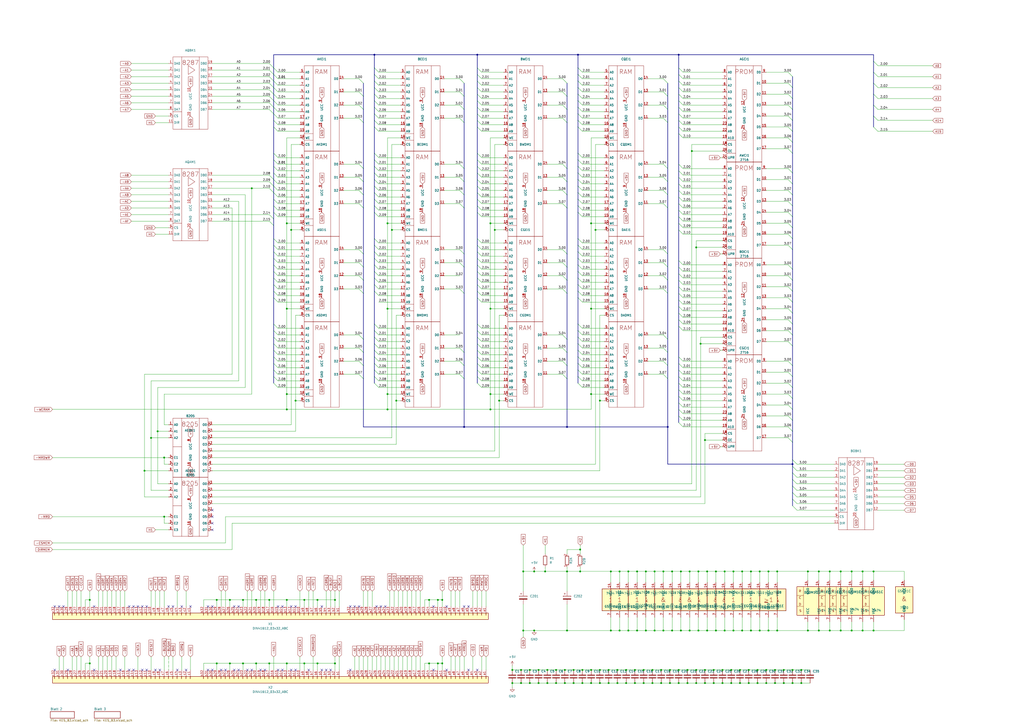
<source format=kicad_sch>
(kicad_sch (version 20231120) (generator "eeschema") (generator_version "8.0")
  (paper "A2")
  (title_block (title "KES K5170.20") (date "2024-12-11") (rev "1") (company "Original von VEB Robotron-Elektronik Dresden, Stand 11/1987") (comment 1 "Engescannt von Holm Tiffe, https://www.tiffe.de/robotron/MMS16/Schaltplaene/KES/") (comment 2 "Übertragen nach KiCad von Stefan Berndt, 12/2024"))
  (junction (at 307.34 396.24))
  (junction (at 369.57 365.76))
  (junction (at 52.07 347.98))
  (junction (at 354.33 365.76))
  (junction (at 303.53 365.76))
  (junction (at 384.81 365.76))
  (junction (at 439.42 396.24))
  (junction (at 410.21 331.47))
  (junction (at 353.06 388.62))
  (junction (at 297.18 388.62))
  (junction (at 398.78 388.62))
  (junction (at 403.86 388.62))
  (junction (at 156.21 347.98))
  (junction (at 444.5 388.62))
  (junction (at 289.56 232.41))
  (junction (at 449.58 388.62))
  (junction (at 224.79 179.07))
  (junction (at 379.73 365.76))
  (junction (at 312.42 396.24))
  (junction (at 254 347.98))
  (junction (at 403.86 143.51))
  (junction (at 415.29 365.76))
  (junction (at 335.28 31.75))
  (junction (at 224.79 237.49))
  (junction (at 419.1 396.24))
  (junction (at 369.57 331.47))
  (junction (at 95.25 299.72))
  (junction (at 358.14 388.62))
  (junction (at 368.3 396.24))
  (junction (at 394.97 365.76))
  (junction (at 256.54 384.81))
  (junction (at 468.63 331.47))
  (junction (at 166.37 347.98))
  (junction (at 168.91 133.35))
  (junction (at 415.29 331.47))
  (junction (at 405.13 365.76))
  (junction (at 224.79 228.6))
  (junction (at 481.33 365.76))
  (junction (at 166.37 179.07))
  (junction (at 408.94 396.24))
  (junction (at 429.26 396.24))
  (junction (at 347.98 232.41))
  (junction (at 450.85 331.47))
  (junction (at 322.58 396.24))
  (junction (at 388.62 396.24))
  (junction (at 506.73 365.76))
  (junction (at 430.53 331.47))
  (junction (at 440.69 331.47))
  (junction (at 125.73 347.98))
  (junction (at 387.35 247.65))
  (junction (at 176.53 384.81))
  (junction (at 425.45 365.76))
  (junction (at 256.54 347.98))
  (junction (at 420.37 365.76))
  (junction (at 500.38 365.76))
  (junction (at 403.86 396.24))
  (junction (at 494.03 365.76))
  (junction (at 439.42 388.62))
  (junction (at 440.69 365.76))
  (junction (at 450.85 365.76))
  (junction (at 363.22 396.24))
  (junction (at 388.62 388.62))
  (junction (at 424.18 396.24))
  (junction (at 87.63 254))
  (junction (at 83.82 273.05))
  (junction (at 454.66 396.24))
  (junction (at 359.41 331.47))
  (junction (at 373.38 388.62))
  (junction (at 459.74 388.62))
  (junction (at 405.13 331.47))
  (junction (at 481.33 331.47))
  (junction (at 284.48 237.49))
  (junction (at 468.63 365.76))
  (junction (at 171.45 232.41))
  (junction (at 393.7 396.24))
  (junction (at 307.34 388.62))
  (junction (at 284.48 179.07))
  (junction (at 336.55 331.47))
  (junction (at 148.59 347.98))
  (junction (at 133.35 347.98))
  (junction (at 389.89 365.76))
  (junction (at 342.9 179.07))
  (junction (at 419.1 388.62))
  (junction (at 394.97 331.47))
  (junction (at 248.92 384.81))
  (junction (at 445.77 331.47))
  (junction (at 140.97 384.81))
  (junction (at 254 384.81))
  (junction (at 224.79 129.54))
  (junction (at 408.94 255.27))
  (junction (at 363.22 388.62))
  (junction (at 156.21 384.81))
  (junction (at 347.98 396.24))
  (junction (at 435.61 365.76))
  (junction (at 474.98 331.47))
  (junction (at 445.77 365.76))
  (junction (at 383.54 388.62))
  (junction (at 434.34 396.24))
  (junction (at 406.4 199.39))
  (junction (at 364.49 331.47))
  (junction (at 454.66 388.62))
  (junction (at 474.98 365.76))
  (junction (at 146.05 109.22))
  (junction (at 359.41 365.76))
  (junction (at 248.92 347.98))
  (junction (at 430.53 365.76))
  (junction (at 378.46 388.62))
  (junction (at 342.9 396.24))
  (junction (at 374.65 331.47))
  (junction (at 312.42 388.62))
  (junction (at 383.54 396.24))
  (junction (at 353.06 396.24))
  (junction (at 444.5 396.24))
  (junction (at 389.89 331.47))
  (junction (at 194.31 384.81))
  (junction (at 332.74 388.62))
  (junction (at 337.82 388.62))
  (junction (at 434.34 388.62))
  (junction (at 125.73 384.81))
  (junction (at 328.93 365.76))
  (junction (at 302.26 396.24))
  (junction (at 52.07 384.81))
  (junction (at 276.86 31.75))
  (junction (at 358.14 396.24))
  (junction (at 91.44 250.19))
  (junction (at 506.73 331.47))
  (junction (at 166.37 129.54))
  (junction (at 302.26 388.62))
  (junction (at 336.55 318.77))
  (junction (at 459.74 269.24))
  (junction (at 317.5 396.24))
  (junction (at 217.17 31.75))
  (junction (at 332.74 396.24))
  (junction (at 342.9 129.54))
  (junction (at 449.58 396.24))
  (junction (at 414.02 388.62))
  (junction (at 140.97 347.98))
  (junction (at 500.38 331.47))
  (junction (at 166.37 384.81))
  (junction (at 398.78 396.24))
  (junction (at 410.21 365.76))
  (junction (at 378.46 396.24))
  (junction (at 464.82 388.62))
  (junction (at 176.53 347.98))
  (junction (at 354.33 331.47))
  (junction (at 425.45 331.47))
  (junction (at 429.26 388.62))
  (junction (at 414.02 396.24))
  (junction (at 166.37 228.6))
  (junction (at 420.37 331.47))
  (junction (at 379.73 331.47))
  (junction (at 364.49 365.76))
  (junction (at 373.38 396.24))
  (junction (at 368.3 388.62))
  (junction (at 328.93 247.65))
  (junction (at 184.15 384.81))
  (junction (at 317.5 388.62))
  (junction (at 374.65 365.76))
  (junction (at 494.03 331.47))
  (junction (at 322.58 388.62))
  (junction (at 328.93 331.47))
  (junction (at 269.24 247.65))
  (junction (at 95.25 265.43))
  (junction (at 229.87 232.41))
  (junction (at 303.53 331.47))
  (junction (at 487.68 331.47))
  (junction (at 337.82 396.24))
  (junction (at 194.31 347.98))
  (junction (at 166.37 237.49))
  (junction (at 408.94 388.62))
  (junction (at 347.98 388.62))
  (junction (at 464.82 396.24))
  (junction (at 384.81 331.47))
  (junction (at 133.35 384.81))
  (junction (at 393.7 31.75))
  (junction (at 148.59 384.81))
  (junction (at 342.9 388.62))
  (junction (at 284.48 129.54))
  (junction (at 435.61 331.47))
  (junction (at 401.32 87.63))
  (junction (at 342.9 228.6))
  (junction (at 327.66 388.62))
  (junction (at 227.33 133.35))
  (junction (at 393.7 388.62))
  (junction (at 287.02 133.35))
  (junction (at 284.48 228.6))
  (junction (at 297.18 396.24))
  (junction (at 400.05 331.47))
  (junction (at 309.88 331.47))
  (junction (at 459.74 396.24))
  (junction (at 400.05 365.76))
  (junction (at 309.88 365.76))
  (junction (at 184.15 347.98))
  (junction (at 345.44 133.35))
  (junction (at 487.68 365.76))
  (junction (at 424.18 388.62))
  (junction (at 316.23 331.47))
  (junction (at 327.66 396.24))
  (no_connect (at 153.67 388.62))
  (no_connect (at 74.93 388.62))
  (no_connect (at 105.41 351.79))
  (no_connect (at 276.86 388.62))
  (no_connect (at 189.23 388.62))
  (no_connect (at 85.09 388.62))
  (no_connect (at 271.78 351.79))
  (no_connect (at 205.74 351.79))
  (no_connect (at 123.19 351.79))
  (no_connect (at 138.43 388.62))
  (no_connect (at 97.79 351.79))
  (no_connect (at 123.19 307.34))
  (no_connect (at 151.13 388.62))
  (no_connect (at 179.07 388.62))
  (no_connect (at 168.91 388.62))
  (no_connect (at 110.49 351.79))
  (no_connect (at 135.89 388.62))
  (no_connect (at 128.27 388.62))
  (no_connect (at 135.89 351.79))
  (no_connect (at 218.44 351.79))
  (no_connect (at 102.87 388.62))
  (no_connect (at 208.28 351.79))
  (no_connect (at 186.69 388.62))
  (no_connect (at 77.47 388.62))
  (no_connect (at 123.19 303.53))
  (no_connect (at 100.33 351.79))
  (no_connect (at 203.2 351.79))
  (no_connect (at 259.08 388.62))
  (no_connect (at 39.37 388.62))
  (no_connect (at 82.55 351.79))
  (no_connect (at 120.65 388.62))
  (no_connect (at 269.24 351.79))
  (no_connect (at 31.75 351.79))
  (no_connect (at 82.55 388.62))
  (no_connect (at 34.29 351.79))
  (no_connect (at 54.61 351.79))
  (no_connect (at 143.51 388.62))
  (no_connect (at 161.29 351.79))
  (no_connect (at 92.71 388.62))
  (no_connect (at 36.83 351.79))
  (no_connect (at 90.17 388.62))
  (no_connect (at 77.47 351.79))
  (no_connect (at 31.75 388.62))
  (no_connect (at 163.83 351.79))
  (no_connect (at 146.05 388.62))
  (no_connect (at 251.46 388.62))
  (no_connect (at 138.43 351.79))
  (no_connect (at 171.45 351.79))
  (no_connect (at 123.19 388.62))
  (no_connect (at 123.19 299.72))
  (no_connect (at 163.83 388.62))
  (no_connect (at 203.2 388.62))
  (no_connect (at 107.95 388.62))
  (no_connect (at 130.81 388.62))
  (no_connect (at 191.77 388.62))
  (no_connect (at 120.65 351.79))
  (no_connect (at 251.46 351.79))
  (no_connect (at 171.45 388.62))
  (no_connect (at 54.61 388.62))
  (no_connect (at 259.08 351.79))
  (no_connect (at 161.29 388.62))
  (no_connect (at 186.69 351.79))
  (no_connect (at 123.19 295.91))
  (no_connect (at 69.85 388.62))
  (no_connect (at 74.93 351.79))
  (no_connect (at 168.91 351.79))
  (no_connect (at 220.98 351.79))
  (no_connect (at 80.01 351.79))
  (no_connect (at 85.09 351.79))
  (no_connect (at 271.78 388.62))
  (no_connect (at 223.52 351.79))
  (bus_entry (at 156.21 36.83) (size 2.54 2.54))
  (bus_entry (at 158.75 111.76) (size 2.54 2.54))
  (bus_entry (at 335.28 157.48) (size 2.54 2.54))
  (bus_entry (at 217.17 92.71) (size 2.54 2.54))
  (bus_entry (at 393.7 73.66) (size 2.54 2.54))
  (bus_entry (at 457.2 215.9) (size 2.54 2.54))
  (bus_entry (at 158.75 146.05) (size 2.54 2.54))
  (bus_entry (at 393.7 102.87) (size 2.54 2.54))
  (bus_entry (at 276.86 199.39) (size 2.54 2.54))
  (bus_entry (at 457.2 142.24) (size 2.54 2.54))
  (bus_entry (at 217.17 115.57) (size 2.54 2.54))
  (bus_entry (at 158.75 39.37) (size 2.54 2.54))
  (bus_entry (at 457.2 67.31) (size 2.54 2.54))
  (bus_entry (at 384.81 118.11) (size 2.54 2.54))
  (bus_entry (at 457.2 172.72) (size 2.54 2.54))
  (bus_entry (at 457.2 241.3) (size 2.54 2.54))
  (bus_entry (at 158.75 172.72) (size 2.54 2.54))
  (bus_entry (at 266.7 201.93) (size 2.54 2.54))
  (bus_entry (at 335.28 214.63) (size 2.54 2.54))
  (bus_entry (at 276.86 161.29) (size 2.54 2.54))
  (bus_entry (at 217.17 100.33) (size 2.54 2.54))
  (bus_entry (at 335.28 203.2) (size 2.54 2.54))
  (bus_entry (at 393.7 189.23) (size 2.54 2.54))
  (bus_entry (at 208.28 60.96) (size 2.54 2.54))
  (bus_entry (at 276.86 187.96) (size 2.54 2.54))
  (bus_entry (at 217.17 50.8) (size 2.54 2.54))
  (bus_entry (at 393.7 110.49) (size 2.54 2.54))
  (bus_entry (at 158.75 50.8) (size 2.54 2.54))
  (bus_entry (at 326.39 102.87) (size 2.54 2.54))
  (bus_entry (at 276.86 165.1) (size 2.54 2.54))
  (bus_entry (at 276.86 218.44) (size 2.54 2.54))
  (bus_entry (at 158.75 123.19) (size 2.54 2.54))
  (bus_entry (at 158.75 46.99) (size 2.54 2.54))
  (bus_entry (at 217.17 203.2) (size 2.54 2.54))
  (bus_entry (at 158.75 161.29) (size 2.54 2.54))
  (bus_entry (at 393.7 173.99) (size 2.54 2.54))
  (bus_entry (at 393.7 207.01) (size 2.54 2.54))
  (bus_entry (at 217.17 138.43) (size 2.54 2.54))
  (bus_entry (at 276.86 195.58) (size 2.54 2.54))
  (bus_entry (at 326.39 68.58) (size 2.54 2.54))
  (bus_entry (at 276.86 168.91) (size 2.54 2.54))
  (bus_entry (at 393.7 66.04) (size 2.54 2.54))
  (bus_entry (at 457.2 129.54) (size 2.54 2.54))
  (bus_entry (at 208.28 68.58) (size 2.54 2.54))
  (bus_entry (at 217.17 168.91) (size 2.54 2.54))
  (bus_entry (at 217.17 46.99) (size 2.54 2.54))
  (bus_entry (at 393.7 162.56) (size 2.54 2.54))
  (bus_entry (at 276.86 115.57) (size 2.54 2.54))
  (bus_entry (at 393.7 214.63) (size 2.54 2.54))
  (bus_entry (at 457.2 191.77) (size 2.54 2.54))
  (bus_entry (at 158.75 54.61) (size 2.54 2.54))
  (bus_entry (at 506.73 67.31) (size 2.54 2.54))
  (bus_entry (at 457.2 135.89) (size 2.54 2.54))
  (bus_entry (at 266.7 60.96) (size 2.54 2.54))
  (bus_entry (at 335.28 43.18) (size 2.54 2.54))
  (bus_entry (at 276.86 138.43) (size 2.54 2.54))
  (bus_entry (at 335.28 161.29) (size 2.54 2.54))
  (bus_entry (at 393.7 218.44) (size 2.54 2.54))
  (bus_entry (at 266.7 95.25) (size 2.54 2.54))
  (bus_entry (at 384.81 102.87) (size 2.54 2.54))
  (bus_entry (at 276.86 191.77) (size 2.54 2.54))
  (bus_entry (at 384.81 60.96) (size 2.54 2.54))
  (bus_entry (at 276.86 111.76) (size 2.54 2.54))
  (bus_entry (at 158.75 142.24) (size 2.54 2.54))
  (bus_entry (at 393.7 237.49) (size 2.54 2.54))
  (bus_entry (at 217.17 195.58) (size 2.54 2.54))
  (bus_entry (at 158.75 203.2) (size 2.54 2.54))
  (bus_entry (at 217.17 207.01) (size 2.54 2.54))
  (bus_entry (at 393.7 106.68) (size 2.54 2.54))
  (bus_entry (at 459.74 289.56) (size 2.54 2.54))
  (bus_entry (at 459.74 270.51) (size 2.54 2.54))
  (bus_entry (at 156.21 124.46) (size 2.54 2.54))
  (bus_entry (at 326.39 217.17) (size 2.54 2.54))
  (bus_entry (at 217.17 222.25) (size 2.54 2.54))
  (bus_entry (at 158.75 115.57) (size 2.54 2.54))
  (bus_entry (at 335.28 210.82) (size 2.54 2.54))
  (bus_entry (at 457.2 60.96) (size 2.54 2.54))
  (bus_entry (at 393.7 241.3) (size 2.54 2.54))
  (bus_entry (at 276.86 58.42) (size 2.54 2.54))
  (bus_entry (at 217.17 153.67) (size 2.54 2.54))
  (bus_entry (at 276.86 203.2) (size 2.54 2.54))
  (bus_entry (at 384.81 217.17) (size 2.54 2.54))
  (bus_entry (at 457.2 116.84) (size 2.54 2.54))
  (bus_entry (at 457.2 228.6) (size 2.54 2.54))
  (bus_entry (at 326.39 209.55) (size 2.54 2.54))
  (bus_entry (at 393.7 170.18) (size 2.54 2.54))
  (bus_entry (at 335.28 115.57) (size 2.54 2.54))
  (bus_entry (at 217.17 88.9) (size 2.54 2.54))
  (bus_entry (at 326.39 60.96) (size 2.54 2.54))
  (bus_entry (at 335.28 50.8) (size 2.54 2.54))
  (bus_entry (at 335.28 138.43) (size 2.54 2.54))
  (bus_entry (at 217.17 39.37) (size 2.54 2.54))
  (bus_entry (at 457.2 185.42) (size 2.54 2.54))
  (bus_entry (at 156.21 55.88) (size 2.54 2.54))
  (bus_entry (at 158.75 222.25) (size 2.54 2.54))
  (bus_entry (at 335.28 39.37) (size 2.54 2.54))
  (bus_entry (at 335.28 66.04) (size 2.54 2.54))
  (bus_entry (at 393.7 210.82) (size 2.54 2.54))
  (bus_entry (at 276.86 214.63) (size 2.54 2.54))
  (bus_entry (at 217.17 199.39) (size 2.54 2.54))
  (bus_entry (at 384.81 194.31) (size 2.54 2.54))
  (bus_entry (at 208.28 194.31) (size 2.54 2.54))
  (bus_entry (at 276.86 104.14) (size 2.54 2.54))
  (bus_entry (at 158.75 149.86) (size 2.54 2.54))
  (bus_entry (at 158.75 207.01) (size 2.54 2.54))
  (bus_entry (at 158.75 104.14) (size 2.54 2.54))
  (bus_entry (at 276.86 73.66) (size 2.54 2.54))
  (bus_entry (at 158.75 168.91) (size 2.54 2.54))
  (bus_entry (at 266.7 209.55) (size 2.54 2.54))
  (bus_entry (at 158.75 58.42) (size 2.54 2.54))
  (bus_entry (at 217.17 104.14) (size 2.54 2.54))
  (bus_entry (at 393.7 46.99) (size 2.54 2.54))
  (bus_entry (at 393.7 185.42) (size 2.54 2.54))
  (bus_entry (at 457.2 179.07) (size 2.54 2.54))
  (bus_entry (at 276.86 43.18) (size 2.54 2.54))
  (bus_entry (at 335.28 222.25) (size 2.54 2.54))
  (bus_entry (at 217.17 165.1) (size 2.54 2.54))
  (bus_entry (at 158.75 138.43) (size 2.54 2.54))
  (bus_entry (at 393.7 166.37) (size 2.54 2.54))
  (bus_entry (at 158.75 96.52) (size 2.54 2.54))
  (bus_entry (at 266.7 110.49) (size 2.54 2.54))
  (bus_entry (at 457.2 97.79) (size 2.54 2.54))
  (bus_entry (at 276.86 172.72) (size 2.54 2.54))
  (bus_entry (at 276.86 210.82) (size 2.54 2.54))
  (bus_entry (at 156.21 109.22) (size 2.54 2.54))
  (bus_entry (at 326.39 45.72) (size 2.54 2.54))
  (bus_entry (at 217.17 66.04) (size 2.54 2.54))
  (bus_entry (at 217.17 146.05) (size 2.54 2.54))
  (bus_entry (at 158.75 210.82) (size 2.54 2.54))
  (bus_entry (at 326.39 110.49) (size 2.54 2.54))
  (bus_entry (at 217.17 123.19) (size 2.54 2.54))
  (bus_entry (at 384.81 144.78) (size 2.54 2.54))
  (bus_entry (at 393.7 54.61) (size 2.54 2.54))
  (bus_entry (at 217.17 214.63) (size 2.54 2.54))
  (bus_entry (at 266.7 118.11) (size 2.54 2.54))
  (bus_entry (at 217.17 157.48) (size 2.54 2.54))
  (bus_entry (at 393.7 121.92) (size 2.54 2.54))
  (bus_entry (at 276.86 66.04) (size 2.54 2.54))
  (bus_entry (at 393.7 245.11) (size 2.54 2.54))
  (bus_entry (at 158.75 66.04) (size 2.54 2.54))
  (bus_entry (at 217.17 69.85) (size 2.54 2.54))
  (bus_entry (at 393.7 50.8) (size 2.54 2.54))
  (bus_entry (at 217.17 187.96) (size 2.54 2.54))
  (bus_entry (at 335.28 69.85) (size 2.54 2.54))
  (bus_entry (at 393.7 95.25) (size 2.54 2.54))
  (bus_entry (at 459.74 266.7) (size 2.54 2.54))
  (bus_entry (at 459.74 278.13) (size 2.54 2.54))
  (bus_entry (at 158.75 100.33) (size 2.54 2.54))
  (bus_entry (at 393.7 39.37) (size 2.54 2.54))
  (bus_entry (at 156.21 63.5) (size 2.54 2.54))
  (bus_entry (at 266.7 45.72) (size 2.54 2.54))
  (bus_entry (at 393.7 99.06) (size 2.54 2.54))
  (bus_entry (at 393.7 177.8) (size 2.54 2.54))
  (bus_entry (at 156.21 105.41) (size 2.54 2.54))
  (bus_entry (at 276.86 222.25) (size 2.54 2.54))
  (bus_entry (at 393.7 77.47) (size 2.54 2.54))
  (bus_entry (at 217.17 54.61) (size 2.54 2.54))
  (bus_entry (at 158.75 62.23) (size 2.54 2.54))
  (bus_entry (at 335.28 172.72) (size 2.54 2.54))
  (bus_entry (at 384.81 53.34) (size 2.54 2.54))
  (bus_entry (at 326.39 152.4) (size 2.54 2.54))
  (bus_entry (at 217.17 191.77) (size 2.54 2.54))
  (bus_entry (at 266.7 152.4) (size 2.54 2.54))
  (bus_entry (at 158.75 107.95) (size 2.54 2.54))
  (bus_entry (at 335.28 191.77) (size 2.54 2.54))
  (bus_entry (at 276.86 92.71) (size 2.54 2.54))
  (bus_entry (at 276.86 207.01) (size 2.54 2.54))
  (bus_entry (at 276.86 96.52) (size 2.54 2.54))
  (bus_entry (at 335.28 96.52) (size 2.54 2.54))
  (bus_entry (at 208.28 160.02) (size 2.54 2.54))
  (bus_entry (at 217.17 111.76) (size 2.54 2.54))
  (bus_entry (at 158.75 119.38) (size 2.54 2.54))
  (bus_entry (at 156.21 52.07) (size 2.54 2.54))
  (bus_entry (at 335.28 146.05) (size 2.54 2.54))
  (bus_entry (at 156.21 40.64) (size 2.54 2.54))
  (bus_entry (at 208.28 102.87) (size 2.54 2.54))
  (bus_entry (at 266.7 102.87) (size 2.54 2.54))
  (bus_entry (at 276.86 119.38) (size 2.54 2.54))
  (bus_entry (at 326.39 118.11) (size 2.54 2.54))
  (bus_entry (at 158.75 214.63) (size 2.54 2.54))
  (bus_entry (at 335.28 199.39) (size 2.54 2.54))
  (bus_entry (at 393.7 125.73) (size 2.54 2.54))
  (bus_entry (at 217.17 161.29) (size 2.54 2.54))
  (bus_entry (at 384.81 110.49) (size 2.54 2.54))
  (bus_entry (at 393.7 181.61) (size 2.54 2.54))
  (bus_entry (at 276.86 50.8) (size 2.54 2.54))
  (bus_entry (at 335.28 58.42) (size 2.54 2.54))
  (bus_entry (at 208.28 45.72) (size 2.54 2.54))
  (bus_entry (at 208.28 144.78) (size 2.54 2.54))
  (bus_entry (at 393.7 154.94) (size 2.54 2.54))
  (bus_entry (at 276.86 54.61) (size 2.54 2.54))
  (bus_entry (at 158.75 165.1) (size 2.54 2.54))
  (bus_entry (at 384.81 201.93) (size 2.54 2.54))
  (bus_entry (at 156.21 44.45) (size 2.54 2.54))
  (bus_entry (at 158.75 73.66) (size 2.54 2.54))
  (bus_entry (at 208.28 152.4) (size 2.54 2.54))
  (bus_entry (at 506.73 41.91) (size 2.54 2.54))
  (bus_entry (at 393.7 114.3) (size 2.54 2.54))
  (bus_entry (at 276.86 153.67) (size 2.54 2.54))
  (bus_entry (at 158.75 187.96) (size 2.54 2.54))
  (bus_entry (at 217.17 73.66) (size 2.54 2.54))
  (bus_entry (at 393.7 151.13) (size 2.54 2.54))
  (bus_entry (at 335.28 92.71) (size 2.54 2.54))
  (bus_entry (at 217.17 43.18) (size 2.54 2.54))
  (bus_entry (at 457.2 160.02) (size 2.54 2.54))
  (bus_entry (at 326.39 144.78) (size 2.54 2.54))
  (bus_entry (at 459.74 281.94) (size 2.54 2.54))
  (bus_entry (at 457.2 209.55) (size 2.54 2.54))
  (bus_entry (at 335.28 104.14) (size 2.54 2.54))
  (bus_entry (at 158.75 191.77) (size 2.54 2.54))
  (bus_entry (at 393.7 58.42) (size 2.54 2.54))
  (bus_entry (at 208.28 110.49) (size 2.54 2.54))
  (bus_entry (at 384.81 45.72) (size 2.54 2.54))
  (bus_entry (at 208.28 95.25) (size 2.54 2.54))
  (bus_entry (at 393.7 158.75) (size 2.54 2.54))
  (bus_entry (at 393.7 229.87) (size 2.54 2.54))
  (bus_entry (at 156.21 101.6) (size 2.54 2.54))
  (bus_entry (at 158.75 157.48) (size 2.54 2.54))
  (bus_entry (at 384.81 152.4) (size 2.54 2.54))
  (bus_entry (at 276.86 142.24) (size 2.54 2.54))
  (bus_entry (at 217.17 149.86) (size 2.54 2.54))
  (bus_entry (at 217.17 218.44) (size 2.54 2.54))
  (bus_entry (at 276.86 69.85) (size 2.54 2.54))
  (bus_entry (at 393.7 226.06) (size 2.54 2.54))
  (bus_entry (at 266.7 53.34) (size 2.54 2.54))
  (bus_entry (at 266.7 68.58) (size 2.54 2.54))
  (bus_entry (at 384.81 167.64) (size 2.54 2.54))
  (bus_entry (at 335.28 119.38) (size 2.54 2.54))
  (bus_entry (at 208.28 201.93) (size 2.54 2.54))
  (bus_entry (at 326.39 160.02) (size 2.54 2.54))
  (bus_entry (at 393.7 133.35) (size 2.54 2.54))
  (bus_entry (at 457.2 234.95) (size 2.54 2.54))
  (bus_entry (at 384.81 95.25) (size 2.54 2.54))
  (bus_entry (at 276.86 46.99) (size 2.54 2.54))
  (bus_entry (at 156.21 59.69) (size 2.54 2.54))
  (bus_entry (at 457.2 254) (size 2.54 2.54))
  (bus_entry (at 326.39 53.34) (size 2.54 2.54))
  (bus_entry (at 276.86 107.95) (size 2.54 2.54))
  (bus_entry (at 335.28 88.9) (size 2.54 2.54))
  (bus_entry (at 158.75 92.71) (size 2.54 2.54))
  (bus_entry (at 276.86 123.19) (size 2.54 2.54))
  (bus_entry (at 335.28 73.66) (size 2.54 2.54))
  (bus_entry (at 457.2 80.01) (size 2.54 2.54))
  (bus_entry (at 266.7 167.64) (size 2.54 2.54))
  (bus_entry (at 457.2 153.67) (size 2.54 2.54))
  (bus_entry (at 158.75 88.9) (size 2.54 2.54))
  (bus_entry (at 393.7 129.54) (size 2.54 2.54))
  (bus_entry (at 335.28 168.91) (size 2.54 2.54))
  (bus_entry (at 217.17 142.24) (size 2.54 2.54))
  (bus_entry (at 393.7 62.23) (size 2.54 2.54))
  (bus_entry (at 384.81 160.02) (size 2.54 2.54))
  (bus_entry (at 393.7 222.25) (size 2.54 2.54))
  (bus_entry (at 158.75 218.44) (size 2.54 2.54))
  (bus_entry (at 335.28 218.44) (size 2.54 2.54))
  (bus_entry (at 217.17 107.95) (size 2.54 2.54))
  (bus_entry (at 156.21 48.26) (size 2.54 2.54))
  (bus_entry (at 506.73 73.66) (size 2.54 2.54))
  (bus_entry (at 506.73 60.96) (size 2.54 2.54))
  (bus_entry (at 335.28 153.67) (size 2.54 2.54))
  (bus_entry (at 457.2 198.12) (size 2.54 2.54))
  (bus_entry (at 276.86 100.33) (size 2.54 2.54))
  (bus_entry (at 384.81 68.58) (size 2.54 2.54))
  (bus_entry (at 208.28 167.64) (size 2.54 2.54))
  (bus_entry (at 335.28 165.1) (size 2.54 2.54))
  (bus_entry (at 457.2 41.91) (size 2.54 2.54))
  (bus_entry (at 276.86 157.48) (size 2.54 2.54))
  (bus_entry (at 459.74 293.37) (size 2.54 2.54))
  (bus_entry (at 335.28 46.99) (size 2.54 2.54))
  (bus_entry (at 457.2 73.66) (size 2.54 2.54))
  (bus_entry (at 457.2 86.36) (size 2.54 2.54))
  (bus_entry (at 208.28 118.11) (size 2.54 2.54))
  (bus_entry (at 335.28 54.61) (size 2.54 2.54))
  (bus_entry (at 217.17 210.82) (size 2.54 2.54))
  (bus_entry (at 335.28 207.01) (size 2.54 2.54))
  (bus_entry (at 156.21 128.27) (size 2.54 2.54))
  (bus_entry (at 393.7 43.18) (size 2.54 2.54))
  (bus_entry (at 393.7 118.11) (size 2.54 2.54))
  (bus_entry (at 457.2 110.49) (size 2.54 2.54))
  (bus_entry (at 335.28 142.24) (size 2.54 2.54))
  (bus_entry (at 158.75 199.39) (size 2.54 2.54))
  (bus_entry (at 457.2 48.26) (size 2.54 2.54))
  (bus_entry (at 335.28 123.19) (size 2.54 2.54))
  (bus_entry (at 266.7 144.78) (size 2.54 2.54))
  (bus_entry (at 276.86 146.05) (size 2.54 2.54))
  (bus_entry (at 326.39 167.64) (size 2.54 2.54))
  (bus_entry (at 506.73 35.56) (size 2.54 2.54))
  (bus_entry (at 266.7 217.17) (size 2.54 2.54))
  (bus_entry (at 506.73 54.61) (size 2.54 2.54))
  (bus_entry (at 459.74 285.75) (size 2.54 2.54))
  (bus_entry (at 393.7 233.68) (size 2.54 2.54))
  (bus_entry (at 457.2 166.37) (size 2.54 2.54))
  (bus_entry (at 457.2 247.65) (size 2.54 2.54))
  (bus_entry (at 393.7 69.85) (size 2.54 2.54))
  (bus_entry (at 217.17 62.23) (size 2.54 2.54))
  (bus_entry (at 208.28 217.17) (size 2.54 2.54))
  (bus_entry (at 217.17 119.38) (size 2.54 2.54))
  (bus_entry (at 335.28 149.86) (size 2.54 2.54))
  (bus_entry (at 276.86 62.23) (size 2.54 2.54))
  (bus_entry (at 158.75 153.67) (size 2.54 2.54))
  (bus_entry (at 217.17 96.52) (size 2.54 2.54))
  (bus_entry (at 158.75 69.85) (size 2.54 2.54))
  (bus_entry (at 326.39 194.31) (size 2.54 2.54))
  (bus_entry (at 384.81 209.55) (size 2.54 2.54))
  (bus_entry (at 335.28 111.76) (size 2.54 2.54))
  (bus_entry (at 208.28 53.34) (size 2.54 2.54))
  (bus_entry (at 335.28 187.96) (size 2.54 2.54))
  (bus_entry (at 457.2 104.14) (size 2.54 2.54))
  (bus_entry (at 217.17 58.42) (size 2.54 2.54))
  (bus_entry (at 158.75 43.18) (size 2.54 2.54))
  (bus_entry (at 457.2 222.25) (size 2.54 2.54))
  (bus_entry (at 335.28 100.33) (size 2.54 2.54))
  (bus_entry (at 506.73 48.26) (size 2.54 2.54))
  (bus_entry (at 158.75 195.58) (size 2.54 2.54))
  (bus_entry (at 326.39 95.25) (size 2.54 2.54))
  (bus_entry (at 335.28 107.95) (size 2.54 2.54))
  (bus_entry (at 335.28 195.58) (size 2.54 2.54))
  (bus_entry (at 276.86 149.86) (size 2.54 2.54))
  (bus_entry (at 326.39 201.93) (size 2.54 2.54))
  (bus_entry (at 335.28 62.23) (size 2.54 2.54))
  (bus_entry (at 208.28 209.55) (size 2.54 2.54))
  (bus_entry (at 459.74 274.32) (size 2.54 2.54))
  (bus_entry (at 276.86 39.37) (size 2.54 2.54))
  (bus_entry (at 276.86 88.9) (size 2.54 2.54))
  (bus_entry (at 457.2 123.19) (size 2.54 2.54))
  (bus_entry (at 457.2 54.61) (size 2.54 2.54))
  (wire (pts (xy 97.79 284.48) (xy 87.63 284.48)))
  (bus (pts (xy 459.74 50.8) (xy 459.74 57.15)))
  (wire (pts (xy 474.98 331.47) (xy 481.33 331.47)))
  (wire (pts (xy 161.29 53.34) (xy 173.99 53.34)))
  (bus (pts (xy 158.75 130.81) (xy 158.75 127)))
  (bus (pts (xy 387.35 71.12) (xy 387.35 97.79)))
  (wire (pts (xy 134.62 217.17) (xy 83.82 217.17)))
  (wire (pts (xy 123.19 280.67) (xy 401.32 280.67)))
  (wire (pts (xy 430.53 331.47) (xy 430.53 337.82)))
  (wire (pts (xy 410.21 365.76) (xy 415.29 365.76)))
  (wire (pts (xy 123.19 257.81) (xy 229.87 257.81)))
  (bus (pts (xy 217.17 50.8) (xy 217.17 54.61)))
  (wire (pts (xy 459.74 396.24) (xy 464.82 396.24)))
  (wire (pts (xy 161.29 114.3) (xy 173.99 114.3)))
  (wire (pts (xy 317.5 95.25) (xy 326.39 95.25)))
  (wire (pts (xy 445.77 365.76) (xy 440.69 365.76)))
  (wire (pts (xy 317.5 167.64) (xy 326.39 167.64)))
  (wire (pts (xy 219.71 110.49) (xy 232.41 110.49)))
  (bus (pts (xy 387.35 162.56) (xy 387.35 170.18)))
  (wire (pts (xy 168.91 83.82) (xy 168.91 133.35)))
  (wire (pts (xy 173.99 80.01) (xy 166.37 80.01)))
  (bus (pts (xy 335.28 62.23) (xy 335.28 66.04)))
  (wire (pts (xy 396.24 41.91) (xy 419.1 41.91)))
  (wire (pts (xy 72.39 342.9) (xy 72.39 351.79)))
  (wire (pts (xy 161.29 156.21) (xy 173.99 156.21)))
  (bus (pts (xy 276.86 187.96) (xy 276.86 191.77)))
  (wire (pts (xy 429.26 396.24) (xy 434.34 396.24)))
  (wire (pts (xy 123.19 36.83) (xy 156.21 36.83)))
  (wire (pts (xy 337.82 68.58) (xy 350.52 68.58)))
  (bus (pts (xy 387.35 120.65) (xy 387.35 147.32)))
  (wire (pts (xy 176.53 347.98) (xy 184.15 347.98)))
  (bus (pts (xy 459.74 274.32) (xy 459.74 278.13)))
  (wire (pts (xy 161.29 213.36) (xy 173.99 213.36)))
  (wire (pts (xy 444.5 153.67) (xy 457.2 153.67)))
  (bus (pts (xy 335.28 187.96) (xy 335.28 191.77)))
  (wire (pts (xy 396.24 64.77) (xy 419.1 64.77)))
  (wire (pts (xy 248.92 351.79) (xy 248.92 347.98)))
  (bus (pts (xy 459.74 57.15) (xy 459.74 63.5)))
  (bus (pts (xy 158.75 107.95) (xy 158.75 104.14)))
  (bus (pts (xy 276.86 157.48) (xy 276.86 161.29)))
  (bus (pts (xy 459.74 44.45) (xy 459.74 50.8)))
  (wire (pts (xy 358.14 396.24) (xy 363.22 396.24)))
  (wire (pts (xy 379.73 331.47) (xy 384.81 331.47)))
  (wire (pts (xy 246.38 347.98) (xy 248.92 347.98)))
  (wire (pts (xy 95.25 351.79) (xy 95.25 342.9)))
  (wire (pts (xy 312.42 396.24) (xy 317.5 396.24)))
  (wire (pts (xy 337.82 95.25) (xy 350.52 95.25)))
  (bus (pts (xy 335.28 165.1) (xy 335.28 168.91)))
  (bus (pts (xy 328.93 48.26) (xy 328.93 55.88)))
  (bus (pts (xy 459.74 212.09) (xy 459.74 218.44)))
  (wire (pts (xy 257.81 60.96) (xy 266.7 60.96)))
  (bus (pts (xy 210.82 147.32) (xy 210.82 154.94)))
  (bus (pts (xy 387.35 97.79) (xy 387.35 105.41)))
  (wire (pts (xy 337.82 205.74) (xy 350.52 205.74)))
  (bus (pts (xy 459.74 125.73) (xy 459.74 132.08)))
  (wire (pts (xy 161.29 125.73) (xy 173.99 125.73)))
  (bus (pts (xy 217.17 203.2) (xy 217.17 207.01)))
  (bus (pts (xy 217.17 31.75) (xy 217.17 39.37)))
  (wire (pts (xy 396.24 247.65) (xy 419.1 247.65)))
  (wire (pts (xy 72.39 381) (xy 72.39 388.62)))
  (wire (pts (xy 474.98 365.76) (xy 481.33 365.76)))
  (wire (pts (xy 403.86 143.51) (xy 419.1 143.51)))
  (wire (pts (xy 481.33 331.47) (xy 481.33 336.55)))
  (wire (pts (xy 337.82 144.78) (xy 350.52 144.78)))
  (wire (pts (xy 161.29 49.53) (xy 173.99 49.53)))
  (wire (pts (xy 396.24 105.41) (xy 419.1 105.41)))
  (bus (pts (xy 335.28 31.75) (xy 393.7 31.75)))
  (wire (pts (xy 379.73 365.76) (xy 384.81 365.76)))
  (wire (pts (xy 257.81 102.87) (xy 266.7 102.87)))
  (wire (pts (xy 396.24 135.89) (xy 419.1 135.89)))
  (bus (pts (xy 393.7 181.61) (xy 393.7 185.42)))
  (wire (pts (xy 509.27 276.86) (xy 524.51 276.86)))
  (bus (pts (xy 387.35 170.18) (xy 387.35 196.85)))
  (wire (pts (xy 347.98 396.24) (xy 353.06 396.24)))
  (bus (pts (xy 328.93 147.32) (xy 328.93 154.94)))
  (wire (pts (xy 444.5 104.14) (xy 457.2 104.14)))
  (wire (pts (xy 30.48 299.72) (xy 95.25 299.72)))
  (bus (pts (xy 210.82 219.71) (xy 210.82 247.65)))
  (wire (pts (xy 138.43 116.84) (xy 138.43 220.98)))
  (wire (pts (xy 444.5 215.9) (xy 457.2 215.9)))
  (wire (pts (xy 396.24 236.22) (xy 419.1 236.22)))
  (wire (pts (xy 462.28 295.91) (xy 483.87 295.91)))
  (bus (pts (xy 158.75 92.71) (xy 158.75 88.9)))
  (bus (pts (xy 158.75 39.37) (xy 158.75 31.75)))
  (wire (pts (xy 90.17 135.89) (xy 97.79 135.89)))
  (wire (pts (xy 257.81 201.93) (xy 266.7 201.93)))
  (wire (pts (xy 297.18 396.24) (xy 297.18 398.78)))
  (bus (pts (xy 217.17 92.71) (xy 217.17 96.52)))
  (bus (pts (xy 158.75 191.77) (xy 158.75 187.96)))
  (wire (pts (xy 444.5 209.55) (xy 457.2 209.55)))
  (bus (pts (xy 269.24 204.47) (xy 269.24 212.09)))
  (wire (pts (xy 419.1 195.58) (xy 406.4 195.58)))
  (wire (pts (xy 328.93 365.76) (xy 309.88 365.76)))
  (wire (pts (xy 284.48 80.01) (xy 284.48 129.54)))
  (bus (pts (xy 158.75 69.85) (xy 158.75 66.04)))
  (wire (pts (xy 134.62 120.65) (xy 134.62 217.17)))
  (wire (pts (xy 444.5 73.66) (xy 457.2 73.66)))
  (bus (pts (xy 393.7 229.87) (xy 393.7 233.68)))
  (bus (pts (xy 158.75 195.58) (xy 158.75 191.77)))
  (wire (pts (xy 359.41 331.47) (xy 364.49 331.47)))
  (wire (pts (xy 210.82 342.9) (xy 210.82 351.79)))
  (wire (pts (xy 337.82 160.02) (xy 350.52 160.02)))
  (wire (pts (xy 337.82 220.98) (xy 350.52 220.98)))
  (wire (pts (xy 140.97 388.62) (xy 140.97 384.81)))
  (wire (pts (xy 449.58 396.24) (xy 454.66 396.24)))
  (wire (pts (xy 345.44 83.82) (xy 345.44 133.35)))
  (bus (pts (xy 393.7 241.3) (xy 393.7 245.11)))
  (wire (pts (xy 264.16 342.9) (xy 264.16 351.79)))
  (wire (pts (xy 444.5 86.36) (xy 457.2 86.36)))
  (wire (pts (xy 374.65 358.14) (xy 374.65 365.76)))
  (wire (pts (xy 279.4 140.97) (xy 292.1 140.97)))
  (wire (pts (xy 161.29 91.44) (xy 173.99 91.44)))
  (wire (pts (xy 76.2 113.03) (xy 97.79 113.03)))
  (wire (pts (xy 219.71 194.31) (xy 232.41 194.31)))
  (bus (pts (xy 269.24 55.88) (xy 269.24 63.5)))
  (wire (pts (xy 415.29 331.47) (xy 410.21 331.47)))
  (wire (pts (xy 184.15 388.62) (xy 184.15 384.81)))
  (wire (pts (xy 336.55 328.93) (xy 336.55 331.47)))
  (wire (pts (xy 396.24 45.72) (xy 419.1 45.72)))
  (wire (pts (xy 243.84 342.9) (xy 243.84 351.79)))
  (bus (pts (xy 393.7 121.92) (xy 393.7 125.73)))
  (wire (pts (xy 279.4 102.87) (xy 292.1 102.87)))
  (wire (pts (xy 224.79 228.6) (xy 224.79 237.49)))
  (wire (pts (xy 87.63 254) (xy 97.79 254)))
  (wire (pts (xy 444.5 41.91) (xy 457.2 41.91)))
  (bus (pts (xy 393.7 99.06) (xy 393.7 102.87)))
  (bus (pts (xy 158.75 111.76) (xy 158.75 107.95)))
  (bus (pts (xy 158.75 119.38) (xy 158.75 123.19)))
  (wire (pts (xy 337.82 121.92) (xy 350.52 121.92)))
  (wire (pts (xy 396.24 243.84) (xy 419.1 243.84)))
  (wire (pts (xy 219.71 140.97) (xy 232.41 140.97)))
  (wire (pts (xy 336.55 331.47) (xy 328.93 331.47)))
  (bus (pts (xy 217.17 66.04) (xy 217.17 69.85)))
  (bus (pts (xy 210.82 48.26) (xy 210.82 55.88)))
  (bus (pts (xy 328.93 170.18) (xy 328.93 196.85)))
  (bus (pts (xy 459.74 269.24) (xy 459.74 270.51)))
  (wire (pts (xy 444.5 228.6) (xy 457.2 228.6)))
  (wire (pts (xy 196.85 342.9) (xy 196.85 351.79)))
  (wire (pts (xy 506.73 331.47) (xy 524.51 331.47)))
  (bus (pts (xy 210.82 212.09) (xy 210.82 219.71)))
  (wire (pts (xy 171.45 182.88) (xy 171.45 232.41)))
  (wire (pts (xy 396.24 220.98) (xy 419.1 220.98)))
  (wire (pts (xy 468.63 331.47) (xy 468.63 336.55)))
  (wire (pts (xy 95.25 265.43) (xy 97.79 265.43)))
  (wire (pts (xy 450.85 331.47) (xy 450.85 337.82)))
  (wire (pts (xy 444.5 166.37) (xy 457.2 166.37)))
  (bus (pts (xy 276.86 214.63) (xy 276.86 218.44)))
  (wire (pts (xy 302.26 396.24) (xy 307.34 396.24)))
  (wire (pts (xy 363.22 396.24) (xy 368.3 396.24)))
  (wire (pts (xy 375.92 45.72) (xy 384.81 45.72)))
  (bus (pts (xy 393.7 73.66) (xy 393.7 77.47)))
  (wire (pts (xy 317.5 110.49) (xy 326.39 110.49)))
  (wire (pts (xy 337.82 102.87) (xy 350.52 102.87)))
  (bus (pts (xy 276.86 153.67) (xy 276.86 157.48)))
  (bus (pts (xy 276.86 195.58) (xy 276.86 199.39)))
  (wire (pts (xy 161.29 198.12) (xy 173.99 198.12)))
  (wire (pts (xy 236.22 381) (xy 236.22 388.62)))
  (bus (pts (xy 393.7 210.82) (xy 393.7 214.63)))
  (bus (pts (xy 459.74 218.44) (xy 459.74 224.79)))
  (wire (pts (xy 281.94 342.9) (xy 281.94 351.79)))
  (bus (pts (xy 459.74 132.08) (xy 459.74 138.43)))
  (bus (pts (xy 328.93 97.79) (xy 328.93 105.41)))
  (bus (pts (xy 158.75 123.19) (xy 158.75 127)))
  (wire (pts (xy 342.9 179.07) (xy 342.9 228.6)))
  (wire (pts (xy 420.37 331.47) (xy 425.45 331.47)))
  (wire (pts (xy 219.71 152.4) (xy 232.41 152.4)))
  (wire (pts (xy 41.91 381) (xy 41.91 388.62)))
  (wire (pts (xy 500.38 365.76) (xy 506.73 365.76)))
  (bus (pts (xy 217.17 157.48) (xy 217.17 161.29)))
  (wire (pts (xy 261.62 342.9) (xy 261.62 351.79)))
  (bus (pts (xy 459.74 69.85) (xy 459.74 76.2)))
  (wire (pts (xy 199.39 152.4) (xy 208.28 152.4)))
  (wire (pts (xy 105.41 381) (xy 105.41 388.62)))
  (wire (pts (xy 67.31 342.9) (xy 67.31 351.79)))
  (wire (pts (xy 227.33 83.82) (xy 227.33 133.35)))
  (wire (pts (xy 394.97 358.14) (xy 394.97 365.76)))
  (wire (pts (xy 444.5 123.19) (xy 457.2 123.19)))
  (bus (pts (xy 269.24 71.12) (xy 269.24 97.79)))
  (wire (pts (xy 317.5 209.55) (xy 326.39 209.55)))
  (wire (pts (xy 415.29 365.76) (xy 420.37 365.76)))
  (bus (pts (xy 158.75 214.63) (xy 158.75 218.44)))
  (bus (pts (xy 328.93 162.56) (xy 328.93 170.18)))
  (wire (pts (xy 337.82 175.26) (xy 350.52 175.26)))
  (bus (pts (xy 217.17 69.85) (xy 217.17 73.66)))
  (wire (pts (xy 146.05 342.9) (xy 146.05 351.79)))
  (wire (pts (xy 36.83 381) (xy 36.83 388.62)))
  (wire (pts (xy 450.85 331.47) (xy 468.63 331.47)))
  (wire (pts (xy 374.65 365.76) (xy 379.73 365.76)))
  (bus (pts (xy 393.7 158.75) (xy 393.7 162.56)))
  (wire (pts (xy 487.68 360.68) (xy 487.68 365.76)))
  (wire (pts (xy 403.86 396.24) (xy 408.94 396.24)))
  (wire (pts (xy 161.29 60.96) (xy 173.99 60.96)))
  (wire (pts (xy 256.54 347.98) (xy 256.54 351.79)))
  (wire (pts (xy 196.85 381) (xy 196.85 388.62)))
  (wire (pts (xy 444.5 110.49) (xy 457.2 110.49)))
  (bus (pts (xy 506.73 35.56) (xy 506.73 41.91)))
  (bus (pts (xy 328.93 204.47) (xy 328.93 212.09)))
  (wire (pts (xy 375.92 201.93) (xy 384.81 201.93)))
  (wire (pts (xy 30.48 318.77) (xy 134.62 318.77)))
  (wire (pts (xy 401.32 83.82) (xy 401.32 87.63)))
  (wire (pts (xy 123.19 52.07) (xy 156.21 52.07)))
  (wire (pts (xy 424.18 396.24) (xy 429.26 396.24)))
  (wire (pts (xy 224.79 129.54) (xy 224.79 179.07)))
  (wire (pts (xy 317.5 217.17) (xy 326.39 217.17)))
  (wire (pts (xy 375.92 209.55) (xy 384.81 209.55)))
  (wire (pts (xy 199.39 160.02) (xy 208.28 160.02)))
  (wire (pts (xy 309.88 331.47) (xy 303.53 331.47)))
  (wire (pts (xy 337.82 41.91) (xy 350.52 41.91)))
  (bus (pts (xy 335.28 123.19) (xy 335.28 138.43)))
  (wire (pts (xy 284.48 237.49) (xy 342.9 237.49)))
  (wire (pts (xy 297.18 388.62) (xy 302.26 388.62)))
  (bus (pts (xy 459.74 76.2) (xy 459.74 82.55)))
  (wire (pts (xy 500.38 331.47) (xy 506.73 331.47)))
  (wire (pts (xy 303.53 316.23) (xy 303.53 331.47)))
  (wire (pts (xy 59.69 342.9) (xy 59.69 351.79)))
  (bus (pts (xy 276.86 31.75) (xy 335.28 31.75)))
  (bus (pts (xy 276.86 142.24) (xy 276.86 146.05)))
  (wire (pts (xy 179.07 342.9) (xy 179.07 351.79)))
  (wire (pts (xy 39.37 342.9) (xy 39.37 351.79)))
  (bus (pts (xy 506.73 31.75) (xy 506.73 35.56)))
  (wire (pts (xy 161.29 110.49) (xy 173.99 110.49)))
  (wire (pts (xy 176.53 388.62) (xy 176.53 384.81)))
  (bus (pts (xy 387.35 63.5) (xy 387.35 71.12)))
  (bus (pts (xy 393.7 114.3) (xy 393.7 118.11)))
  (wire (pts (xy 257.81 217.17) (xy 266.7 217.17)))
  (wire (pts (xy 284.48 228.6) (xy 284.48 237.49)))
  (bus (pts (xy 459.74 194.31) (xy 459.74 200.66)))
  (wire (pts (xy 219.71 91.44) (xy 232.41 91.44)))
  (bus (pts (xy 158.75 218.44) (xy 158.75 222.25)))
  (wire (pts (xy 219.71 224.79) (xy 232.41 224.79)))
  (bus (pts (xy 393.7 110.49) (xy 393.7 114.3)))
  (bus (pts (xy 158.75 210.82) (xy 158.75 214.63)))
  (wire (pts (xy 350.52 80.01) (xy 342.9 80.01)))
  (wire (pts (xy 148.59 347.98) (xy 156.21 347.98)))
  (wire (pts (xy 317.5 201.93) (xy 326.39 201.93)))
  (bus (pts (xy 328.93 120.65) (xy 328.93 147.32)))
  (wire (pts (xy 420.37 365.76) (xy 425.45 365.76)))
  (wire (pts (xy 444.5 396.24) (xy 449.58 396.24)))
  (wire (pts (xy 375.92 68.58) (xy 384.81 68.58)))
  (wire (pts (xy 161.29 171.45) (xy 173.99 171.45)))
  (wire (pts (xy 417.83 203.2) (xy 419.1 203.2)))
  (bus (pts (xy 210.82 247.65) (xy 269.24 247.65)))
  (wire (pts (xy 354.33 331.47) (xy 336.55 331.47)))
  (wire (pts (xy 388.62 388.62) (xy 393.7 388.62)))
  (wire (pts (xy 173.99 83.82) (xy 168.91 83.82)))
  (wire (pts (xy 317.5 194.31) (xy 326.39 194.31)))
  (bus (pts (xy 387.35 55.88) (xy 387.35 63.5)))
  (wire (pts (xy 317.5 118.11) (xy 326.39 118.11)))
  (bus (pts (xy 459.74 82.55) (xy 459.74 88.9)))
  (wire (pts (xy 158.75 342.9) (xy 158.75 351.79)))
  (wire (pts (xy 394.97 337.82) (xy 394.97 331.47)))
  (wire (pts (xy 238.76 381) (xy 238.76 388.62)))
  (bus (pts (xy 217.17 100.33) (xy 217.17 104.14)))
  (wire (pts (xy 353.06 388.62) (xy 358.14 388.62)))
  (bus (pts (xy 276.86 146.05) (xy 276.86 149.86)))
  (wire (pts (xy 375.92 110.49) (xy 384.81 110.49)))
  (wire (pts (xy 254 384.81) (xy 256.54 384.81)))
  (wire (pts (xy 76.2 36.83) (xy 97.79 36.83)))
  (wire (pts (xy 388.62 396.24) (xy 393.7 396.24)))
  (wire (pts (xy 337.82 45.72) (xy 350.52 45.72)))
  (wire (pts (xy 199.39 167.64) (xy 208.28 167.64)))
  (wire (pts (xy 176.53 384.81) (xy 184.15 384.81)))
  (bus (pts (xy 393.7 162.56) (xy 393.7 166.37)))
  (wire (pts (xy 444.5 60.96) (xy 457.2 60.96)))
  (wire (pts (xy 425.45 331.47) (xy 430.53 331.47)))
  (wire (pts (xy 375.92 53.34) (xy 384.81 53.34)))
  (bus (pts (xy 276.86 69.85) (xy 276.86 73.66)))
  (wire (pts (xy 524.51 359.41) (xy 524.51 365.76)))
  (wire (pts (xy 140.97 384.81) (xy 148.59 384.81)))
  (wire (pts (xy 224.79 80.01) (xy 224.79 129.54)))
  (wire (pts (xy 337.82 118.11) (xy 350.52 118.11)))
  (wire (pts (xy 415.29 331.47) (xy 420.37 331.47)))
  (wire (pts (xy 287.02 133.35) (xy 287.02 261.62)))
  (wire (pts (xy 100.33 381) (xy 100.33 388.62)))
  (wire (pts (xy 219.71 220.98) (xy 232.41 220.98)))
  (wire (pts (xy 46.99 342.9) (xy 46.99 351.79)))
  (wire (pts (xy 161.29 68.58) (xy 173.99 68.58)))
  (bus (pts (xy 276.86 199.39) (xy 276.86 203.2)))
  (wire (pts (xy 396.24 224.79) (xy 419.1 224.79)))
  (wire (pts (xy 118.11 384.81) (xy 125.73 384.81)))
  (wire (pts (xy 123.19 254) (xy 227.33 254)))
  (bus (pts (xy 276.86 165.1) (xy 276.86 168.91)))
  (wire (pts (xy 219.71 64.77) (xy 232.41 64.77)))
  (wire (pts (xy 279.4 91.44) (xy 292.1 91.44)))
  (wire (pts (xy 123.19 246.38) (xy 168.91 246.38)))
  (wire (pts (xy 317.5 396.24) (xy 322.58 396.24)))
  (bus (pts (xy 328.93 154.94) (xy 328.93 162.56)))
  (wire (pts (xy 279.4 57.15) (xy 292.1 57.15)))
  (wire (pts (xy 393.7 388.62) (xy 398.78 388.62)))
  (wire (pts (xy 219.71 160.02) (xy 232.41 160.02)))
  (bus (pts (xy 387.35 247.65) (xy 387.35 269.24)))
  (wire (pts (xy 220.98 381) (xy 220.98 388.62)))
  (wire (pts (xy 276.86 342.9) (xy 276.86 351.79)))
  (wire (pts (xy 148.59 384.81) (xy 156.21 384.81)))
  (wire (pts (xy 161.29 118.11) (xy 173.99 118.11)))
  (bus (pts (xy 393.7 173.99) (xy 393.7 177.8)))
  (wire (pts (xy 509.27 38.1) (xy 541.02 38.1)))
  (wire (pts (xy 166.37 388.62) (xy 166.37 384.81)))
  (bus (pts (xy 459.74 281.94) (xy 459.74 285.75)))
  (wire (pts (xy 46.99 381) (xy 46.99 388.62)))
  (bus (pts (xy 158.75 66.04) (xy 158.75 62.23)))
  (wire (pts (xy 281.94 381) (xy 281.94 388.62)))
  (wire (pts (xy 123.19 261.62) (xy 287.02 261.62)))
  (bus (pts (xy 335.28 92.71) (xy 335.28 96.52)))
  (wire (pts (xy 229.87 232.41) (xy 232.41 232.41)))
  (bus (pts (xy 217.17 165.1) (xy 217.17 168.91)))
  (wire (pts (xy 83.82 288.29) (xy 83.82 273.05)))
  (wire (pts (xy 405.13 337.82) (xy 405.13 331.47)))
  (wire (pts (xy 396.24 228.6) (xy 419.1 228.6)))
  (wire (pts (xy 279.4 156.21) (xy 292.1 156.21)))
  (wire (pts (xy 194.31 381) (xy 194.31 384.81)))
  (wire (pts (xy 279.4 224.79) (xy 292.1 224.79)))
  (wire (pts (xy 133.35 347.98) (xy 140.97 347.98)))
  (wire (pts (xy 440.69 358.14) (xy 440.69 365.76)))
  (wire (pts (xy 166.37 129.54) (xy 166.37 179.07)))
  (wire (pts (xy 57.15 342.9) (xy 57.15 351.79)))
  (wire (pts (xy 123.19 63.5) (xy 156.21 63.5)))
  (wire (pts (xy 394.97 331.47) (xy 389.89 331.47)))
  (wire (pts (xy 246.38 388.62) (xy 246.38 384.81)))
  (bus (pts (xy 217.17 161.29) (xy 217.17 165.1)))
  (wire (pts (xy 317.5 388.62) (xy 322.58 388.62)))
  (wire (pts (xy 199.39 217.17) (xy 208.28 217.17)))
  (bus (pts (xy 217.17 58.42) (xy 217.17 62.23)))
  (wire (pts (xy 396.24 49.53) (xy 419.1 49.53)))
  (bus (pts (xy 158.75 142.24) (xy 158.75 138.43)))
  (wire (pts (xy 307.34 388.62) (xy 312.42 388.62)))
  (wire (pts (xy 161.29 57.15) (xy 173.99 57.15)))
  (bus (pts (xy 459.74 250.19) (xy 459.74 256.54)))
  (wire (pts (xy 279.4 64.77) (xy 292.1 64.77)))
  (wire (pts (xy 481.33 331.47) (xy 487.68 331.47)))
  (bus (pts (xy 335.28 142.24) (xy 335.28 146.05)))
  (bus (pts (xy 393.7 125.73) (xy 393.7 129.54)))
  (wire (pts (xy 342.9 129.54) (xy 350.52 129.54)))
  (wire (pts (xy 166.37 179.07) (xy 166.37 228.6)))
  (wire (pts (xy 327.66 396.24) (xy 332.74 396.24)))
  (bus (pts (xy 459.74 88.9) (xy 459.74 100.33)))
  (wire (pts (xy 76.2 52.07) (xy 97.79 52.07)))
  (bus (pts (xy 276.86 161.29) (xy 276.86 165.1)))
  (wire (pts (xy 405.13 365.76) (xy 400.05 365.76)))
  (wire (pts (xy 332.74 388.62) (xy 337.82 388.62)))
  (wire (pts (xy 378.46 396.24) (xy 383.54 396.24)))
  (bus (pts (xy 335.28 191.77) (xy 335.28 195.58)))
  (wire (pts (xy 364.49 358.14) (xy 364.49 365.76)))
  (wire (pts (xy 166.37 228.6) (xy 173.99 228.6)))
  (bus (pts (xy 459.74 175.26) (xy 459.74 181.61)))
  (wire (pts (xy 184.15 384.81) (xy 194.31 384.81)))
  (wire (pts (xy 403.86 143.51) (xy 403.86 284.48)))
  (wire (pts (xy 435.61 331.47) (xy 435.61 337.82)))
  (wire (pts (xy 279.4 198.12) (xy 292.1 198.12)))
  (bus (pts (xy 158.75 172.72) (xy 158.75 168.91)))
  (wire (pts (xy 468.63 360.68) (xy 468.63 365.76)))
  (wire (pts (xy 494.03 331.47) (xy 494.03 336.55)))
  (bus (pts (xy 459.74 113.03) (xy 459.74 119.38)))
  (wire (pts (xy 487.68 331.47) (xy 487.68 336.55)))
  (wire (pts (xy 420.37 331.47) (xy 420.37 337.82)))
  (wire (pts (xy 287.02 83.82) (xy 287.02 133.35)))
  (wire (pts (xy 342.9 396.24) (xy 347.98 396.24)))
  (wire (pts (xy 218.44 381) (xy 218.44 388.62)))
  (wire (pts (xy 219.71 213.36) (xy 232.41 213.36)))
  (wire (pts (xy 396.24 76.2) (xy 419.1 76.2)))
  (wire (pts (xy 76.2 124.46) (xy 97.79 124.46)))
  (wire (pts (xy 184.15 347.98) (xy 194.31 347.98)))
  (wire (pts (xy 317.5 60.96) (xy 326.39 60.96)))
  (wire (pts (xy 396.24 97.79) (xy 419.1 97.79)))
  (wire (pts (xy 337.82 213.36) (xy 350.52 213.36)))
  (wire (pts (xy 279.4 171.45) (xy 292.1 171.45)))
  (wire (pts (xy 408.94 388.62) (xy 414.02 388.62)))
  (bus (pts (xy 158.75 115.57) (xy 158.75 119.38)))
  (wire (pts (xy 219.71 171.45) (xy 232.41 171.45)))
  (wire (pts (xy 279.4 190.5) (xy 292.1 190.5)))
  (bus (pts (xy 387.35 269.24) (xy 459.74 269.24)))
  (wire (pts (xy 322.58 396.24) (xy 327.66 396.24)))
  (bus (pts (xy 335.28 195.58) (xy 335.28 199.39)))
  (wire (pts (xy 76.2 105.41) (xy 97.79 105.41)))
  (wire (pts (xy 400.05 331.47) (xy 394.97 331.47)))
  (wire (pts (xy 410.21 358.14) (xy 410.21 365.76)))
  (wire (pts (xy 118.11 351.79) (xy 118.11 347.98)))
  (wire (pts (xy 213.36 381) (xy 213.36 388.62)))
  (wire (pts (xy 354.33 365.76) (xy 359.41 365.76)))
  (wire (pts (xy 302.26 388.62) (xy 307.34 388.62)))
  (bus (pts (xy 158.75 149.86) (xy 158.75 146.05)))
  (wire (pts (xy 408.94 255.27) (xy 408.94 292.1)))
  (wire (pts (xy 102.87 342.9) (xy 102.87 351.79)))
  (wire (pts (xy 97.79 288.29) (xy 83.82 288.29)))
  (bus (pts (xy 393.7 170.18) (xy 393.7 173.99)))
  (wire (pts (xy 166.37 129.54) (xy 173.99 129.54)))
  (wire (pts (xy 375.92 102.87) (xy 384.81 102.87)))
  (wire (pts (xy 219.71 156.21) (xy 232.41 156.21)))
  (bus (pts (xy 210.82 170.18) (xy 210.82 196.85)))
  (wire (pts (xy 226.06 342.9) (xy 226.06 351.79)))
  (wire (pts (xy 316.23 331.47) (xy 309.88 331.47)))
  (wire (pts (xy 396.24 209.55) (xy 419.1 209.55)))
  (wire (pts (xy 368.3 396.24) (xy 373.38 396.24)))
  (wire (pts (xy 224.79 237.49) (xy 284.48 237.49)))
  (bus (pts (xy 387.35 147.32) (xy 387.35 154.94)))
  (bus (pts (xy 217.17 153.67) (xy 217.17 157.48)))
  (wire (pts (xy 347.98 232.41) (xy 347.98 273.05)))
  (bus (pts (xy 387.35 196.85) (xy 387.35 204.47)))
  (wire (pts (xy 396.24 157.48) (xy 419.1 157.48)))
  (bus (pts (xy 269.24 63.5) (xy 269.24 71.12)))
  (wire (pts (xy 317.5 160.02) (xy 326.39 160.02)))
  (bus (pts (xy 459.74 285.75) (xy 459.74 289.56)))
  (wire (pts (xy 118.11 347.98) (xy 125.73 347.98)))
  (wire (pts (xy 509.27 69.85) (xy 541.02 69.85)))
  (wire (pts (xy 481.33 360.68) (xy 481.33 365.76)))
  (bus (pts (xy 393.7 39.37) (xy 393.7 43.18)))
  (wire (pts (xy 415.29 358.14) (xy 415.29 365.76)))
  (wire (pts (xy 213.36 342.9) (xy 213.36 351.79)))
  (wire (pts (xy 375.92 217.17) (xy 384.81 217.17)))
  (bus (pts (xy 335.28 218.44) (xy 335.28 222.25)))
  (wire (pts (xy 173.99 381) (xy 173.99 388.62)))
  (wire (pts (xy 337.82 64.77) (xy 350.52 64.77)))
  (wire (pts (xy 279.4 148.59) (xy 292.1 148.59)))
  (wire (pts (xy 123.19 292.1) (xy 408.94 292.1)))
  (wire (pts (xy 342.9 80.01) (xy 342.9 129.54)))
  (wire (pts (xy 52.07 381) (xy 52.07 384.81)))
  (wire (pts (xy 337.82 163.83) (xy 350.52 163.83)))
  (wire (pts (xy 440.69 331.47) (xy 435.61 331.47)))
  (bus (pts (xy 328.93 247.65) (xy 387.35 247.65)))
  (bus (pts (xy 276.86 62.23) (xy 276.86 66.04)))
  (bus (pts (xy 393.7 185.42) (xy 393.7 189.23)))
  (wire (pts (xy 415.29 337.82) (xy 415.29 331.47)))
  (wire (pts (xy 317.5 45.72) (xy 326.39 45.72)))
  (wire (pts (xy 219.71 68.58) (xy 232.41 68.58)))
  (wire (pts (xy 287.02 133.35) (xy 292.1 133.35)))
  (wire (pts (xy 123.19 55.88) (xy 156.21 55.88)))
  (wire (pts (xy 337.82 201.93) (xy 350.52 201.93)))
  (wire (pts (xy 450.85 365.76) (xy 445.77 365.76)))
  (wire (pts (xy 49.53 347.98) (xy 52.07 347.98)))
  (wire (pts (xy 337.82 171.45) (xy 350.52 171.45)))
  (bus (pts (xy 158.75 146.05) (xy 158.75 142.24)))
  (wire (pts (xy 322.58 388.62) (xy 327.66 388.62)))
  (bus (pts (xy 217.17 107.95) (xy 217.17 111.76)))
  (wire (pts (xy 76.2 59.69) (xy 97.79 59.69)))
  (wire (pts (xy 403.86 388.62) (xy 408.94 388.62)))
  (wire (pts (xy 373.38 396.24) (xy 378.46 396.24)))
  (wire (pts (xy 44.45 381) (xy 44.45 388.62)))
  (wire (pts (xy 337.82 53.34) (xy 350.52 53.34)))
  (wire (pts (xy 241.3 381) (xy 241.3 388.62)))
  (bus (pts (xy 335.28 46.99) (xy 335.28 50.8)))
  (bus (pts (xy 210.82 196.85) (xy 210.82 204.47)))
  (bus (pts (xy 217.17 115.57) (xy 217.17 119.38)))
  (bus (pts (xy 276.86 119.38) (xy 276.86 123.19)))
  (wire (pts (xy 417.83 91.44) (xy 419.1 91.44)))
  (wire (pts (xy 224.79 129.54) (xy 232.41 129.54)))
  (wire (pts (xy 414.02 396.24) (xy 419.1 396.24)))
  (wire (pts (xy 219.71 60.96) (xy 232.41 60.96)))
  (wire (pts (xy 524.51 331.47) (xy 524.51 336.55)))
  (wire (pts (xy 454.66 396.24) (xy 459.74 396.24)))
  (wire (pts (xy 274.32 342.9) (xy 274.32 351.79)))
  (bus (pts (xy 328.93 212.09) (xy 328.93 219.71)))
  (bus (pts (xy 459.74 119.38) (xy 459.74 125.73)))
  (wire (pts (xy 279.4 114.3) (xy 292.1 114.3)))
  (wire (pts (xy 396.24 232.41) (xy 419.1 232.41)))
  (wire (pts (xy 459.74 388.62) (xy 464.82 388.62)))
  (wire (pts (xy 389.89 358.14) (xy 389.89 365.76)))
  (wire (pts (xy 233.68 342.9) (xy 233.68 351.79)))
  (wire (pts (xy 181.61 381) (xy 181.61 388.62)))
  (bus (pts (xy 393.7 226.06) (xy 393.7 229.87)))
  (wire (pts (xy 328.93 328.93) (xy 328.93 331.47)))
  (wire (pts (xy 396.24 80.01) (xy 419.1 80.01)))
  (bus (pts (xy 276.86 149.86) (xy 276.86 153.67)))
  (wire (pts (xy 328.93 365.76) (xy 354.33 365.76)))
  (wire (pts (xy 156.21 384.81) (xy 166.37 384.81)))
  (wire (pts (xy 76.2 109.22) (xy 97.79 109.22)))
  (wire (pts (xy 483.87 299.72) (xy 130.81 299.72)))
  (wire (pts (xy 133.35 384.81) (xy 140.97 384.81)))
  (wire (pts (xy 76.2 128.27) (xy 97.79 128.27)))
  (wire (pts (xy 369.57 365.76) (xy 374.65 365.76)))
  (bus (pts (xy 506.73 48.26) (xy 506.73 54.61)))
  (bus (pts (xy 328.93 219.71) (xy 328.93 247.65)))
  (bus (pts (xy 217.17 138.43) (xy 217.17 142.24)))
  (bus (pts (xy 276.86 111.76) (xy 276.86 115.57)))
  (bus (pts (xy 269.24 219.71) (xy 269.24 247.65)))
  (wire (pts (xy 396.24 161.29) (xy 419.1 161.29)))
  (bus (pts (xy 276.86 191.77) (xy 276.86 195.58)))
  (bus (pts (xy 393.7 106.68) (xy 393.7 110.49)))
  (wire (pts (xy 481.33 365.76) (xy 487.68 365.76)))
  (bus (pts (xy 328.93 63.5) (xy 328.93 71.12)))
  (wire (pts (xy 156.21 388.62) (xy 156.21 384.81)))
  (bus (pts (xy 217.17 218.44) (xy 217.17 222.25)))
  (wire (pts (xy 410.21 365.76) (xy 405.13 365.76)))
  (wire (pts (xy 161.29 121.92) (xy 173.99 121.92)))
  (wire (pts (xy 123.19 105.41) (xy 156.21 105.41)))
  (bus (pts (xy 393.7 54.61) (xy 393.7 58.42)))
  (wire (pts (xy 226.06 381) (xy 226.06 388.62)))
  (wire (pts (xy 219.71 167.64) (xy 232.41 167.64)))
  (wire (pts (xy 337.82 57.15) (xy 350.52 57.15)))
  (wire (pts (xy 379.73 358.14) (xy 379.73 365.76)))
  (bus (pts (xy 269.24 113.03) (xy 269.24 120.65)))
  (wire (pts (xy 494.03 360.68) (xy 494.03 365.76)))
  (bus (pts (xy 217.17 146.05) (xy 217.17 149.86)))
  (wire (pts (xy 396.24 187.96) (xy 419.1 187.96)))
  (wire (pts (xy 384.81 331.47) (xy 389.89 331.47)))
  (bus (pts (xy 328.93 71.12) (xy 328.93 97.79)))
  (bus (pts (xy 158.75 138.43) (xy 158.75 130.81)))
  (wire (pts (xy 364.49 365.76) (xy 369.57 365.76)))
  (wire (pts (xy 359.41 358.14) (xy 359.41 365.76)))
  (wire (pts (xy 400.05 358.14) (xy 400.05 365.76)))
  (bus (pts (xy 158.75 153.67) (xy 158.75 149.86)))
  (bus (pts (xy 387.35 113.03) (xy 387.35 120.65)))
  (bus (pts (xy 393.7 154.94) (xy 393.7 158.75)))
  (bus (pts (xy 459.74 231.14) (xy 459.74 237.49)))
  (bus (pts (xy 158.75 199.39) (xy 158.75 195.58)))
  (wire (pts (xy 254 388.62) (xy 254 384.81)))
  (wire (pts (xy 444.5 135.89) (xy 457.2 135.89)))
  (wire (pts (xy 444.5 222.25) (xy 457.2 222.25)))
  (bus (pts (xy 387.35 212.09) (xy 387.35 219.71)))
  (wire (pts (xy 396.24 217.17) (xy 419.1 217.17)))
  (wire (pts (xy 246.38 384.81) (xy 248.92 384.81)))
  (bus (pts (xy 210.82 162.56) (xy 210.82 170.18)))
  (wire (pts (xy 279.4 60.96) (xy 292.1 60.96)))
  (wire (pts (xy 146.05 109.22) (xy 146.05 228.6)))
  (wire (pts (xy 444.5 129.54) (xy 457.2 129.54)))
  (wire (pts (xy 449.58 388.62) (xy 454.66 388.62)))
  (wire (pts (xy 224.79 179.07) (xy 232.41 179.07)))
  (wire (pts (xy 279.4 121.92) (xy 292.1 121.92)))
  (wire (pts (xy 396.24 191.77) (xy 419.1 191.77)))
  (wire (pts (xy 161.29 76.2) (xy 173.99 76.2)))
  (wire (pts (xy 464.82 388.62) (xy 469.9 388.62)))
  (wire (pts (xy 506.73 360.68) (xy 506.73 365.76)))
  (bus (pts (xy 269.24 97.79) (xy 269.24 105.41)))
  (wire (pts (xy 279.4 76.2) (xy 292.1 76.2)))
  (bus (pts (xy 210.82 113.03) (xy 210.82 120.65)))
  (wire (pts (xy 337.82 194.31) (xy 350.52 194.31)))
  (wire (pts (xy 440.69 365.76) (xy 435.61 365.76)))
  (wire (pts (xy 161.29 163.83) (xy 173.99 163.83)))
  (bus (pts (xy 158.75 50.8) (xy 158.75 46.99)))
  (bus (pts (xy 217.17 142.24) (xy 217.17 146.05)))
  (wire (pts (xy 440.69 331.47) (xy 440.69 337.82)))
  (bus (pts (xy 276.86 207.01) (xy 276.86 210.82)))
  (bus (pts (xy 459.74 187.96) (xy 459.74 194.31)))
  (wire (pts (xy 171.45 232.41) (xy 173.99 232.41)))
  (wire (pts (xy 161.29 102.87) (xy 173.99 102.87)))
  (wire (pts (xy 248.92 388.62) (xy 248.92 384.81)))
  (wire (pts (xy 279.4 342.9) (xy 279.4 351.79)))
  (wire (pts (xy 439.42 388.62) (xy 444.5 388.62)))
  (wire (pts (xy 336.55 318.77) (xy 328.93 318.77)))
  (wire (pts (xy 125.73 347.98) (xy 133.35 347.98)))
  (bus (pts (xy 335.28 43.18) (xy 335.28 46.99)))
  (wire (pts (xy 347.98 182.88) (xy 347.98 232.41)))
  (wire (pts (xy 337.82 60.96) (xy 350.52 60.96)))
  (wire (pts (xy 406.4 195.58) (xy 406.4 199.39)))
  (wire (pts (xy 95.25 303.53) (xy 95.25 299.72)))
  (bus (pts (xy 335.28 111.76) (xy 335.28 115.57)))
  (wire (pts (xy 337.82 388.62) (xy 342.9 388.62)))
  (wire (pts (xy 444.5 48.26) (xy 457.2 48.26)))
  (bus (pts (xy 217.17 111.76) (xy 217.17 115.57)))
  (wire (pts (xy 494.03 331.47) (xy 500.38 331.47)))
  (bus (pts (xy 269.24 212.09) (xy 269.24 219.71)))
  (bus (pts (xy 158.75 203.2) (xy 158.75 207.01)))
  (bus (pts (xy 158.75 58.42) (xy 158.75 54.61)))
  (wire (pts (xy 123.19 48.26) (xy 156.21 48.26)))
  (wire (pts (xy 49.53 384.81) (xy 52.07 384.81)))
  (wire (pts (xy 279.4 95.25) (xy 292.1 95.25)))
  (wire (pts (xy 384.81 365.76) (xy 389.89 365.76)))
  (wire (pts (xy 257.81 118.11) (xy 266.7 118.11)))
  (wire (pts (xy 483.87 303.53) (xy 134.62 303.53)))
  (wire (pts (xy 417.83 147.32) (xy 419.1 147.32)))
  (wire (pts (xy 337.82 209.55) (xy 350.52 209.55)))
  (wire (pts (xy 199.39 144.78) (xy 208.28 144.78)))
  (wire (pts (xy 274.32 381) (xy 274.32 388.62)))
  (wire (pts (xy 219.71 72.39) (xy 232.41 72.39)))
  (wire (pts (xy 158.75 381) (xy 158.75 388.62)))
  (wire (pts (xy 279.4 381) (xy 279.4 388.62)))
  (wire (pts (xy 279.4 49.53) (xy 292.1 49.53)))
  (wire (pts (xy 396.24 168.91) (xy 419.1 168.91)))
  (wire (pts (xy 444.5 116.84) (xy 457.2 116.84)))
  (wire (pts (xy 375.92 194.31) (xy 384.81 194.31)))
  (wire (pts (xy 95.25 381) (xy 95.25 388.62)))
  (bus (pts (xy 158.75 54.61) (xy 158.75 50.8)))
  (bus (pts (xy 217.17 43.18) (xy 217.17 46.99)))
  (bus (pts (xy 459.74 289.56) (xy 459.74 293.37)))
  (wire (pts (xy 219.71 190.5) (xy 232.41 190.5)))
  (wire (pts (xy 396.24 165.1) (xy 419.1 165.1)))
  (wire (pts (xy 337.82 110.49) (xy 350.52 110.49)))
  (wire (pts (xy 97.79 246.38) (xy 95.25 246.38)))
  (bus (pts (xy 158.75 31.75) (xy 217.17 31.75)))
  (wire (pts (xy 148.59 351.79) (xy 148.59 347.98)))
  (bus (pts (xy 217.17 210.82) (xy 217.17 214.63)))
  (wire (pts (xy 161.29 106.68) (xy 173.99 106.68)))
  (bus (pts (xy 276.86 96.52) (xy 276.86 100.33)))
  (wire (pts (xy 123.19 284.48) (xy 403.86 284.48)))
  (bus (pts (xy 217.17 149.86) (xy 217.17 153.67)))
  (bus (pts (xy 459.74 270.51) (xy 459.74 274.32)))
  (wire (pts (xy 279.4 144.78) (xy 292.1 144.78)))
  (bus (pts (xy 158.75 168.91) (xy 158.75 165.1)))
  (bus (pts (xy 158.75 187.96) (xy 158.75 172.72)))
  (wire (pts (xy 444.5 80.01) (xy 457.2 80.01)))
  (wire (pts (xy 257.81 167.64) (xy 266.7 167.64)))
  (wire (pts (xy 292.1 80.01) (xy 284.48 80.01)))
  (bus (pts (xy 210.82 97.79) (xy 210.82 105.41)))
  (wire (pts (xy 342.9 388.62) (xy 347.98 388.62)))
  (wire (pts (xy 199.39 95.25) (xy 208.28 95.25)))
  (wire (pts (xy 445.77 331.47) (xy 445.77 337.82)))
  (bus (pts (xy 328.93 55.88) (xy 328.93 63.5)))
  (bus (pts (xy 459.74 243.84) (xy 459.74 250.19)))
  (wire (pts (xy 123.19 44.45) (xy 156.21 44.45)))
  (wire (pts (xy 337.82 114.3) (xy 350.52 114.3)))
  (wire (pts (xy 450.85 331.47) (xy 445.77 331.47)))
  (wire (pts (xy 168.91 133.35) (xy 173.99 133.35)))
  (wire (pts (xy 233.68 381) (xy 233.68 388.62)))
  (wire (pts (xy 215.9 381) (xy 215.9 388.62)))
  (wire (pts (xy 462.28 273.05) (xy 483.87 273.05)))
  (wire (pts (xy 396.24 109.22) (xy 419.1 109.22)))
  (wire (pts (xy 254 351.79) (xy 254 347.98)))
  (wire (pts (xy 123.19 101.6) (xy 156.21 101.6)))
  (bus (pts (xy 335.28 146.05) (xy 335.28 149.86)))
  (wire (pts (xy 509.27 284.48) (xy 524.51 284.48)))
  (bus (pts (xy 393.7 237.49) (xy 393.7 241.3)))
  (wire (pts (xy 90.17 342.9) (xy 90.17 351.79)))
  (wire (pts (xy 408.94 255.27) (xy 419.1 255.27)))
  (wire (pts (xy 337.82 396.24) (xy 342.9 396.24)))
  (wire (pts (xy 509.27 295.91) (xy 524.51 295.91)))
  (wire (pts (xy 44.45 342.9) (xy 44.45 351.79)))
  (wire (pts (xy 228.6 342.9) (xy 228.6 351.79)))
  (wire (pts (xy 405.13 358.14) (xy 405.13 365.76)))
  (wire (pts (xy 76.2 101.6) (xy 97.79 101.6)))
  (bus (pts (xy 158.75 203.2) (xy 158.75 199.39)))
  (bus (pts (xy 210.82 204.47) (xy 210.82 212.09)))
  (bus (pts (xy 276.86 50.8) (xy 276.86 54.61)))
  (bus (pts (xy 276.86 92.71) (xy 276.86 96.52)))
  (wire (pts (xy 383.54 396.24) (xy 388.62 396.24)))
  (wire (pts (xy 257.81 110.49) (xy 266.7 110.49)))
  (bus (pts (xy 217.17 199.39) (xy 217.17 203.2)))
  (bus (pts (xy 217.17 88.9) (xy 217.17 92.71)))
  (wire (pts (xy 219.71 76.2) (xy 232.41 76.2)))
  (bus (pts (xy 393.7 31.75) (xy 393.7 39.37)))
  (wire (pts (xy 227.33 133.35) (xy 232.41 133.35)))
  (wire (pts (xy 406.4 199.39) (xy 419.1 199.39)))
  (wire (pts (xy 337.82 198.12) (xy 350.52 198.12)))
  (bus (pts (xy 217.17 73.66) (xy 217.17 88.9)))
  (wire (pts (xy 161.29 41.91) (xy 173.99 41.91)))
  (wire (pts (xy 419.1 388.62) (xy 424.18 388.62)))
  (wire (pts (xy 128.27 342.9) (xy 128.27 351.79)))
  (wire (pts (xy 199.39 68.58) (xy 208.28 68.58)))
  (wire (pts (xy 199.39 110.49) (xy 208.28 110.49)))
  (bus (pts (xy 217.17 39.37) (xy 217.17 43.18)))
  (wire (pts (xy 401.32 87.63) (xy 419.1 87.63)))
  (bus (pts (xy 393.7 166.37) (xy 393.7 170.18)))
  (bus (pts (xy 269.24 105.41) (xy 269.24 113.03)))
  (wire (pts (xy 303.53 331.47) (xy 303.53 342.9)))
  (wire (pts (xy 430.53 358.14) (xy 430.53 365.76)))
  (wire (pts (xy 118.11 388.62) (xy 118.11 384.81)))
  (wire (pts (xy 208.28 381) (xy 208.28 388.62)))
  (wire (pts (xy 289.56 232.41) (xy 292.1 232.41)))
  (wire (pts (xy 171.45 232.41) (xy 171.45 250.19)))
  (wire (pts (xy 52.07 347.98) (xy 52.07 351.79)))
  (wire (pts (xy 506.73 365.76) (xy 524.51 365.76)))
  (wire (pts (xy 257.81 209.55) (xy 266.7 209.55)))
  (wire (pts (xy 229.87 182.88) (xy 229.87 232.41)))
  (wire (pts (xy 396.24 101.6) (xy 419.1 101.6)))
  (wire (pts (xy 336.55 316.23) (xy 336.55 318.77)))
  (wire (pts (xy 279.4 110.49) (xy 292.1 110.49)))
  (wire (pts (xy 161.29 224.79) (xy 173.99 224.79)))
  (wire (pts (xy 364.49 331.47) (xy 369.57 331.47)))
  (wire (pts (xy 123.19 59.69) (xy 156.21 59.69)))
  (wire (pts (xy 317.5 53.34) (xy 326.39 53.34)))
  (wire (pts (xy 379.73 337.82) (xy 379.73 331.47)))
  (bus (pts (xy 276.86 88.9) (xy 276.86 92.71)))
  (wire (pts (xy 434.34 388.62) (xy 439.42 388.62)))
  (wire (pts (xy 279.4 53.34) (xy 292.1 53.34)))
  (wire (pts (xy 444.5 185.42) (xy 457.2 185.42)))
  (wire (pts (xy 430.53 331.47) (xy 435.61 331.47)))
  (wire (pts (xy 358.14 388.62) (xy 363.22 388.62)))
  (wire (pts (xy 419.1 251.46) (xy 408.94 251.46)))
  (wire (pts (xy 342.9 228.6) (xy 342.9 237.49)))
  (wire (pts (xy 219.71 175.26) (xy 232.41 175.26)))
  (wire (pts (xy 396.24 68.58) (xy 419.1 68.58)))
  (wire (pts (xy 223.52 381) (xy 223.52 388.62)))
  (wire (pts (xy 83.82 273.05) (xy 97.79 273.05)))
  (wire (pts (xy 199.39 118.11) (xy 208.28 118.11)))
  (wire (pts (xy 425.45 331.47) (xy 425.45 337.82)))
  (bus (pts (xy 217.17 191.77) (xy 217.17 195.58)))
  (bus (pts (xy 158.75 73.66) (xy 158.75 69.85)))
  (wire (pts (xy 284.48 129.54) (xy 292.1 129.54)))
  (wire (pts (xy 328.93 331.47) (xy 316.23 331.47)))
  (bus (pts (xy 335.28 199.39) (xy 335.28 203.2)))
  (wire (pts (xy 429.26 388.62) (xy 434.34 388.62)))
  (wire (pts (xy 345.44 133.35) (xy 350.52 133.35)))
  (wire (pts (xy 337.82 156.21) (xy 350.52 156.21)))
  (wire (pts (xy 454.66 388.62) (xy 459.74 388.62)))
  (wire (pts (xy 219.71 201.93) (xy 232.41 201.93)))
  (bus (pts (xy 335.28 203.2) (xy 335.28 207.01)))
  (bus (pts (xy 387.35 105.41) (xy 387.35 113.03)))
  (wire (pts (xy 279.4 72.39) (xy 292.1 72.39)))
  (bus (pts (xy 459.74 278.13) (xy 459.74 281.94)))
  (wire (pts (xy 30.48 314.96) (xy 130.81 314.96)))
  (bus (pts (xy 393.7 133.35) (xy 393.7 151.13)))
  (wire (pts (xy 91.44 280.67) (xy 91.44 250.19)))
  (wire (pts (xy 146.05 109.22) (xy 156.21 109.22)))
  (bus (pts (xy 393.7 50.8) (xy 393.7 54.61)))
  (wire (pts (xy 279.4 118.11) (xy 292.1 118.11)))
  (bus (pts (xy 393.7 77.47) (xy 393.7 95.25)))
  (wire (pts (xy 130.81 342.9) (xy 130.81 351.79)))
  (wire (pts (xy 424.18 388.62) (xy 429.26 388.62)))
  (wire (pts (xy 444.5 388.62) (xy 449.58 388.62)))
  (wire (pts (xy 148.59 388.62) (xy 148.59 384.81)))
  (wire (pts (xy 219.71 49.53) (xy 232.41 49.53)))
  (bus (pts (xy 393.7 102.87) (xy 393.7 106.68)))
  (bus (pts (xy 217.17 187.96) (xy 217.17 191.77)))
  (wire (pts (xy 284.48 228.6) (xy 292.1 228.6)))
  (wire (pts (xy 292.1 83.82) (xy 287.02 83.82)))
  (bus (pts (xy 276.86 31.75) (xy 276.86 39.37)))
  (wire (pts (xy 396.24 72.39) (xy 419.1 72.39)))
  (bus (pts (xy 393.7 222.25) (xy 393.7 226.06)))
  (wire (pts (xy 292.1 182.88) (xy 289.56 182.88)))
  (wire (pts (xy 327.66 388.62) (xy 332.74 388.62)))
  (bus (pts (xy 269.24 154.94) (xy 269.24 170.18)))
  (wire (pts (xy 161.29 175.26) (xy 173.99 175.26)))
  (bus (pts (xy 210.82 63.5) (xy 210.82 71.12)))
  (bus (pts (xy 217.17 119.38) (xy 217.17 123.19)))
  (wire (pts (xy 368.3 388.62) (xy 373.38 388.62)))
  (wire (pts (xy 219.71 163.83) (xy 232.41 163.83)))
  (bus (pts (xy 393.7 207.01) (xy 393.7 210.82)))
  (wire (pts (xy 444.5 241.3) (xy 457.2 241.3)))
  (wire (pts (xy 303.53 365.76) (xy 303.53 369.57)))
  (wire (pts (xy 509.27 280.67) (xy 524.51 280.67)))
  (wire (pts (xy 444.5 97.79) (xy 457.2 97.79)))
  (wire (pts (xy 91.44 224.79) (xy 91.44 250.19)))
  (wire (pts (xy 279.4 106.68) (xy 292.1 106.68)))
  (bus (pts (xy 158.75 111.76) (xy 158.75 115.57)))
  (wire (pts (xy 398.78 396.24) (xy 403.86 396.24)))
  (bus (pts (xy 210.82 120.65) (xy 210.82 147.32)))
  (wire (pts (xy 396.24 176.53) (xy 419.1 176.53)))
  (wire (pts (xy 374.65 331.47) (xy 379.73 331.47)))
  (wire (pts (xy 337.82 190.5) (xy 350.52 190.5)))
  (wire (pts (xy 396.24 180.34) (xy 419.1 180.34)))
  (wire (pts (xy 227.33 133.35) (xy 227.33 254)))
  (bus (pts (xy 387.35 219.71) (xy 387.35 247.65)))
  (wire (pts (xy 67.31 381) (xy 67.31 388.62)))
  (wire (pts (xy 396.24 124.46) (xy 419.1 124.46)))
  (bus (pts (xy 335.28 157.48) (xy 335.28 161.29)))
  (wire (pts (xy 161.29 190.5) (xy 173.99 190.5)))
  (bus (pts (xy 328.93 113.03) (xy 328.93 120.65)))
  (wire (pts (xy 328.93 342.9) (xy 328.93 331.47)))
  (wire (pts (xy 52.07 342.9) (xy 52.07 347.98)))
  (wire (pts (xy 199.39 201.93) (xy 208.28 201.93)))
  (bus (pts (xy 393.7 62.23) (xy 393.7 66.04)))
  (wire (pts (xy 439.42 396.24) (xy 444.5 396.24)))
  (bus (pts (xy 276.86 107.95) (xy 276.86 111.76)))
  (wire (pts (xy 151.13 342.9) (xy 151.13 351.79)))
  (bus (pts (xy 459.74 224.79) (xy 459.74 231.14)))
  (wire (pts (xy 90.17 307.34) (xy 97.79 307.34)))
  (wire (pts (xy 95.25 265.43) (xy 95.25 269.24)))
  (wire (pts (xy 49.53 351.79) (xy 49.53 347.98)))
  (wire (pts (xy 337.82 91.44) (xy 350.52 91.44)))
  (wire (pts (xy 257.81 68.58) (xy 266.7 68.58)))
  (bus (pts (xy 335.28 58.42) (xy 335.28 62.23)))
  (wire (pts (xy 184.15 351.79) (xy 184.15 347.98)))
  (wire (pts (xy 279.4 209.55) (xy 292.1 209.55)))
  (bus (pts (xy 459.74 63.5) (xy 459.74 69.85)))
  (bus (pts (xy 217.17 195.58) (xy 217.17 199.39)))
  (wire (pts (xy 62.23 342.9) (xy 62.23 351.79)))
  (wire (pts (xy 396.24 120.65) (xy 419.1 120.65)))
  (wire (pts (xy 62.23 381) (xy 62.23 388.62)))
  (bus (pts (xy 335.28 96.52) (xy 335.28 100.33)))
  (wire (pts (xy 279.4 41.91) (xy 292.1 41.91)))
  (wire (pts (xy 375.92 118.11) (xy 384.81 118.11)))
  (wire (pts (xy 279.4 152.4) (xy 292.1 152.4)))
  (wire (pts (xy 396.24 153.67) (xy 419.1 153.67)))
  (bus (pts (xy 269.24 147.32) (xy 269.24 154.94)))
  (wire (pts (xy 123.19 40.64) (xy 156.21 40.64)))
  (bus (pts (xy 217.17 96.52) (xy 217.17 100.33)))
  (wire (pts (xy 445.77 358.14) (xy 445.77 365.76)))
  (wire (pts (xy 76.2 63.5) (xy 97.79 63.5)))
  (bus (pts (xy 335.28 168.91) (xy 335.28 172.72)))
  (bus (pts (xy 506.73 67.31) (xy 506.73 73.66)))
  (wire (pts (xy 243.84 381) (xy 243.84 388.62)))
  (wire (pts (xy 398.78 388.62) (xy 403.86 388.62)))
  (bus (pts (xy 459.74 237.49) (xy 459.74 243.84)))
  (bus (pts (xy 217.17 207.01) (xy 217.17 210.82)))
  (bus (pts (xy 459.74 266.7) (xy 459.74 269.24)))
  (wire (pts (xy 123.19 113.03) (xy 142.24 113.03)))
  (bus (pts (xy 210.82 105.41) (xy 210.82 113.03)))
  (bus (pts (xy 335.28 153.67) (xy 335.28 157.48)))
  (wire (pts (xy 279.4 205.74) (xy 292.1 205.74)))
  (wire (pts (xy 166.37 179.07) (xy 173.99 179.07)))
  (wire (pts (xy 375.92 167.64) (xy 384.81 167.64)))
  (wire (pts (xy 219.71 148.59) (xy 232.41 148.59)))
  (wire (pts (xy 359.41 365.76) (xy 364.49 365.76)))
  (bus (pts (xy 276.86 138.43) (xy 276.86 142.24)))
  (wire (pts (xy 219.71 125.73) (xy 232.41 125.73)))
  (bus (pts (xy 276.86 43.18) (xy 276.86 46.99)))
  (wire (pts (xy 219.71 217.17) (xy 232.41 217.17)))
  (wire (pts (xy 161.29 148.59) (xy 173.99 148.59)))
  (wire (pts (xy 337.82 106.68) (xy 350.52 106.68)))
  (wire (pts (xy 389.89 337.82) (xy 389.89 331.47)))
  (wire (pts (xy 199.39 45.72) (xy 208.28 45.72)))
  (wire (pts (xy 161.29 205.74) (xy 173.99 205.74)))
  (wire (pts (xy 238.76 342.9) (xy 238.76 351.79)))
  (wire (pts (xy 410.21 337.82) (xy 410.21 331.47)))
  (wire (pts (xy 375.92 144.78) (xy 384.81 144.78)))
  (wire (pts (xy 462.28 269.24) (xy 483.87 269.24)))
  (wire (pts (xy 76.2 48.26) (xy 97.79 48.26)))
  (bus (pts (xy 158.75 161.29) (xy 158.75 157.48)))
  (bus (pts (xy 335.28 66.04) (xy 335.28 69.85)))
  (wire (pts (xy 297.18 396.24) (xy 302.26 396.24)))
  (wire (pts (xy 279.4 201.93) (xy 292.1 201.93)))
  (wire (pts (xy 248.92 347.98) (xy 254 347.98)))
  (wire (pts (xy 161.29 144.78) (xy 173.99 144.78)))
  (bus (pts (xy 387.35 48.26) (xy 387.35 55.88)))
  (wire (pts (xy 279.4 194.31) (xy 292.1 194.31)))
  (wire (pts (xy 396.24 60.96) (xy 419.1 60.96)))
  (bus (pts (xy 276.86 58.42) (xy 276.86 62.23)))
  (wire (pts (xy 261.62 381) (xy 261.62 388.62)))
  (bus (pts (xy 276.86 104.14) (xy 276.86 107.95)))
  (wire (pts (xy 76.2 44.45) (xy 97.79 44.45)))
  (wire (pts (xy 317.5 144.78) (xy 326.39 144.78)))
  (wire (pts (xy 396.24 53.34) (xy 419.1 53.34)))
  (wire (pts (xy 462.28 276.86) (xy 483.87 276.86)))
  (bus (pts (xy 210.82 71.12) (xy 210.82 97.79)))
  (wire (pts (xy 393.7 396.24) (xy 398.78 396.24)))
  (wire (pts (xy 257.81 144.78) (xy 266.7 144.78)))
  (wire (pts (xy 279.4 99.06) (xy 292.1 99.06)))
  (wire (pts (xy 279.4 45.72) (xy 292.1 45.72)))
  (wire (pts (xy 181.61 342.9) (xy 181.61 351.79)))
  (bus (pts (xy 276.86 203.2) (xy 276.86 207.01)))
  (bus (pts (xy 335.28 104.14) (xy 335.28 107.95)))
  (wire (pts (xy 257.81 152.4) (xy 266.7 152.4)))
  (bus (pts (xy 158.75 157.48) (xy 158.75 153.67)))
  (wire (pts (xy 161.29 201.93) (xy 173.99 201.93)))
  (wire (pts (xy 332.74 396.24) (xy 337.82 396.24)))
  (wire (pts (xy 444.5 54.61) (xy 457.2 54.61)))
  (wire (pts (xy 123.19 128.27) (xy 156.21 128.27)))
  (wire (pts (xy 161.29 167.64) (xy 173.99 167.64)))
  (wire (pts (xy 205.74 381) (xy 205.74 388.62)))
  (bus (pts (xy 335.28 115.57) (xy 335.28 119.38)))
  (bus (pts (xy 217.17 31.75) (xy 276.86 31.75)))
  (bus (pts (xy 393.7 233.68) (xy 393.7 237.49)))
  (wire (pts (xy 375.92 60.96) (xy 384.81 60.96)))
  (bus (pts (xy 276.86 210.82) (xy 276.86 214.63)))
  (wire (pts (xy 224.79 228.6) (xy 232.41 228.6)))
  (wire (pts (xy 414.02 388.62) (xy 419.1 388.62)))
  (wire (pts (xy 257.81 53.34) (xy 266.7 53.34)))
  (wire (pts (xy 143.51 342.9) (xy 143.51 351.79)))
  (wire (pts (xy 406.4 199.39) (xy 406.4 288.29)))
  (bus (pts (xy 158.75 165.1) (xy 158.75 161.29)))
  (bus (pts (xy 506.73 60.96) (xy 506.73 67.31)))
  (wire (pts (xy 509.27 50.8) (xy 541.02 50.8)))
  (wire (pts (xy 450.85 365.76) (xy 468.63 365.76)))
  (wire (pts (xy 123.19 269.24) (xy 345.44 269.24)))
  (wire (pts (xy 49.53 388.62) (xy 49.53 384.81)))
  (wire (pts (xy 364.49 337.82) (xy 364.49 331.47)))
  (wire (pts (xy 353.06 396.24) (xy 358.14 396.24)))
  (wire (pts (xy 444.5 142.24) (xy 457.2 142.24)))
  (bus (pts (xy 459.74 168.91) (xy 459.74 175.26)))
  (wire (pts (xy 76.2 55.88) (xy 97.79 55.88)))
  (bus (pts (xy 335.28 54.61) (xy 335.28 58.42)))
  (wire (pts (xy 232.41 182.88) (xy 229.87 182.88)))
  (bus (pts (xy 335.28 69.85) (xy 335.28 73.66)))
  (wire (pts (xy 347.98 388.62) (xy 353.06 388.62)))
  (bus (pts (xy 393.7 129.54) (xy 393.7 133.35)))
  (wire (pts (xy 378.46 388.62) (xy 383.54 388.62)))
  (bus (pts (xy 335.28 50.8) (xy 335.28 54.61)))
  (bus (pts (xy 335.28 88.9) (xy 335.28 92.71)))
  (wire (pts (xy 354.33 365.76) (xy 354.33 358.14)))
  (bus (pts (xy 393.7 214.63) (xy 393.7 218.44)))
  (wire (pts (xy 219.71 95.25) (xy 232.41 95.25)))
  (bus (pts (xy 393.7 58.42) (xy 393.7 62.23)))
  (wire (pts (xy 434.34 396.24) (xy 439.42 396.24)))
  (bus (pts (xy 335.28 100.33) (xy 335.28 104.14)))
  (wire (pts (xy 337.82 72.39) (xy 350.52 72.39)))
  (wire (pts (xy 80.01 381) (xy 80.01 388.62)))
  (wire (pts (xy 509.27 269.24) (xy 524.51 269.24)))
  (wire (pts (xy 337.82 148.59) (xy 350.52 148.59)))
  (wire (pts (xy 168.91 133.35) (xy 168.91 246.38)))
  (wire (pts (xy 337.82 49.53) (xy 350.52 49.53)))
  (bus (pts (xy 276.86 54.61) (xy 276.86 58.42)))
  (bus (pts (xy 459.74 106.68) (xy 459.74 113.03)))
  (wire (pts (xy 468.63 365.76) (xy 474.98 365.76)))
  (bus (pts (xy 459.74 162.56) (xy 459.74 168.91)))
  (wire (pts (xy 210.82 381) (xy 210.82 388.62)))
  (wire (pts (xy 161.29 209.55) (xy 173.99 209.55)))
  (wire (pts (xy 219.71 106.68) (xy 232.41 106.68)))
  (wire (pts (xy 161.29 217.17) (xy 173.99 217.17)))
  (wire (pts (xy 419.1 139.7) (xy 403.86 139.7)))
  (wire (pts (xy 191.77 342.9) (xy 191.77 351.79)))
  (bus (pts (xy 335.28 210.82) (xy 335.28 214.63)))
  (wire (pts (xy 464.82 396.24) (xy 469.9 396.24)))
  (wire (pts (xy 97.79 280.67) (xy 91.44 280.67)))
  (wire (pts (xy 383.54 388.62) (xy 388.62 388.62)))
  (wire (pts (xy 173.99 182.88) (xy 171.45 182.88)))
  (wire (pts (xy 396.24 128.27) (xy 419.1 128.27)))
  (wire (pts (xy 219.71 144.78) (xy 232.41 144.78)))
  (wire (pts (xy 219.71 121.92) (xy 232.41 121.92)))
  (wire (pts (xy 241.3 342.9) (xy 241.3 351.79)))
  (wire (pts (xy 257.81 95.25) (xy 266.7 95.25)))
  (bus (pts (xy 335.28 39.37) (xy 335.28 43.18)))
  (wire (pts (xy 156.21 347.98) (xy 166.37 347.98)))
  (wire (pts (xy 194.31 347.98) (xy 194.31 351.79)))
  (bus (pts (xy 335.28 31.75) (xy 335.28 39.37)))
  (wire (pts (xy 509.27 76.2) (xy 541.02 76.2)))
  (bus (pts (xy 335.28 149.86) (xy 335.28 153.67)))
  (wire (pts (xy 317.5 68.58) (xy 326.39 68.58)))
  (wire (pts (xy 219.71 99.06) (xy 232.41 99.06)))
  (bus (pts (xy 210.82 55.88) (xy 210.82 63.5)))
  (wire (pts (xy 279.4 68.58) (xy 292.1 68.58)))
  (bus (pts (xy 276.86 39.37) (xy 276.86 43.18)))
  (wire (pts (xy 279.4 167.64) (xy 292.1 167.64)))
  (wire (pts (xy 161.29 72.39) (xy 173.99 72.39)))
  (wire (pts (xy 425.45 358.14) (xy 425.45 365.76)))
  (bus (pts (xy 158.75 207.01) (xy 158.75 210.82)))
  (wire (pts (xy 219.71 102.87) (xy 232.41 102.87)))
  (wire (pts (xy 110.49 381) (xy 110.49 388.62)))
  (wire (pts (xy 410.21 331.47) (xy 405.13 331.47)))
  (bus (pts (xy 393.7 218.44) (xy 393.7 222.25)))
  (wire (pts (xy 279.4 217.17) (xy 292.1 217.17)))
  (wire (pts (xy 337.82 125.73) (xy 350.52 125.73)))
  (wire (pts (xy 248.92 384.81) (xy 254 384.81)))
  (wire (pts (xy 123.19 120.65) (xy 134.62 120.65)))
  (wire (pts (xy 224.79 179.07) (xy 224.79 228.6)))
  (bus (pts (xy 276.86 73.66) (xy 276.86 88.9)))
  (wire (pts (xy 246.38 351.79) (xy 246.38 347.98)))
  (bus (pts (xy 393.7 151.13) (xy 393.7 154.94)))
  (bus (pts (xy 217.17 46.99) (xy 217.17 50.8)))
  (wire (pts (xy 215.9 342.9) (xy 215.9 351.79)))
  (wire (pts (xy 256.54 384.81) (xy 256.54 388.62)))
  (wire (pts (xy 337.82 140.97) (xy 350.52 140.97)))
  (bus (pts (xy 269.24 48.26) (xy 269.24 55.88)))
  (wire (pts (xy 328.93 350.52) (xy 328.93 365.76)))
  (wire (pts (xy 161.29 194.31) (xy 173.99 194.31)))
  (bus (pts (xy 387.35 204.47) (xy 387.35 212.09)))
  (bus (pts (xy 269.24 247.65) (xy 328.93 247.65)))
  (wire (pts (xy 91.44 250.19) (xy 97.79 250.19)))
  (bus (pts (xy 335.28 138.43) (xy 335.28 142.24)))
  (bus (pts (xy 217.17 54.61) (xy 217.17 58.42)))
  (bus (pts (xy 459.74 138.43) (xy 459.74 144.78)))
  (wire (pts (xy 166.37 351.79) (xy 166.37 347.98)))
  (wire (pts (xy 83.82 217.17) (xy 83.82 273.05)))
  (wire (pts (xy 400.05 337.82) (xy 400.05 331.47)))
  (bus (pts (xy 393.7 66.04) (xy 393.7 69.85)))
  (bus (pts (xy 158.75 46.99) (xy 158.75 43.18)))
  (wire (pts (xy 199.39 53.34) (xy 208.28 53.34)))
  (wire (pts (xy 232.41 80.01) (xy 224.79 80.01)))
  (wire (pts (xy 462.28 292.1) (xy 483.87 292.1)))
  (wire (pts (xy 316.23 328.93) (xy 316.23 331.47)))
  (wire (pts (xy 337.82 167.64) (xy 350.52 167.64)))
  (bus (pts (xy 158.75 62.23) (xy 158.75 58.42)))
  (wire (pts (xy 161.29 64.77) (xy 173.99 64.77)))
  (bus (pts (xy 328.93 196.85) (xy 328.93 204.47)))
  (wire (pts (xy 194.31 384.81) (xy 194.31 388.62)))
  (wire (pts (xy 400.05 365.76) (xy 394.97 365.76)))
  (wire (pts (xy 123.19 288.29) (xy 406.4 288.29)))
  (bus (pts (xy 276.86 115.57) (xy 276.86 119.38)))
  (wire (pts (xy 345.44 133.35) (xy 345.44 269.24)))
  (wire (pts (xy 219.71 114.3) (xy 232.41 114.3)))
  (wire (pts (xy 396.24 113.03) (xy 419.1 113.03)))
  (wire (pts (xy 231.14 381) (xy 231.14 388.62)))
  (wire (pts (xy 166.37 347.98) (xy 176.53 347.98)))
  (wire (pts (xy 342.9 179.07) (xy 350.52 179.07)))
  (wire (pts (xy 307.34 396.24) (xy 312.42 396.24)))
  (wire (pts (xy 92.71 351.79) (xy 92.71 342.9)))
  (wire (pts (xy 420.37 358.14) (xy 420.37 365.76)))
  (wire (pts (xy 375.92 160.02) (xy 384.81 160.02)))
  (wire (pts (xy 419.1 396.24) (xy 424.18 396.24)))
  (bus (pts (xy 158.75 104.14) (xy 158.75 100.33)))
  (wire (pts (xy 142.24 113.03) (xy 142.24 224.79)))
  (wire (pts (xy 369.57 337.82) (xy 369.57 331.47)))
  (wire (pts (xy 401.32 87.63) (xy 401.32 280.67)))
  (bus (pts (xy 393.7 177.8) (xy 393.7 181.61)))
  (bus (pts (xy 459.74 156.21) (xy 459.74 162.56)))
  (wire (pts (xy 97.79 303.53) (xy 95.25 303.53)))
  (wire (pts (xy 347.98 232.41) (xy 350.52 232.41)))
  (wire (pts (xy 133.35 351.79) (xy 133.35 347.98)))
  (wire (pts (xy 90.17 132.08) (xy 97.79 132.08)))
  (bus (pts (xy 276.86 172.72) (xy 276.86 187.96)))
  (wire (pts (xy 194.31 342.9) (xy 194.31 347.98)))
  (wire (pts (xy 403.86 139.7) (xy 403.86 143.51)))
  (bus (pts (xy 387.35 154.94) (xy 387.35 162.56)))
  (bus (pts (xy 328.93 105.41) (xy 328.93 113.03)))
  (wire (pts (xy 107.95 351.79) (xy 107.95 342.9)))
  (wire (pts (xy 375.92 152.4) (xy 384.81 152.4)))
  (wire (pts (xy 354.33 331.47) (xy 359.41 331.47)))
  (wire (pts (xy 219.71 57.15) (xy 232.41 57.15)))
  (bus (pts (xy 393.7 69.85) (xy 393.7 73.66)))
  (wire (pts (xy 95.25 269.24) (xy 97.79 269.24)))
  (bus (pts (xy 217.17 62.23) (xy 217.17 66.04)))
  (wire (pts (xy 130.81 299.72) (xy 130.81 314.96)))
  (wire (pts (xy 64.77 342.9) (xy 64.77 351.79)))
  (wire (pts (xy 64.77 381) (xy 64.77 388.62)))
  (wire (pts (xy 279.4 175.26) (xy 292.1 175.26)))
  (wire (pts (xy 95.25 228.6) (xy 95.25 246.38)))
  (wire (pts (xy 474.98 360.68) (xy 474.98 365.76)))
  (wire (pts (xy 161.29 45.72) (xy 173.99 45.72)))
  (wire (pts (xy 134.62 303.53) (xy 134.62 318.77)))
  (bus (pts (xy 217.17 104.14) (xy 217.17 107.95)))
  (wire (pts (xy 199.39 194.31) (xy 208.28 194.31)))
  (wire (pts (xy 425.45 365.76) (xy 430.53 365.76)))
  (wire (pts (xy 408.94 396.24) (xy 414.02 396.24)))
  (bus (pts (xy 459.74 200.66) (xy 459.74 212.09)))
  (wire (pts (xy 256.54 342.9) (xy 256.54 347.98)))
  (wire (pts (xy 219.71 198.12) (xy 232.41 198.12)))
  (wire (pts (xy 279.4 220.98) (xy 292.1 220.98)))
  (bus (pts (xy 335.28 172.72) (xy 335.28 187.96)))
  (wire (pts (xy 444.5 247.65) (xy 457.2 247.65)))
  (wire (pts (xy 123.19 116.84) (xy 138.43 116.84)))
  (bus (pts (xy 276.86 100.33) (xy 276.86 104.14)))
  (wire (pts (xy 450.85 358.14) (xy 450.85 365.76)))
  (wire (pts (xy 289.56 232.41) (xy 289.56 265.43)))
  (wire (pts (xy 444.5 198.12) (xy 457.2 198.12)))
  (wire (pts (xy 342.9 228.6) (xy 350.52 228.6)))
  (wire (pts (xy 462.28 280.67) (xy 483.87 280.67)))
  (wire (pts (xy 328.93 318.77) (xy 328.93 321.31)))
  (wire (pts (xy 264.16 381) (xy 264.16 388.62)))
  (wire (pts (xy 350.52 182.88) (xy 347.98 182.88)))
  (wire (pts (xy 161.29 99.06) (xy 173.99 99.06)))
  (bus (pts (xy 393.7 46.99) (xy 393.7 50.8)))
  (wire (pts (xy 269.24 381) (xy 269.24 388.62)))
  (wire (pts (xy 396.24 57.15) (xy 419.1 57.15)))
  (wire (pts (xy 199.39 209.55) (xy 208.28 209.55)))
  (wire (pts (xy 384.81 358.14) (xy 384.81 365.76)))
  (wire (pts (xy 350.52 83.82) (xy 345.44 83.82)))
  (wire (pts (xy 500.38 331.47) (xy 500.38 336.55)))
  (wire (pts (xy 97.79 381) (xy 97.79 388.62)) (stroke (width 0) (type dash)))
  (wire (pts (xy 219.71 45.72) (xy 232.41 45.72)))
  (wire (pts (xy 279.4 163.83) (xy 292.1 163.83)))
  (wire (pts (xy 337.82 99.06) (xy 350.52 99.06)))
  (bus (pts (xy 158.75 100.33) (xy 158.75 96.52)))
  (wire (pts (xy 161.29 140.97) (xy 173.99 140.97)))
  (wire (pts (xy 444.5 254) (xy 457.2 254)))
  (bus (pts (xy 459.74 144.78) (xy 459.74 156.21)))
  (wire (pts (xy 199.39 102.87) (xy 208.28 102.87)))
  (wire (pts (xy 228.6 381) (xy 228.6 388.62)))
  (wire (pts (xy 123.19 109.22) (xy 146.05 109.22)))
  (wire (pts (xy 125.73 384.81) (xy 133.35 384.81)))
  (wire (pts (xy 229.87 232.41) (xy 229.87 257.81)))
  (wire (pts (xy 59.69 381) (xy 59.69 388.62)))
  (bus (pts (xy 335.28 161.29) (xy 335.28 165.1)))
  (wire (pts (xy 166.37 384.81) (xy 176.53 384.81)))
  (wire (pts (xy 373.38 388.62) (xy 378.46 388.62)))
  (wire (pts (xy 487.68 365.76) (xy 494.03 365.76)))
  (wire (pts (xy 506.73 331.47) (xy 506.73 336.55)))
  (bus (pts (xy 393.7 189.23) (xy 393.7 207.01)))
  (wire (pts (xy 317.5 102.87) (xy 326.39 102.87)))
  (wire (pts (xy 509.27 44.45) (xy 541.02 44.45)))
  (wire (pts (xy 140.97 347.98) (xy 148.59 347.98)))
  (bus (pts (xy 459.74 256.54) (xy 459.74 266.7)))
  (bus (pts (xy 276.86 218.44) (xy 276.86 222.25)))
  (wire (pts (xy 396.24 213.36) (xy 419.1 213.36)))
  (bus (pts (xy 393.7 95.25) (xy 393.7 99.06)))
  (wire (pts (xy 435.61 358.14) (xy 435.61 365.76)))
  (wire (pts (xy 76.2 120.65) (xy 97.79 120.65)))
  (bus (pts (xy 393.7 118.11) (xy 393.7 121.92)))
  (wire (pts (xy 337.82 76.2) (xy 350.52 76.2)))
  (wire (pts (xy 161.29 152.4) (xy 173.99 152.4)))
  (wire (pts (xy 509.27 63.5) (xy 541.02 63.5)))
  (wire (pts (xy 34.29 381) (xy 34.29 388.62)))
  (wire (pts (xy 316.23 316.23) (xy 316.23 321.31)))
  (wire (pts (xy 396.24 184.15) (xy 419.1 184.15)))
  (bus (pts (xy 210.82 154.94) (xy 210.82 162.56)))
  (wire (pts (xy 219.71 118.11) (xy 232.41 118.11)))
  (bus (pts (xy 335.28 73.66) (xy 335.28 88.9)))
  (bus (pts (xy 217.17 214.63) (xy 217.17 218.44)))
  (wire (pts (xy 166.37 237.49) (xy 224.79 237.49)))
  (bus (pts (xy 393.7 43.18) (xy 393.7 46.99)))
  (wire (pts (xy 219.71 205.74) (xy 232.41 205.74)))
  (bus (pts (xy 269.24 170.18) (xy 269.24 204.47)))
  (wire (pts (xy 140.97 351.79) (xy 140.97 347.98)))
  (wire (pts (xy 219.71 209.55) (xy 232.41 209.55)))
  (bus (pts (xy 459.74 181.61) (xy 459.74 187.96)))
  (wire (pts (xy 279.4 160.02) (xy 292.1 160.02)))
  (wire (pts (xy 342.9 129.54) (xy 342.9 179.07)))
  (wire (pts (xy 297.18 386.08) (xy 297.18 388.62)))
  (wire (pts (xy 430.53 365.76) (xy 435.61 365.76)))
  (wire (pts (xy 52.07 384.81) (xy 52.07 388.62)))
  (wire (pts (xy 509.27 288.29) (xy 524.51 288.29)))
  (wire (pts (xy 396.24 116.84) (xy 419.1 116.84)))
  (wire (pts (xy 254 347.98) (xy 256.54 347.98)))
  (wire (pts (xy 142.24 224.79) (xy 91.44 224.79)))
  (wire (pts (xy 468.63 331.47) (xy 474.98 331.47)))
  (bus (pts (xy 393.7 31.75) (xy 506.73 31.75)))
  (wire (pts (xy 337.82 224.79) (xy 350.52 224.79)))
  (wire (pts (xy 509.27 292.1) (xy 524.51 292.1)))
  (wire (pts (xy 87.63 381) (xy 87.63 388.62)))
  (bus (pts (xy 158.75 43.18) (xy 158.75 39.37)))
  (wire (pts (xy 156.21 351.79) (xy 156.21 347.98)))
  (wire (pts (xy 161.29 95.25) (xy 173.99 95.25)))
  (wire (pts (xy 500.38 360.68) (xy 500.38 365.76)))
  (wire (pts (xy 173.99 342.9) (xy 173.99 351.79)))
  (wire (pts (xy 87.63 342.9) (xy 87.63 351.79)))
  (wire (pts (xy 189.23 342.9) (xy 189.23 351.79)))
  (wire (pts (xy 123.19 124.46) (xy 156.21 124.46)))
  (wire (pts (xy 41.91 342.9) (xy 41.91 351.79)))
  (wire (pts (xy 95.25 299.72) (xy 97.79 299.72)))
  (wire (pts (xy 219.71 53.34) (xy 232.41 53.34)))
  (wire (pts (xy 487.68 331.47) (xy 494.03 331.47)))
  (wire (pts (xy 166.37 228.6) (xy 166.37 237.49)))
  (wire (pts (xy 444.5 191.77) (xy 457.2 191.77)))
  (wire (pts (xy 69.85 342.9) (xy 69.85 351.79)))
  (wire (pts (xy 219.71 41.91) (xy 232.41 41.91)))
  (wire (pts (xy 257.81 160.02) (xy 266.7 160.02)))
  (wire (pts (xy 444.5 179.07) (xy 457.2 179.07)))
  (bus (pts (xy 335.28 107.95) (xy 335.28 111.76)))
  (bus (pts (xy 276.86 66.04) (xy 276.86 69.85)))
  (wire (pts (xy 256.54 381) (xy 256.54 384.81)))
  (wire (pts (xy 123.19 250.19) (xy 171.45 250.19)))
  (wire (pts (xy 375.92 95.25) (xy 384.81 95.25)))
  (wire (pts (xy 396.24 240.03) (xy 419.1 240.03)))
  (wire (pts (xy 317.5 152.4) (xy 326.39 152.4)))
  (bus (pts (xy 276.86 46.99) (xy 276.86 50.8)))
  (bus (pts (xy 506.73 41.91) (xy 506.73 48.26)))
  (wire (pts (xy 408.94 251.46) (xy 408.94 255.27)))
  (wire (pts (xy 146.05 228.6) (xy 95.25 228.6)))
  (wire (pts (xy 419.1 83.82) (xy 401.32 83.82)))
  (wire (pts (xy 289.56 182.88) (xy 289.56 232.41)))
  (wire (pts (xy 90.17 71.12) (xy 97.79 71.12)))
  (wire (pts (xy 90.17 67.31) (xy 97.79 67.31)))
  (bus (pts (xy 217.17 123.19) (xy 217.17 138.43)))
  (wire (pts (xy 76.2 116.84) (xy 97.79 116.84)))
  (bus (pts (xy 276.86 123.19) (xy 276.86 138.43)))
  (wire (pts (xy 199.39 60.96) (xy 208.28 60.96)))
  (wire (pts (xy 166.37 80.01) (xy 166.37 129.54)))
  (wire (pts (xy 279.4 125.73) (xy 292.1 125.73)))
  (wire (pts (xy 445.77 331.47) (xy 440.69 331.47)))
  (wire (pts (xy 369.57 331.47) (xy 374.65 331.47)))
  (wire (pts (xy 444.5 234.95) (xy 457.2 234.95)))
  (wire (pts (xy 57.15 381) (xy 57.15 388.62)))
  (wire (pts (xy 369.57 358.14) (xy 369.57 365.76)))
  (wire (pts (xy 257.81 45.72) (xy 266.7 45.72)))
  (wire (pts (xy 161.29 220.98) (xy 173.99 220.98)))
  (wire (pts (xy 279.4 213.36) (xy 292.1 213.36)))
  (wire (pts (xy 494.03 365.76) (xy 500.38 365.76)))
  (wire (pts (xy 231.14 342.9) (xy 231.14 351.79)))
  (wire (pts (xy 444.5 160.02) (xy 457.2 160.02)))
  (bus (pts (xy 335.28 214.63) (xy 335.28 218.44)))
  (wire (pts (xy 394.97 365.76) (xy 389.89 365.76)))
  (wire (pts (xy 284.48 129.54) (xy 284.48 179.07)))
  (wire (pts (xy 359.41 337.82) (xy 359.41 331.47)))
  (wire (pts (xy 337.82 217.17) (xy 350.52 217.17)))
  (bus (pts (xy 158.75 96.52) (xy 158.75 92.71)))
  (wire (pts (xy 284.48 179.07) (xy 292.1 179.07)))
  (bus (pts (xy 217.17 168.91) (xy 217.17 187.96)))
  (bus (pts (xy 335.28 119.38) (xy 335.28 123.19)))
  (wire (pts (xy 347.98 273.05) (xy 123.19 273.05)))
  (wire (pts (xy 138.43 220.98) (xy 87.63 220.98)))
  (wire (pts (xy 474.98 331.47) (xy 474.98 336.55)))
  (wire (pts (xy 76.2 40.64) (xy 97.79 40.64)))
  (wire (pts (xy 30.48 237.49) (xy 166.37 237.49)))
  (wire (pts (xy 396.24 132.08) (xy 419.1 132.08)))
  (wire (pts (xy 123.19 265.43) (xy 289.56 265.43)))
  (wire (pts (xy 176.53 351.79) (xy 176.53 347.98)))
  (bus (pts (xy 335.28 207.01) (xy 335.28 210.82)))
  (wire (pts (xy 384.81 337.82) (xy 384.81 331.47)))
  (wire (pts (xy 337.82 152.4) (xy 350.52 152.4)))
  (wire (pts (xy 363.22 388.62) (xy 368.3 388.62)))
  (wire (pts (xy 284.48 179.07) (xy 284.48 228.6)))
  (wire (pts (xy 405.13 331.47) (xy 400.05 331.47)))
  (wire (pts (xy 354.33 331.47) (xy 354.33 337.82)))
  (wire (pts (xy 257.81 194.31) (xy 266.7 194.31)))
  (bus (pts (xy 276.86 168.91) (xy 276.86 172.72)))
  (wire (pts (xy 30.48 265.43) (xy 95.25 265.43)))
  (wire (pts (xy 125.73 351.79) (xy 125.73 347.98)))
  (wire (pts (xy 266.7 381) (xy 266.7 388.62)))
  (wire (pts (xy 236.22 342.9) (xy 236.22 351.79)))
  (wire (pts (xy 161.29 160.02) (xy 173.99 160.02)))
  (bus (pts (xy 459.74 100.33) (xy 459.74 106.68)))
  (wire (pts (xy 87.63 220.98) (xy 87.63 254)))
  (wire (pts (xy 509.27 273.05) (xy 524.51 273.05)))
  (bus (pts (xy 506.73 54.61) (xy 506.73 60.96)))
  (bus (pts (xy 158.75 88.9) (xy 158.75 73.66)))
  (bus (pts (xy 269.24 120.65) (xy 269.24 147.32)))
  (wire (pts (xy 266.7 342.9) (xy 266.7 351.79)))
  (wire (pts (xy 462.28 284.48) (xy 483.87 284.48)))
  (wire (pts (xy 336.55 321.31) (xy 336.55 318.77)))
  (wire (pts (xy 444.5 172.72) (xy 457.2 172.72)))
  (wire (pts (xy 133.35 388.62) (xy 133.35 384.81)))
  (wire (pts (xy 312.42 388.62) (xy 317.5 388.62)))
  (wire (pts (xy 444.5 67.31) (xy 457.2 67.31)))
  (wire (pts (xy 303.53 350.52) (xy 303.53 365.76)))
  (wire (pts (xy 462.28 288.29) (xy 483.87 288.29)))
  (wire (pts (xy 153.67 342.9) (xy 153.67 351.79)))
  (wire (pts (xy 87.63 284.48) (xy 87.63 254)))
  (wire (pts (xy 509.27 57.15) (xy 541.02 57.15)))
  (wire (pts (xy 374.65 337.82) (xy 374.65 331.47)))
  (wire (pts (xy 417.83 259.08) (xy 419.1 259.08)))
  (wire (pts (xy 125.73 388.62) (xy 125.73 384.81)))
  (wire (pts (xy 232.41 83.82) (xy 227.33 83.82)))
  (wire (pts (xy 396.24 172.72) (xy 419.1 172.72)))
  (wire (pts (xy 309.88 365.76) (xy 303.53 365.76)))
  (label "2.05" (at 279.4 60.96 0))
  (label "2.08" (at 219.71 72.39 0))
  (label "A3" (at 137.16 48.26 0))
  (label "2.07" (at 161.29 167.64 0))
  (label "2.00" (at 279.4 91.44 0))
  (label "2.01" (at 219.71 144.78 0))
  (label "3.06" (at 382.27 110.49 0))
  (label "2.00" (at 337.82 190.5 0))
  (label "3.00" (at 454.66 97.79 0))
  (label "2.06" (at 219.71 114.3 0))
  (label "2.09" (at 219.71 76.2 0))
  (label "3.07" (at 205.74 217.17 0))
  (label "3.01" (at 205.74 53.34 0))
  (label "2.03" (at 219.71 102.87 0))
  (label "3.07" (at 323.85 118.11 0))
  (label "2.08" (at 337.82 121.92 0))
  (label "2.01" (at 279.4 95.25 0))
  (label "2.00" (at 219.71 41.91 0))
  (label "2.03" (at 152.4 48.26 0))
  (label "2.04" (at 279.4 205.74 0))
  (label "2.05" (at 152.4 55.88 0))
  (label "2.09" (at 396.24 243.84 0))
  (label "2.07" (at 161.29 118.11 0))
  (label "2.08" (at 337.82 220.98 0))
  (label "3.07" (at 463.55 295.91 0))
  (label "3.03" (at 382.27 167.64 0))
  (label "3.01" (at 454.66 104.14 0))
  (label "3.04" (at 205.74 194.31 0))
  (label "2.04" (at 396.24 57.15 0))
  (label "2.02" (at 219.71 99.06 0))
  (label "2.09" (at 396.24 132.08 0))
  (label "3.07" (at 382.27 217.17 0))
  (label "2.07" (at 279.4 68.58 0))
  (label "3.00" (at 382.27 45.72 0))
  (label "2.09" (at 279.4 76.2 0))
  (label "2.06" (at 219.71 213.36 0))
  (label "A15" (at 129.54 128.27 0))
  (label "3.02" (at 205.74 60.96 0))
  (label "2.09" (at 161.29 224.79 0))
  (label "3.04" (at 264.16 194.31 0))
  (label "2.07" (at 337.82 167.64 0))
  (label "2.09" (at 152.4 105.41 0))
  (label "2.02" (at 161.29 99.06 0))
  (label "A13" (at 129.54 120.65 0))
  (label "2.01" (at 161.29 95.25 0))
  (label "3.04" (at 463.55 284.48 0))
  (label "2.01" (at 219.71 194.31 0))
  (label "2.05" (at 396.24 228.6 0))
  (label "2.09" (at 161.29 76.2 0))
  (label "3.03" (at 205.74 68.58 0))
  (label "2.02" (at 396.24 105.41 0))
  (label "2.02" (at 396.24 161.29 0))
  (label "2.06" (at 219.71 64.77 0))
  (label "2.05" (at 279.4 110.49 0))
  (label "2.02" (at 337.82 99.06 0))
  (label "2.07" (at 279.4 118.11 0))
  (label "2.10" (at 396.24 80.01 0))
  (label "3.03" (at 323.85 68.58 0))
  (label "2.07" (at 219.71 167.64 0))
  (label "2.02" (at 219.71 148.59 0))
  (label "2.05" (at 219.71 60.96 0))
  (label "2.09" (at 161.29 125.73 0))
  (label "2.08" (at 279.4 72.39 0))
  (label "2.07" (at 161.29 68.58 0))
  (label "2.09" (at 396.24 76.2 0))
  (label "2.05" (at 161.29 110.49 0))
  (label "3.02" (at 454.66 54.61 0))
  (label "2.04" (at 219.71 205.74 0))
  (label "3.03" (at 454.66 60.96 0))
  (label "2.07" (at 219.71 118.11 0))
  (label "2.03" (at 219.71 201.93 0))
  (label "2.01" (at 219.71 45.72 0))
  (label "3.02" (at 463.55 276.86 0))
  (label "3.03" (at 454.66 116.84 0))
  (label "2.02" (at 161.29 49.53 0))
  (label "2.00" (at 279.4 140.97 0))
  (label "2.06" (at 337.82 213.36 0))
  (label "2.09" (at 279.4 175.26 0))
  (label "2.07" (at 337.82 68.58 0))
  (label "2.01" (at 396.24 101.6 0))
  (label "2.02" (at 279.4 49.53 0))
  (label "3.01" (at 454.66 48.26 0))
  (label "3.03" (at 454.66 228.6 0))
  (label "2.15" (at 152.4 128.27 0))
  (label "2.04" (at 161.29 57.15 0))
  (label "3.06" (at 454.66 135.89 0))
  (label "2.02" (at 219.71 49.53 0))
  (label "3.00" (at 463.55 269.24 0))
  (label "2.01" (at 337.82 194.31 0))
  (label "2.01" (at 279.4 144.78 0))
  (label "2.04" (at 152.4 52.07 0))
  (label "2.09" (at 219.71 224.79 0))
  (label "2.01" (at 279.4 45.72 0))
  (label "3.01" (at 382.27 152.4 0))
  (label "2.04" (at 161.29 156.21 0))
  (label "2.02" (at 279.4 148.59 0))
  (label "2.10" (at 152.4 109.22 0))
  (label "2.01" (at 161.29 144.78 0))
  (label "2.07" (at 161.29 217.17 0))
  (label "3.02" (at 323.85 160.02 0))
  (label "3.02" (at 382.27 160.02 0))
  (label "3.04" (at 454.66 67.31 0))
  (label "3.06" (at 463.55 292.1 0))
  (label "2.01" (at 161.29 45.72 0))
  (label "3.05" (at 264.16 102.87 0))
  (label "3.05" (at 463.55 288.29 0))
  (label "3.01" (at 454.66 160.02 0))
  (label "2.10" (at 396.24 191.77 0))
  (label "2.03" (at 337.82 201.93 0))
  (label "2.09" (at 219.71 125.73 0))
  (label "2.08" (at 396.24 128.27 0))
  (label "3.05" (at 454.66 185.42 0))
  (label "2.06" (at 337.82 64.77 0))
  (label "3.02" (at 264.16 160.02 0))
  (label "2.07" (at 396.24 124.46 0))
  (label "A7" (at 137.16 63.5 0))
  (label "2.06" (at 219.71 163.83 0))
  (label "2.03" (at 510.54 57.15 0))
  (label "2.04" (at 337.82 205.74 0))
  (label "2.06" (at 161.29 163.83 0))
  (label "A4" (at 137.16 52.07 0))
  (label "2.00" (at 279.4 41.91 0))
  (label "3.01" (at 323.85 53.34 0))
  (label "2.07" (at 337.82 217.17 0))
  (label "3.05" (at 454.66 73.66 0))
  (label "2.06" (at 396.24 120.65 0))
  (label "3.00" (at 323.85 144.78 0))
  (label "3.02" (at 323.85 60.96 0))
  (label "3.04" (at 205.74 95.25 0))
  (label "3.03" (at 264.16 68.58 0))
  (label "3.06" (at 454.66 191.77 0))
  (label "2.01" (at 279.4 194.31 0))
  (label "2.01" (at 337.82 95.25 0))
  (label "2.04" (at 510.54 63.5 0))
  (label "2.00" (at 279.4 190.5 0))
  (label "3.05" (at 454.66 241.3 0))
  (label "3.00" (at 323.85 45.72 0))
  (label "2.08" (at 396.24 72.39 0))
  (label "2.04" (at 337.82 106.68 0))
  (label "2.00" (at 396.24 41.91 0))
  (label "2.06" (at 161.29 213.36 0))
  (label "3.06" (at 454.66 80.01 0))
  (label "2.14" (at 510.54 69.85 0))
  (label "3.05" (at 454.66 129.54 0))
  (label "3.00" (at 264.16 144.78 0))
  (label "2.10" (at 396.24 135.89 0))
  (label "2.04" (at 396.24 113.03 0))
  (label "2.06" (at 152.4 59.69 0))
  (label "2.10" (at 396.24 247.65 0))
  (label "2.05" (at 337.82 209.55 0))
  (label "2.08" (at 279.4 121.92 0))
  (label "2.09" (at 337.82 125.73 0))
  (label "2.00" (at 161.29 91.44 0))
  (label "2.07" (at 396.24 180.34 0))
  (label "2.03" (at 161.29 102.87 0))
  (label "3.05" (at 323.85 201.93 0))
  (label "3.04" (at 382.27 95.25 0))
  (label "2.05" (at 396.24 60.96 0))
  (label "2.05" (at 219.71 110.49 0))
  (label "2.08" (at 152.4 101.6 0))
  (label "3.03" (at 454.66 172.72 0))
  (label "3.07" (at 454.66 198.12 0))
  (label "2.06" (at 161.29 114.3 0))
  (label "2.01" (at 396.24 157.48 0))
  (label "2.03" (at 396.24 53.34 0))
  (label "3.07" (at 382.27 118.11 0))
  (label "2.00" (at 152.4 36.83 0))
  (label "2.07" (at 152.4 63.5 0))
  (label "3.01" (at 382.27 53.34 0))
  (label "2.05" (at 161.29 60.96 0))
  (label "3.05" (at 382.27 201.93 0))
  (label "3.02" (at 264.033 60.96 0))
  (label "2.00" (at 219.71 140.97 0))
  (label "2.06" (at 279.4 64.77 0))
  (label "3.06" (at 454.66 247.65 0))
  (label "2.08" (at 279.4 171.45 0))
  (label "2.02" (at 337.82 198.12 0))
  (label "2.03" (at 337.82 53.34 0))
  (label "2.00" (at 396.24 153.67 0))
  (label "3.01" (at 454.66 215.9 0))
  (label "3.04" (at 323.85 194.31 0))
  (label "2.02" (at 279.4 99.06 0))
  (label "2.01" (at 510.54 44.45 0))
  (label "2.05" (at 396.24 116.84 0))
  (label "2.02" (at 337.82 49.53 0))
  (label "2.02" (at 337.82 148.59 0))
  (label "3.01" (at 323.85 152.4 0))
  (label "2.03" (at 279.4 53.34 0))
  (label "2.03" (at 337.82 102.87 0))
  (label "2.04" (at 337.82 57.15 0))
  (label "2.09" (at 161.29 175.26 0))
  (label "2.04" (at 219.71 156.21 0))
  (label "2.03" (at 161.29 152.4 0))
  (label "2.06" (at 396.24 64.77 0))
  (label "2.03" (at 337.82 152.4 0))
  (label "2.06" (at 279.4 114.3 0))
  (label "3.04" (at 264.16 95.25 0))
  (label "2.04" (at 337.82 156.21 0))
  (label "2.15" (at 510.54 76.2 0))
  (label "3.04" (at 454.66 234.95 0))
  (label "2.00" (at 161.29 140.97 0))
  (label "2.03" (at 219.71 53.34 0))
  (label "2.09" (at 337.82 76.2 0))
  (label "2.08" (at 161.29 171.45 0))
  (label "2.02" (at 396.24 49.53 0))
  (label "2.07" (at 396.24 68.58 0))
  (label "3.06" (at 382.27 209.55 0))
  (label "2.02" (at 161.29 148.59 0))
  (label "2.00" (at 337.82 41.91 0))
  (label "2.08" (at 219.71 121.92 0))
  (label "2.00" (at 510.54 38.1 0))
  (label "2.06" (at 337.82 163.83 0))
  (label "2.08" (at 161.29 121.92 0))
  (label "3.01" (at 264.16 152.4 0))
  (label "2.01" (at 152.4 40.64 0))
  (label "2.09" (at 337.82 175.26 0))
  (label "2.07" (at 337.82 118.11 0))
  (label "3.00" (at 264.16 45.72 0))
  (label "2.03" (at 219.71 152.4 0))
  (label "3.06" (at 323.85 209.55 0))
  (label "3.03" (at 323.85 167.64 0))
  (label "2.05" (at 219.71 160.02 0))
  (label "3.01" (at 205.74 152.4 0))
  (label "2.01" (at 161.29 194.31 0))
  (label "2.04" (at 396.24 224.79 0))
  (label "2.01" (at 337.82 45.72 0))
  (label "2.04" (at 161.29 205.74 0))
  (label "A12" (at 129.54 116.84 0))
  (label "2.00" (at 161.29 41.91 0))
  (label "2.07" (at 219.71 217.17 0))
  (label "2.09" (at 396.24 187.96 0))
  (label "3.05" (at 382.27 102.87 0))
  (label "2.08" (at 161.29 220.98 0))
  (label "A0" (at 137.16 36.83 0))
  (label "3.03" (at 205.74 167.64 0))
  (label "2.03" (at 396.24 109.22 0))
  (label "2.03" (at 279.4 152.4 0))
  (label "2.00" (at 337.82 91.44 0))
  (label "A6" (at 137.16 59.69 0))
  (label "2.01" (at 337.82 144.78 0))
  (label "3.00" (at 205.74 45.72 0))
  (label "3.07" (at 264.16 217.17 0))
  (label "2.01" (at 396.24 213.36 0))
  (label "2.04" (at 279.4 156.21 0))
  (label "2.09" (at 279.4 125.73 0))
  (label "2.09" (at 219.71 175.26 0))
  (label "2.00" (at 396.24 209.55 0))
  (label "2.02" (at 152.4 44.45 0))
  (label "2.03" (at 161.29 201.93 0))
  (label "3.00" (at 454.66 41.91 0))
  (label "2.08" (at 279.4 220.98 0))
  (label "3.07" (at 264.16 118.11 0))
  (label "2.03" (at 279.4 201.93 0))
  (label "2.02" (at 161.29 198.12 0))
  (label "2.05" (at 337.82 60.96 0))
  (label "2.06" (at 396.24 232.41 0))
  (label "2.00" (at 337.82 140.97 0))
  (label "A5" (at 137.16 55.88 0))
  (label "2.05" (at 279.4 160.02 0))
  (label "A1" (at 137.16 40.64 0))
  (label "2.02" (at 396.24 217.17 0))
  (label "2.01" (at 161.29 95.25 0))
  (label "2.08" (at 219.71 171.45 0))
  (label "2.07" (at 279.4 167.64 0))
  (label "2.04" (at 161.29 106.68 0))
  (label "2.02" (at 510.54 50.8 0))
  (label "3.02" (at 454.66 222.25 0))
  (label "3.03" (at 382.27 68.58 0))
  (label "2.08" (at 337.82 171.45 0))
  (label "3.05" (at 205.74 102.87 0))
  (label "2.04" (at 279.4 57.15 0))
  (label "3.01" (at 264.16 53.34 0))
  (label "3.02" (at 454.66 166.37 0))
  (label "3.04" (at 382.27 194.31 0))
  (label "3.05" (at 205.74 201.93 0))
  (label "3.04" (at 323.85 95.25 0))
  (label "2.03" (at 279.4 102.87 0))
  (label "A2" (at 137.16 44.45 0))
  (label "2.09" (at 279.4 224.79 0))
  (label "3.05" (at 264.16 201.93 0))
  (label "2.05" (at 161.29 160.02 0))
  (label "2.03" (at 396.24 220.98 0))
  (label "3.00" (at 454.66 153.67 0))
  (label "3.00" (at 205.74 144.78 0))
  (label "2.01" (at 161.29 45.72 0))
  (label "2.00" (at 219.71 190.5 0))
  (label "2.05" (at 279.4 209.55 0))
  (label "3.04" (at 454.66 179.07 0))
  (label "3.02" (at 454.66 110.49 0))
  (label "2.06" (at 279.4 163.83 0))
  (label "3.07" (at 454.66 86.36 0))
  (label "3.00" (at 382.27 144.78 0))
  (label "2.02" (at 279.4 198.12 0))
  (label "2.00" (at 161.29 190.5 0))
  (label "A14" (at 129.54 124.46 0))
  (label "2.06" (at 396.24 176.53 0))
  (label "3.04" (at 454.66 123.19 0))
  (label "2.07" (at 219.71 68.58 0))
  (label "2.01" (at 396.24 45.72 0))
  (label "3.03" (at 264.16 167.64 0))
  (label "2.05" (at 337.82 110.49 0))
  (label "2.03" (at 396.24 165.1 0))
  (label "2.05" (at 161.29 209.55 0))
  (label "2.08" (at 396.24 184.15 0))
  (label "2.07" (at 396.24 236.22 0))
  (label "2.06" (at 337.82 114.3 0))
  (label "2.06" (at 279.4 213.36 0))
  (label "2.00" (at 219.71 91.44 0))
  (label "3.06" (at 264.16 110.49 0))
  (label "2.07" (at 279.4 217.17 0))
  (label "3.05" (at 323.85 102.87 0))
  (label "3.06" (at 205.74 209.55 0))
  (label "2.04" (at 396.24 168.91 0))
  (label "2.05" (at 219.71 209.55 0))
  (label "3.03" (at 463.55 280.67 0))
  (label "2.08" (at 219.71 220.98 0))
  (label "2.03" (at 161.29 53.34 0))
  (label "2.05" (at 337.82 160.02 0))
  (label "2.14" (at 152.4 124.46 0))
  (label "3.02" (at 205.74 160.02 0))
  (label "3.00" (at 454.66 209.55 0))
  (label "2.06" (at 161.29 64.77 0))
  (label "3.07" (at 323.85 217.17 0))
  (label "3.06" (at 264.16 209.55 0))
  (label "2.04" (at 219.71 57.15 0))
  (label "3.06" (at 323.85 110.49 0))
  (label "2.01" (at 219.71 95.25 0))
  (label "2.08" (at 337.82 72.39 0))
  (label "3.06" (at 205.74 110.49 0))
  (label "2.00" (at 396.24 97.79 0))
  (label "2.05" (at 396.24 172.72 0))
  (label "2.04" (at 219.71 106.68 0))
  (label "2.04" (at 279.4 106.68 0))
  (label "3.02" (at 382.27 60.96 0))
  (label "3.07" (at 454.66 142.24 0))
  (label "2.09" (at 337.82 224.79 0))
  (label "3.07" (at 205.74 118.11 0))
  (label "3.07" (at 454.66 254 0))
  (label "3.01" (at 463.55 273.05 0))
  (label "2.08" (at 396.24 240.03 0))
  (label "2.02" (at 219.71 198.12 0))
  (label "2.08" (at 161.29 72.39 0))
  (global_label "+5V" (shape input) (at 186.69 156.21 90) (property "Intersheetrefs" "${INTERSHEET_REFS}" (effects (hide yes))))
  (global_label "-INIT" (shape input) (at 87.63 342.9 90) (property "Intersheetrefs" "${INTERSHEET_REFS}" (effects (hide yes))))
  (global_label "GND" (shape input) (at 431.8 186.69 270) (property "Intersheetrefs" "${INTERSHEET_REFS}" (effects (hide yes))))
  (global_label "GND" (shape input) (at 304.8 123.19 270) (property "Intersheetrefs" "${INTERSHEET_REFS}" (effects (hide yes))))
  (global_label "+5V" (shape input) (at 417.83 147.32 180) (property "Intersheetrefs" "${INTERSHEET_REFS}" (effects (hide yes))))
  (global_label "-D7" (shape input) (at 62.23 381 90) (property "Intersheetrefs" "${INTERSHEET_REFS}" (effects (hide yes))))
  (global_label "GND" (shape input) (at 304.8 73.66 270) (property "Intersheetrefs" "${INTERSHEET_REFS}" (effects (hide yes))))
  (global_label "-BAO" (shape input) (at 100.33 381 90) (property "Intersheetrefs" "${INTERSHEET_REFS}" (effects (hide yes))))
  (global_label "-ADR4" (shape input) (at 69.85 342.9 90) (property "Intersheetrefs" "${INTERSHEET_REFS}" (effects (hide yes))))
  (global_label "-D5" (shape input) (at 524.51 288.29 0) (property "Intersheetrefs" "${INTERSHEET_REFS}" (effects (hide yes))))
  (global_label "GND" (shape input) (at 245.11 222.25 270) (property "Intersheetrefs" "${INTERSHEET_REFS}" (effects (hide yes))))
  (global_label "-CCLK" (shape input) (at 46.99 342.9 90) (property "Intersheetrefs" "${INTERSHEET_REFS}" (effects (hide yes))))
  (global_label "+5V" (shape input) (at 256.54 381 90) (property "Intersheetrefs" "${INTERSHEET_REFS}" (effects (hide yes))))
  (global_label "+5V" (shape input) (at 304.8 205.74 90) (property "Intersheetrefs" "${INTERSHEET_REFS}" (effects (hide yes))))
  (global_label "-D0" (shape input) (at 524.51 269.24 0) (property "Intersheetrefs" "${INTERSHEET_REFS}" (effects (hide yes))))
  (global_label "H1" (shape input) (at 90.17 135.89 180) (property "Intersheetrefs" "${INTERSHEET_REFS}" (effects (hide yes))))
  (global_label "-BUSAK" (shape input) (at 97.79 381 90) (property "Intersheetrefs" "${INTERSHEET_REFS}" (effects (hide yes))))
  (global_label "-A6" (shape input) (at 220.98 381 90) (property "Intersheetrefs" "${INTERSHEET_REFS}" (effects (hide yes))))
  (global_label "GND" (shape input) (at 110.49 304.8 270) (property "Intersheetrefs" "${INTERSHEET_REFS}" (effects (hide yes))))
  (global_label "-BCLK" (shape input) (at 196.85 342.9 90) (property "Intersheetrefs" "${INTERSHEET_REFS}" (effects (hide yes))))
  (global_label "+5V" (shape input) (at 496.57 283.21 90) (property "Intersheetrefs" "${INTERSHEET_REFS}" (effects (hide yes))))
  (global_label "-ADR3" (shape input) (at 241.3 342.9 90) (property "Intersheetrefs" "${INTERSHEET_REFS}" (effects (hide yes))))
  (global_label "+5V" (shape input) (at 52.07 381 90) (property "Intersheetrefs" "${INTERSHEET_REFS}" (effects (hide yes))))
  (global_label "-D3" (shape input) (at 67.31 381 90) (property "Intersheetrefs" "${INTERSHEET_REFS}" (effects (hide yes))))
  (global_label "-SCLK" (shape input) (at 46.99 381 90) (property "Intersheetrefs" "${INTERSHEET_REFS}" (effects (hide yes))))
  (global_label "GND" (shape input) (at 245.11 123.19 270) (property "Intersheetrefs" "${INTERSHEET_REFS}" (effects (hide yes))))
  (global_label "GND" (shape input) (at 245.11 172.72 270) (property "Intersheetrefs" "${INTERSHEET_REFS}" (effects (hide yes))))
  (global_label "-A7" (shape input) (at 215.9 381 90) (property "Intersheetrefs" "${INTERSHEET_REFS}" (effects (hide yes))))
  (global_label "-MRDC" (shape input) (at 281.94 342.9 90) (property "Intersheetrefs" "${INTERSHEET_REFS}" (effects (hide yes))))
  (global_label "-A7" (shape input) (at 76.2 63.5 180) (property "Intersheetrefs" "${INTERSHEET_REFS}" (effects (hide yes))))
  (global_label "-A8" (shape input) (at 44.45 381 90) (property "Intersheetrefs" "${INTERSHEET_REFS}" (effects (hide yes))))
  (global_label "-ADRF" (shape input) (at 59.69 342.9 90) (property "Intersheetrefs" "${INTERSHEET_REFS}" (effects (hide yes))))
  (global_label "-IOWC" (shape input) (at 107.95 342.9 90) (property "Intersheetrefs" "${INTERSHEET_REFS}" (effects (hide yes))))
  (global_label "-DAT1" (shape input) (at 130.81 342.9 90) (property "Intersheetrefs" "${INTERSHEET_REFS}" (effects (hide yes))))
  (global_label "-INH" (shape input) (at 218.44 381 90) (property "Intersheetrefs" "${INTERSHEET_REFS}" (effects (hide yes))))
  (global_label "H2" (shape input) (at 336.55 316.23 90) (property "Intersheetrefs" "${INTERSHEET_REFS}" (effects (hide yes))))
  (global_label "-AF" (shape input) (at 76.2 128.27 180) (property "Intersheetrefs" "${INTERSHEET_REFS}" (effects (hide yes))))
  (global_label "+5V" (shape input) (at 186.69 205.74 90) (property "Intersheetrefs" "${INTERSHEET_REFS}" (effects (hide yes))))
  (global_label "-INT5" (shape input) (at 92.71 342.9 90) (property "Intersheetrefs" "${INTERSHEET_REFS}" (effects (hide yes))))
  (global_label "-A2" (shape input) (at 76.2 44.45 180) (property "Intersheetrefs" "${INTERSHEET_REFS}" (effects (hide yes))))
  (global_label "-AC" (shape input) (at 208.28 381 90) (property "Intersheetrefs" "${INTERSHEET_REFS}" (effects (hide yes))))
  (global_label "-A8" (shape input) (at 76.2 101.6 180) (property "Intersheetrefs" "${INTERSHEET_REFS}" (effects (hide yes))))
  (global_label "A14" (shape input) (at 541.02 69.85 0) (property "Intersheetrefs" "${INTERSHEET_REFS}" (effects (hide yes))))
  (global_label "-D1" (shape input) (at 524.51 273.05 0) (property "Intersheetrefs" "${INTERSHEET_REFS}" (effects (hide yes))))
  (global_label "-IEO" (shape input) (at 274.32 381 90) (property "Intersheetrefs" "${INTERSHEET_REFS}" (effects (hide yes))))
  (global_label "GND" (shape input) (at 363.22 73.66 270) (property "Intersheetrefs" "${INTERSHEET_REFS}" (effects (hide yes))))
  (global_label "-AD" (shape input) (at 76.2 120.65 180) (property "Intersheetrefs" "${INTERSHEET_REFS}" (effects (hide yes))))
  (global_label "GND" (shape input) (at 363.22 222.25 270) (property "Intersheetrefs" "${INTERSHEET_REFS}" (effects (hide yes))))
  (global_label "-ADR12" (shape input) (at 57.15 342.9 90) (property "Intersheetrefs" "${INTERSHEET_REFS}" (effects (hide yes))))
  (global_label "-D5" (shape input) (at 64.77 381 90) (property "Intersheetrefs" "${INTERSHEET_REFS}" (effects (hide yes))))
  (global_label "+5V" (shape input) (at 417.83 91.44 180) (property "Intersheetrefs" "${INTERSHEET_REFS}" (effects (hide yes))))
  (global_label "-DAT5" (shape input) (at 41.91 342.9 90) (property "Intersheetrefs" "${INTERSHEET_REFS}" (effects (hide yes))))
  (global_label "-D6" (shape input) (at 233.68 381 90) (property "Intersheetrefs" "${INTERSHEET_REFS}" (effects (hide yes))))
  (global_label "-ADRD" (shape input) (at 231.14 342.9 90) (property "Intersheetrefs" "${INTERSHEET_REFS}" (effects (hide yes))))
  (global_label "-A5" (shape input) (at 76.2 55.88 180) (property "Intersheetrefs" "${INTERSHEET_REFS}" (effects (hide yes))))
  (global_label "-CSMEM" (shape input) (at 30.48 314.96 180) (property "Intersheetrefs" "${INTERSHEET_REFS}" (effects (hide yes))))
  (global_label "-INT4" (shape input) (at 179.07 342.9 90) (property "Intersheetrefs" "${INTERSHEET_REFS}" (effects (hide yes))))
  (global_label "-DMARDY0" (shape input) (at 181.61 381 90) (property "Intersheetrefs" "${INTERSHEET_REFS}" (effects (hide yes))))
  (global_label "-BPRO" (shape input) (at 274.32 342.9 90) (property "Intersheetrefs" "${INTERSHEET_REFS}" (effects (hide yes))))
  (global_label "-RESET" (shape input) (at 87.63 381 90) (property "Intersheetrefs" "${INTERSHEET_REFS}" (effects (hide yes))))
  (global_label "-DAT4" (shape input) (at 128.27 342.9 90) (property "Intersheetrefs" "${INTERSHEET_REFS}" (effects (hide yes))))
  (global_label "-ADR5" (shape input) (at 238.76 342.9 90) (property "Intersheetrefs" "${INTERSHEET_REFS}" (effects (hide yes))))
  (global_label "-M1" (shape input) (at 110.49 381 90) (property "Intersheetrefs" "${INTERSHEET_REFS}" (effects (hide yes))))
  (global_label "-DAT7" (shape input) (at 39.37 342.9 90) (property "Intersheetrefs" "${INTERSHEET_REFS}" (effects (hide yes))))
  (global_label "GND" (shape input) (at 496.57 299.72 270) (property "Intersheetrefs" "${INTERSHEET_REFS}" (effects (hide yes))))
  (global_label "-INT2" (shape input) (at 95.25 342.9 90) (property "Intersheetrefs" "${INTERSHEET_REFS}" (effects (hide yes))))
  (global_label "-A3" (shape input) (at 57.15 381 90) (property "Intersheetrefs" "${INTERSHEET_REFS}" (effects (hide yes))))
  (global_label "-D7" (shape input) (at 524.51 295.91 0) (property "Intersheetrefs" "${INTERSHEET_REFS}" (effects (hide yes))))
  (global_label "-ADR13" (shape input) (at 226.06 342.9 90) (property "Intersheetrefs" "${INTERSHEET_REFS}" (effects (hide yes))))
  (global_label "-WR" (shape input) (at 279.4 381 90) (property "Intersheetrefs" "${INTERSHEET_REFS}" (effects (hide yes))))
  (global_label "-ADR11" (shape input) (at 143.51 342.9 90) (property "Intersheetrefs" "${INTERSHEET_REFS}" (effects (hide yes))))
  (global_label "-ADR0" (shape input) (at 243.84 342.9 90) (property "Intersheetrefs" "${INTERSHEET_REFS}" (effects (hide yes))))
  (global_label "GND" (shape input) (at 186.69 222.25 270) (property "Intersheetrefs" "${INTERSHEET_REFS}" (effects (hide yes))))
  (global_label "A0" (shape input) (at 541.02 38.1 0) (property "Intersheetrefs" "${INTERSHEET_REFS}" (effects (hide yes))))
  (global_label "GND" (shape input) (at 110.49 132.08 270) (property "Intersheetrefs" "${INTERSHEET_REFS}" (effects (hide yes))))
  (global_label "-ADRC" (shape input) (at 62.23 342.9 90) (property "Intersheetrefs" "${INTERSHEET_REFS}" (effects (hide yes))))
  (global_label "-INT6" (shape input) (at 261.62 342.9 90) (property "Intersheetrefs" "${INTERSHEET_REFS}" (effects (hide yes))))
  (global_label "-BUSRQ" (shape input) (at 95.25 381 90) (property "Intersheetrefs" "${INTERSHEET_REFS}" (effects (hide yes))))
  (global_label "-D2" (shape input) (at 238.76 381 90) (property "Intersheetrefs" "${INTERSHEET_REFS}" (effects (hide yes))))
  (global_label "+5V" (shape input) (at 303.53 316.23 90) (property "Intersheetrefs" "${INTERSHEET_REFS}" (effects (hide yes))))
  (global_label "-ADR8" (shape input) (at 236.22 342.9 90) (property "Intersheetrefs" "${INTERSHEET_REFS}" (effects (hide yes))))
  (global_label "+5V" (shape input) (at 110.49 254 90) (property "Intersheetrefs" "${INTERSHEET_REFS}" (effects (hide yes))))
  (global_label "+5V" (shape input) (at 245.11 156.21 90) (property "Intersheetrefs" "${INTERSHEET_REFS}" (effects (hide yes))))
  (global_label "-D2" (shape input) (at 524.51 276.86 0) (property "Intersheetrefs" "${INTERSHEET_REFS}" (effects (hide yes))))
  (global_label "+5V" (shape input) (at 52.07 342.9 90) (property "Intersheetrefs" "${INTERSHEET_REFS}" (effects (hide yes))))
  (global_label "-AA" (shape input) (at 41.91 381 90) (property "Intersheetrefs" "${INTERSHEET_REFS}" (effects (hide yes))))
  (global_label "GND" (shape input) (at 431.8 242.57 270) (property "Intersheetrefs" "${INTERSHEET_REFS}" (effects (hide yes))))
  (global_label "-D6" (shape input) (at 524.51 292.1 0) (property "Intersheetrefs" "${INTERSHEET_REFS}" (effects (hide yes))))
  (global_label "-A1" (shape input) (at 59.69 381 90) (property "Intersheetrefs" "${INTERSHEET_REFS}" (effects (hide yes))))
  (global_label "-NMI" (shape input) (at 266.7 381 90) (property "Intersheetrefs" "${INTERSHEET_REFS}" (effects (hide yes))))
  (global_label "+5V" (shape input) (at 363.22 156.21 90) (property "Intersheetrefs" "${INTERSHEET_REFS}" (effects (hide yes))))
  (global_label "-D4" (shape input) (at 524.51 284.48 0) (property "Intersheetrefs" "${INTERSHEET_REFS}" (effects (hide yes))))
  (global_label "-D1" (shape input) (at 241.3 381 90) (property "Intersheetrefs" "${INTERSHEET_REFS}" (effects (hide yes))))
  (global_label "+5V" (shape input) (at 186.69 57.15 90) (property "Intersheetrefs" "${INTERSHEET_REFS}" (effects (hide yes))))
  (global_label "-A5" (shape input) (at 223.52 381 90) (property "Intersheetrefs" "${INTERSHEET_REFS}" (effects (hide yes))))
  (global_label "+5V" (shape input) (at 363.22 106.68 90) (property "Intersheetrefs" "${INTERSHEET_REFS}" (effects (hide yes))))
  (global_label "-A4" (shape input) (at 76.2 52.07 180) (property "Intersheetrefs" "${INTERSHEET_REFS}" (effects (hide yes))))
  (global_label "-ADR1" (shape input) (at 158.75 342.9 90) (property "Intersheetrefs" "${INTERSHEET_REFS}" (effects (hide yes))))
  (global_label "+5V" (shape input) (at 256.54 342.9 90) (property "Intersheetrefs" "${INTERSHEET_REFS}" (effects (hide yes))))
  (global_label "-INT" (shape input) (at 264.16 381 90) (property "Intersheetrefs" "${INTERSHEET_REFS}" (effects (hide yes))))
  (global_label "-AD" (shape input) (at 36.83 381 90) (property "Intersheetrefs" "${INTERSHEET_REFS}" (effects (hide yes))))
  (global_label "-A1" (shape input) (at 76.2 40.64 180) (property "Intersheetrefs" "${INTERSHEET_REFS}" (effects (hide yes))))
  (global_label "-A4" (shape input) (at 226.06 381 90) (property "Intersheetrefs" "${INTERSHEET_REFS}" (effects (hide yes))))
  (global_label "-AE" (shape input) (at 205.74 381 90) (property "Intersheetrefs" "${INTERSHEET_REFS}" (effects (hide yes))))
  (global_label "+5V" (shape input) (at 245.11 57.15 90) (property "Intersheetrefs" "${INTERSHEET_REFS}" (effects (hide yes))))
  (global_label "-BRRN" (shape input) (at 276.86 342.9 90) (property "Intersheetrefs" "${INTERSHEET_REFS}" (effects (hide yes))))
  (global_label "-INTA" (shape input) (at 80.01 381 90) (property "Intersheetrefs" "${INTERSHEET_REFS}" (effects (hide yes))))
  (global_label "-INT1" (shape input) (at 181.61 342.9 90) (property "Intersheetrefs" "${INTERSHEET_REFS}" (effects (hide yes))))
  (global_label "+5V" (shape input) (at 431.8 170.18 90) (property "Intersheetrefs" "${INTERSHEET_REFS}" (effects (hide yes))))
  (global_label "+5V" (shape input) (at 431.8 226.06 90) (property "Intersheetrefs" "${INTERSHEET_REFS}" (effects (hide yes))))
  (global_label "GND" (shape input) (at 110.49 270.51 270) (property "Intersheetrefs" "${INTERSHEET_REFS}" (effects (hide yes))))
  (global_label "-ADRA" (shape input) (at 64.77 342.9 90) (property "Intersheetrefs" "${INTERSHEET_REFS}" (effects (hide yes))))
  (global_label "GND" (shape input) (at 186.69 172.72 270) (property "Intersheetrefs" "${INTERSHEET_REFS}" (effects (hide yes))))
  (global_label "GND" (shape input) (at 90.17 132.08 180) (property "Intersheetrefs" "${INTERSHEET_REFS}" (effects (hide yes))))
  (global_label "-ACLK" (shape input) (at 196.85 381 90) (property "Intersheetrefs" "${INTERSHEET_REFS}" (effects (hide yes))))
  (global_label "-D4" (shape input) (at 236.22 381 90) (property "Intersheetrefs" "${INTERSHEET_REFS}" (effects (hide yes))))
  (global_label "-D3" (shape input) (at 524.51 280.67 0) (property "Intersheetrefs" "${INTERSHEET_REFS}" (effects (hide yes))))
  (global_label "-CBRQ" (shape input) (at 189.23 342.9 90) (property "Intersheetrefs" "${INTERSHEET_REFS}" (effects (hide yes))))
  (global_label "-A9" (shape input) (at 76.2 105.41 180) (property "Intersheetrefs" "${INTERSHEET_REFS}" (effects (hide yes))))
  (global_label "H1" (shape input) (at 316.23 316.23 90) (property "Intersheetrefs" "${INTERSHEET_REFS}" (effects (hide yes))))
  (global_label "+5V" (shape input) (at 431.8 114.3 90) (property "Intersheetrefs" "${INTERSHEET_REFS}" (effects (hide yes))))
  (global_label "-DAT0" (shape input) (at 215.9 342.9 90) (property "Intersheetrefs" "${INTERSHEET_REFS}" (effects (hide yes))))
  (global_label "+5V" (shape input) (at 245.11 106.68 90) (property "Intersheetrefs" "${INTERSHEET_REFS}" (effects (hide yes))))
  (global_label "GND" (shape input) (at 304.8 222.25 270) (property "Intersheetrefs" "${INTERSHEET_REFS}" (effects (hide yes))))
  (global_label "-ADR7" (shape input) (at 67.31 342.9 90) (property "Intersheetrefs" "${INTERSHEET_REFS}" (effects (hide yes))))
  (global_label "+5V" (shape input) (at 417.83 259.08 180) (property "Intersheetrefs" "${INTERSHEET_REFS}" (effects (hide yes))))
  (global_label "A4" (shape input) (at 541.02 63.5 0) (property "Intersheetrefs" "${INTERSHEET_REFS}" (effects (hide yes))))
  (global_label "-MREQ" (shape input) (at 269.24 381 90) (property "Intersheetrefs" "${INTERSHEET_REFS}" (effects (hide yes))))
  (global_label "+5V" (shape input) (at 431.8 58.42 90) (property "Intersheetrefs" "${INTERSHEET_REFS}" (effects (hide yes))))
  (global_label "-IORQ" (shape input) (at 105.41 381 90) (property "Intersheetrefs" "${INTERSHEET_REFS}" (effects (hide yes))))
  (global_label "-DAT2" (shape input) (at 44.45 342.9 90) (property "Intersheetrefs" "${INTERSHEET_REFS}" (effects (hide yes))))
  (global_label "+5V" (shape input) (at 304.8 156.21 90) (property "Intersheetrefs" "${INTERSHEET_REFS}" (effects (hide yes))))
  (global_label "-INT7" (shape input) (at 90.17 342.9 90) (property "Intersheetrefs" "${INTERSHEET_REFS}" (effects (hide yes))))
  (global_label "-ADR9" (shape input) (at 151.13 342.9 90) (property "Intersheetrefs" "${INTERSHEET_REFS}" (effects (hide yes))))
  (global_label "+5V" (shape input) (at 304.8 106.68 90) (property "Intersheetrefs" "${INTERSHEET_REFS}" (effects (hide yes))))
  (global_label "-HALT" (shape input) (at 158.75 381 90) (property "Intersheetrefs" "${INTERSHEET_REFS}" (effects (hide yes))))
  (global_label "GND" (shape input) (at 363.22 123.19 270) (property "Intersheetrefs" "${INTERSHEET_REFS}" (effects (hide yes))))
  (global_label "-AC" (shape input) (at 76.2 116.84 180) (property "Intersheetrefs" "${INTERSHEET_REFS}" (effects (hide yes))))
  (global_label "-A9" (shape input) (at 213.36 381 90) (property "Intersheetrefs" "${INTERSHEET_REFS}" (effects (hide yes))))
  (global_label "-A2" (shape input) (at 228.6 381 90) (property "Intersheetrefs" "${INTERSHEET_REFS}" (effects (hide yes))))
  (global_label "-BREQ" (shape input) (at 102.87 342.9 90) (property "Intersheetrefs" "${INTERSHEET_REFS}" (effects (hide yes))))
  (global_label "+5V" (shape input) (at 186.69 106.68 90) (property "Intersheetrefs" "${INTERSHEET_REFS}" (effects (hide yes))))
  (global_label "-A6" (shape input) (at 76.2 59.69 180) (property "Intersheetrefs" "${INTERSHEET_REFS}" (effects (hide yes))))
  (global_label "-AB" (shape input) (at 76.2 113.03 180) (property "Intersheetrefs" "${INTERSHEET_REFS}" (effects (hide yes))))
  (global_label "A1" (shape input) (at 541.02 44.45 0) (property "Intersheetrefs" "${INTERSHEET_REFS}" (effects (hide yes))))
  (global_label "+5V" (shape input) (at 363.22 57.15 90) (property "Intersheetrefs" "${INTERSHEET_REFS}" (effects (hide yes))))
  (global_label "-DAT6" (shape input) (at 210.82 342.9 90) (property "Intersheetrefs" "${INTERSHEET_REFS}" (effects (hide yes))))
  (global_label "A3" (shape input) (at 541.02 57.15 0) (property "Intersheetrefs" "${INTERSHEET_REFS}" (effects (hide yes))))
  (global_label "-BUSY" (shape input) (at 191.77 342.9 90) (property "Intersheetrefs" "${INTERSHEET_REFS}" (effects (hide yes))))
  (global_label "-A0" (shape input) (at 231.14 381 90) (property "Intersheetrefs" "${INTERSHEET_REFS}" (effects (hide yes))))
  (global_label "+5V" (shape input) (at 110.49 115.57 90) (property "Intersheetrefs" "${INTERSHEET_REFS}" (effects (hide yes))))
  (global_label "-MRD" (shape input) (at 30.48 299.72 180) (property "Intersheetrefs" "${INTERSHEET_REFS}" (effects (hide yes))))
  (global_label "-MWTC" (shape input) (at 279.4 342.9 90) (property "Intersheetrefs" "${INTERSHEET_REFS}" (effects (hide yes))))
  (global_label "-AF" (shape input) (at 34.29 381 90) (property "Intersheetrefs" "${INTERSHEET_REFS}" (effects (hide yes))))
  (global_label "-DAT3" (shape input) (at 213.36 342.9 90) (property "Intersheetrefs" "${INTERSHEET_REFS}" (effects (hide yes))))
  (global_label "GND" (shape input) (at 194.31 342.9 90) (property "Intersheetrefs" "${INTERSHEET_REFS}" (effects (hide yes))))
  (global_label "-ADRB" (shape input) (at 233.68 342.9 90) (property "Intersheetrefs" "${INTERSHEET_REFS}" (effects (hide yes))))
  (global_label "GND" (shape input) (at 186.69 73.66 270) (property "Intersheetrefs" "${INTERSHEET_REFS}" (effects (hide yes))))
  (global_label "+5V" (shape input) (at 417.83 203.2 180) (property "Intersheetrefs" "${INTERSHEET_REFS}" (effects (hide yes))))
  (global_label "-A3" (shape input) (at 76.2 48.26 180) (property "Intersheetrefs" "${INTERSHEET_REFS}" (effects (hide yes))))
  (global_label "DIRMEM" (shape input) (at 30.48 318.77 180) (property "Intersheetrefs" "${INTERSHEET_REFS}" (effects (hide yes))))
  (global_label "GND" (shape input) (at 303.53 369.57 270) (property "Intersheetrefs" "${INTERSHEET_REFS}" (effects (hide yes))))
  (global_label "+5V" (shape input) (at 110.49 288.29 90) (property "Intersheetrefs" "${INTERSHEET_REFS}" (effects (hide yes))))
  (global_label "GND" (shape input) (at 431.8 130.81 270) (property "Intersheetrefs" "${INTERSHEET_REFS}" (effects (hide yes))))
  (global_label "GND" (shape input) (at 245.11 73.66 270) (property "Intersheetrefs" "${INTERSHEET_REFS}" (effects (hide yes))))
  (global_label "GND" (shape input) (at 304.8 172.72 270) (property "Intersheetrefs" "${INTERSHEET_REFS}" (effects (hide yes))))
  (global_label "-AE" (shape input) (at 76.2 124.46 180) (property "Intersheetrefs" "${INTERSHEET_REFS}" (effects (hide yes))))
  (global_label "-ADR2" (shape input) (at 72.39 342.9 90) (property "Intersheetrefs" "${INTERSHEET_REFS}" (effects (hide yes))))
  (global_label "GND" (shape input) (at 431.8 74.93 270) (property "Intersheetrefs" "${INTERSHEET_REFS}" (effects (hide yes))))
  (global_label "-MRDWR" (shape input) (at 30.48 265.43 180) (property "Intersheetrefs" "${INTERSHEET_REFS}" (effects (hide yes))))
  (global_label "+5V" (shape input) (at 363.22 205.74 90) (property "Intersheetrefs" "${INTERSHEET_REFS}" (effects (hide yes))))
  (global_label "A15" (shape input) (at 541.02 76.2 0) (property "Intersheetrefs" "${INTERSHEET_REFS}" (effects (hide yes))))
  (global_label "A2" (shape input) (at 541.02 50.8 0) (property "Intersheetrefs" "${INTERSHEET_REFS}" (effects (hide yes))))
  (global_label "-RFSH" (shape input) (at 243.84 381 90) (property "Intersheetrefs" "${INTERSHEET_REFS}" (effects (hide yes))))
  (global_label "-ADRE" (shape input) (at 146.05 342.9 90) (property "Intersheetrefs" "${INTERSHEET_REFS}" (effects (hide yes))))
  (global_label "-AB" (shape input) (at 210.82 381 90) (property "Intersheetrefs" "${INTERSHEET_REFS}" (effects (hide yes))))
  (global_label "GND" (shape input) (at 363.22 172.72 270) (property "Intersheetrefs" "${INTERSHEET_REFS}" (effects (hide yes))))
  (global_label "GND" (shape input) (at 194.31 381 90) (property "Intersheetrefs" "${INTERSHEET_REFS}" (effects (hide yes))))
  (global_label "GND" (shape input) (at 90.17 67.31 180) (property "Intersheetrefs" "${INTERSHEET_REFS}" (effects (hide yes))))
  (global_label "-WAIT" (shape input) (at 261.62 381 90) (property "Intersheetrefs" "${INTERSHEET_REFS}" (effects (hide yes))))
  (global_label "-INT0" (shape input) (at 266.7 342.9 90) (property "Intersheetrefs" "${INTERSHEET_REFS}" (effects (hide yes))))
  (global_label "H1" (shape input) (at 90.17 307.34 180) (property "Intersheetrefs" "${INTERSHEET_REFS}" (effects (hide yes))))
  (global_label "-RD" (shape input) (at 281.94 381 90) (property "Intersheetrefs" "${INTERSHEET_REFS}" (effects (hide yes))))
  (global_label "-ADR6" (shape input) (at 153.67 342.9 90) (property "Intersheetrefs" "${INTERSHEET_REFS}" (effects (hide yes))))
  (global_label "+5V" (shape input) (at 245.11 205.74 90) (property "Intersheetrefs" "${INTERSHEET_REFS}" (effects (hide yes))))
  (global_label "-WERAM" (shape input) (at 30.48 237.49 180) (property "Intersheetrefs" "${INTERSHEET_REFS}" (effects (hide yes))))
  (global_label "-KESCLK" (shape input) (at 173.99 381 90) (property "Intersheetrefs" "${INTERSHEET_REFS}" (effects (hide yes))))
  (global_label "H1" (shape input) (at 90.17 71.12 180) (property "Intersheetrefs" "${INTERSHEET_REFS}" (effects (hide yes))))
  (global_label "GND" (shape input) (at 110.49 67.31 270) (property "Intersheetrefs" "${INTERSHEET_REFS}" (effects (hide yes))))
  (global_label "-INT3" (shape input) (at 264.16 342.9 90) (property "Intersheetrefs" "${INTERSHEET_REFS}" (effects (hide yes))))
  (global_label "-A0" (shape input) (at 76.2 36.83 180) (property "Intersheetrefs" "${INTERSHEET_REFS}" (effects (hide yes))))
  (global_label "-XACK" (shape input) (at 173.99 342.9 90) (property "Intersheetrefs" "${INTERSHEET_REFS}" (effects (hide yes))))
  (global_label "-AA" (shape input) (at 76.2 109.22 180) (property "Intersheetrefs" "${INTERSHEET_REFS}" (effects (hide yes))))
  (global_label "+5V" (shape input) (at 110.49 50.8 90) (property "Intersheetrefs" "${INTERSHEET_REFS}" (effects (hide yes))))
  (global_label "+5V" (shape input) (at 304.8 57.15 90) (property "Intersheetrefs" "${INTERSHEET_REFS}" (effects (hide yes))))
  (global_label "GND" (shape input) (at 186.69 123.19 270) (property "Intersheetrefs" "${INTERSHEET_REFS}" (effects (hide yes))))
  (global_label "-D0" (shape input) (at 72.39 381 90) (property "Intersheetrefs" "${INTERSHEET_REFS}" (effects (hide yes))))
  (global_label "-ADR10" (shape input) (at 228.6 342.9 90) (property "Intersheetrefs" "${INTERSHEET_REFS}" (effects (hide yes))))
  (symbol (lib_id "Device:C") (at 322.58 392.43 0) (unit 1)
    (property "Reference" "C6" (at 324.104 389.382 0) (effects (justify left)))
    (property "Value" "100nF" (effects (hide yes)))
    (property "Footprint" "Capacitor_THT:C_Disc_D3.0mm_W1.6mm_P2.50mm" (effects (hide yes)))
    (property "Description" "Unpolarized capacitor" (effects (hide yes)))
  )
  (symbol (lib_id "Robotron_Symbole:7411") (at 430.53 347.98 0) (unit 4)
    (property "Reference" "DKEK1" (at 430.784 343.916 0))
    (property "Value" "7411" (at 430.276 351.79 0))
    (property "Footprint" "Package_DIP:DIP-14_W7.62mm" (effects (hide yes)))
  )
  (symbol (lib_id "Robotron_Symbole:DIN41612_ABC") (at 243.84 356.87 270) (unit 1)
    (property "Reference" "X1" (at 156.845 361.95 90))
    (property "Value" "DIN41612_03x32_ABC" (at 156.845 364.49 90))
    (property "Footprint" "Connector_DIN:DIN41612_R_3x32_Female_Horizontal_THT" (effects (hide yes)))
    (property "Description" "DIN41612 connector, double row (AB), 02x32, script generated (kicad-library-utils/schlib/autogen/connector/)" (effects (hide yes)))
  )
  (symbol (lib_id "Robotron_Symbole:7438") (at 389.89 347.98 0) (unit 5)
    (property "Reference" "GIEK1" (at 389.89 351.79 0))
    (property "Value" "7438" (at 389.89 343.916 0))
    (property "Footprint" "Package_DIP:DIP-14_W7.62mm" (effects (hide yes)))
  )
  (symbol (lib_id "Robotron_Symbole:SRAM") (at 173.99 91.44 0) (unit 1)
    (property "Reference" "AKDM1" (at 186.69 83.82 0))
    (property "Value" "2114" (effects (hide yes)))
    (property "Footprint" "Package_DIP:DIP-18_W7.62mm" (effects (hide yes)))
  )
  (symbol (lib_id "Robotron_Symbole:7411") (at 364.49 347.98 0) (unit 4)
    (property "Reference" "FWDM1" (at 364.49 351.79 0))
    (property "Value" "7411" (at 364.49 344.17 0))
    (property "Footprint" "Package_DIP:DIP-14_W7.62mm" (effects (hide yes)))
  )
  (symbol (lib_id "Robotron_Symbole:7438") (at 394.97 347.98 0) (unit 5)
    (property "Reference" "GIAS1" (at 394.97 352.044 0))
    (property "Value" "7438" (at 394.97 343.916 0))
    (property "Footprint" "Package_DIP:DIP-14_W7.62mm" (effects (hide yes)))
  )
  (symbol (lib_id "Device:C") (at 363.22 392.43 0) (unit 1)
    (property "Reference" "C14" (at 364.744 389.382 0) (effects (justify left)))
    (property "Value" "100nF" (effects (hide yes)))
    (property "Footprint" "Capacitor_THT:C_Disc_D3.0mm_W1.6mm_P2.50mm" (effects (hide yes)))
    (property "Description" "Unpolarized capacitor" (effects (hide yes)))
  )
  (symbol (lib_id "Robotron_Symbole:SRAM") (at 232.41 91.44 0) (unit 1)
    (property "Reference" "BEDM1" (at 245.11 83.82 0))
    (property "Value" "2114" (effects (hide yes)))
    (property "Footprint" "Package_DIP:DIP-18_W7.62mm" (effects (hide yes)))
  )
  (symbol (lib_id "Robotron_Symbole:7404") (at 369.57 347.98 0) (unit 7)
    (property "Reference" "EGEI1" (at 369.316 352.044 0))
    (property "Value" "7404" (at 369.57 343.916 0))
    (property "Footprint" "Package_DIP:DIP-14_W7.62mm" (effects (hide yes)))
  )
  (symbol (lib_id "Robotron_Symbole:PROM") (at 419.1 153.67 0) (unit 1)
    (property "Reference" "BOCI1" (at 431.8 146.05 0))
    (property "Value" "2716" (at 431.8 148.59 0))
    (property "Footprint" "Package_DIP:DIP-24_W15.24mm" (effects (hide yes)))
  )
  (symbol (lib_id "Robotron_Symbole:SRAM") (at 350.52 140.97 0) (unit 1)
    (property "Reference" "DAEI1" (at 363.22 133.35 0))
    (property "Value" "2114" (effects (hide yes)))
    (property "Footprint" "Package_DIP:DIP-18_W7.62mm" (effects (hide yes)))
  )
  (symbol (lib_id "Robotron_Symbole:7400") (at 384.81 347.98 0) (unit 5)
    (property "Reference" "FMEK1" (at 384.556 352.044 0))
    (property "Value" "7400" (at 384.556 343.916 0))
    (property "Footprint" "Package_DIP:DIP-14_W7.62mm" (effects (hide yes)))
  )
  (symbol (lib_id "Device:C") (at 419.1 392.43 0) (unit 1)
    (property "Reference" "C25" (at 420.624 389.382 0) (effects (justify left)))
    (property "Value" "100nF" (effects (hide yes)))
    (property "Footprint" "Capacitor_THT:C_Disc_D3.0mm_W1.6mm_P2.50mm" (effects (hide yes)))
    (property "Description" "Unpolarized capacitor" (effects (hide yes)))
  )
  (symbol (lib_id "Robotron_Symbole:8287") (at 483.87 269.24 0) (unit 1)
    (property "Reference" "BOBK1" (at 496.57 261.62 0))
    (property "Value" "8287" (effects (hide yes)))
    (property "Footprint" "Package_DIP:DIP-20_W7.62mm" (effects (hide yes)))
  )
  (symbol (lib_id "Device:C") (at 459.74 392.43 0) (unit 1)
    (property "Reference" "C33" (at 461.264 389.382 0) (effects (justify left)))
    (property "Value" "100nF" (effects (hide yes)))
    (property "Footprint" "Capacitor_THT:C_Disc_D3.0mm_W1.6mm_P2.50mm" (effects (hide yes)))
    (property "Description" "Unpolarized capacitor" (effects (hide yes)))
  )
  (symbol (lib_id "Device:C") (at 307.34 392.43 0) (unit 1)
    (property "Reference" "C3" (at 308.864 389.382 0) (effects (justify left)))
    (property "Value" "100nF" (effects (hide yes)))
    (property "Footprint" "Capacitor_THT:C_Disc_D3.0mm_W1.6mm_P2.50mm" (effects (hide yes)))
    (property "Description" "Unpolarized capacitor" (effects (hide yes)))
  )
  (symbol (lib_id "Robotron_Symbole:8205") (at 97.79 246.38 0) (unit 1)
    (property "Reference" "AEBK1" (at 110.236 249.682 0))
    (property "Value" "8205" (at 110.49 241.3 0))
    (property "Footprint" "Package_DIP:DIP-16_W7.62mm" (effects (hide yes)))
  )
  (symbol (lib_id "Device:C") (at 353.06 392.43 0) (unit 1)
    (property "Reference" "C12" (at 354.584 389.382 0) (effects (justify left)))
    (property "Value" "100nF" (effects (hide yes)))
    (property "Footprint" "Capacitor_THT:C_Disc_D3.0mm_W1.6mm_P2.50mm" (effects (hide yes)))
    (property "Description" "Unpolarized capacitor" (effects (hide yes)))
  )
  (symbol (lib_id "Robotron_Symbole:SRAM") (at 350.52 91.44 0) (unit 1)
    (property "Reference" "CQDM1" (at 363.22 83.82 0))
    (property "Value" "2114" (effects (hide yes)))
    (property "Footprint" "Package_DIP:DIP-18_W7.62mm" (effects (hide yes)))
  )
  (symbol (lib_id "Robotron_Symbole:8287") (at 97.79 101.6 0) (unit 1)
    (property "Reference" "AQAM1" (at 110.49 93.98 0))
    (property "Value" "8287" (effects (hide yes)))
    (property "Footprint" "Package_DIP:DIP-20_W7.62mm" (effects (hide yes)))
  )
  (symbol (lib_id "Robotron_Symbole:7420") (at 524.51 346.71 0) (unit 3)
    (property "Reference" "GSCO1" (at 524.51 342.9 0))
    (property "Value" "7420" (at 524.51 352.552 0))
    (property "Footprint" "Package_DIP:DIP-14_W7.62mm" (effects (hide yes)))
  )
  (symbol (lib_id "Device:R_Network07_Split") (at 328.93 325.12 180) (unit 1)
    (property "Reference" "R2" (at 331.216 323.342 90) (effects (justify left)))
    (property "Value" "R_Network07_Split" (effects (hide yes)))
    (property "Footprint" "Resistor_THT:R_Array_SIP8" (effects (hide yes)))
    (property "Datasheet" "http://www.vishay.com/docs/31509/csc.pdf" (effects (hide yes)))
    (property "Description" "7 resistor network, star topology, bussed resistors, split" (effects (hide yes)))
  )
  (symbol (lib_id "Device:C") (at 408.94 392.43 0) (unit 1)
    (property "Reference" "C23" (at 410.464 389.382 0) (effects (justify left)))
    (property "Value" "100nF" (effects (hide yes)))
    (property "Footprint" "Capacitor_THT:C_Disc_D3.0mm_W1.6mm_P2.50mm" (effects (hide yes)))
    (property "Description" "Unpolarized capacitor" (effects (hide yes)))
  )
  (symbol (lib_id "Device:C") (at 383.54 392.43 0) (unit 1)
    (property "Reference" "C18" (at 385.064 389.382 0) (effects (justify left)))
    (property "Value" "100nF" (effects (hide yes)))
    (property "Footprint" "Capacitor_THT:C_Disc_D3.0mm_W1.6mm_P2.50mm" (effects (hide yes)))
    (property "Description" "Unpolarized capacitor" (effects (hide yes)))
  )
  (symbol (lib_id "Robotron_Symbole:SRAM") (at 173.99 41.91 0) (unit 1)
    (property "Reference" "AKEI1" (at 186.69 34.29 0))
    (property "Value" "2114" (effects (hide yes)))
    (property "Footprint" "Package_DIP:DIP-18_W7.62mm" (effects (hide yes)))
  )
  (symbol (lib_id "Device:C") (at 424.18 392.43 0) (unit 1)
    (property "Reference" "C26" (at 425.704 389.382 0) (effects (justify left)))
    (property "Value" "100nF" (effects (hide yes)))
    (property "Footprint" "Capacitor_THT:C_Disc_D3.0mm_W1.6mm_P2.50mm" (effects (hide yes)))
    (property "Description" "Unpolarized capacitor" (effects (hide yes)))
  )
  (symbol (lib_id "Device:C") (at 393.7 392.43 0) (unit 1)
    (property "Reference" "C20" (at 395.224 389.382 0) (effects (justify left)))
    (property "Value" "100nF" (effects (hide yes)))
    (property "Footprint" "Capacitor_THT:C_Disc_D3.0mm_W1.6mm_P2.50mm" (effects (hide yes)))
    (property "Description" "Unpolarized capacitor" (effects (hide yes)))
  )
  (symbol (lib_id "Robotron_Symbole:7404") (at 425.45 347.98 0) (unit 7)
    (property "Reference" "DKCO1" (at 425.704 351.79 0))
    (property "Value" "7404" (at 424.942 343.662 0))
    (property "Footprint" "Package_DIP:DIP-14_W7.62mm" (effects (hide yes)))
  )
  (symbol (lib_id "Device:C_Polarized") (at 303.53 346.71 0) (unit 1)
    (property "Reference" "C201" (at 307.34 345.8209 0) (effects (justify left)))
    (property "Value" "C_Polarized" (effects (hide yes)))
    (property "Footprint" "Capacitor_THT:CP_Radial_D7.5mm_P2.50mm" (effects (hide yes)))
    (property "Description" "Polarized capacitor" (effects (hide yes)))
  )
  (symbol (lib_id "power:GND") (at 309.88 365.76 0) (unit 1)
    (property "Reference" "#PWR02" (effects (hide yes)))
    (property "Value" "GND" (at 309.88 370.84 0))
    (property "Description" "Power symbol creates a global label with name \"GND\" , ground" (effects (hide yes)))
  )
  (symbol (lib_id "Robotron_Symbole:7400") (at 400.05 347.98 0) (unit 5)
    (property "Reference" "HECO1" (at 400.05 351.79 0))
    (property "Value" "7400" (at 399.796 344.17 0))
    (property "Footprint" "Package_DIP:DIP-14_W7.62mm" (effects (hide yes)))
  )
  (symbol (lib_id "Device:C_Polarized") (at 328.93 346.71 0) (unit 1)
    (property "Reference" "C202" (at 332.74 345.8209 0) (effects (justify left)))
    (property "Value" "C_Polarized" (effects (hide yes)))
    (property "Footprint" "Capacitor_THT:CP_Radial_D7.5mm_P2.50mm" (effects (hide yes)))
    (property "Description" "Polarized capacitor" (effects (hide yes)))
  )
  (symbol (lib_id "Device:C") (at 337.82 392.43 0) (unit 1)
    (property "Reference" "C9" (at 339.344 389.382 0) (effects (justify left)))
    (property "Value" "100nF" (effects (hide yes)))
    (property "Footprint" "Capacitor_THT:C_Disc_D3.0mm_W1.6mm_P2.50mm" (effects (hide yes)))
    (property "Description" "Unpolarized capacitor" (effects (hide yes)))
  )
  (symbol (lib_id "Robotron_Symbole:7437") (at 379.73 347.98 0) (unit 5)
    (property "Reference" "EQEI1" (at 379.73 352.044 0))
    (property "Value" "7437" (at 379.73 344.17 0))
    (property "Footprint" "Package_DIP:DIP-14_W7.62mm" (effects (hide yes)))
  )
  (symbol (lib_id "Device:C") (at 434.34 392.43 0) (unit 1)
    (property "Reference" "C28" (at 435.864 389.382 0) (effects (justify left)))
    (property "Value" "100nF" (effects (hide yes)))
    (property "Footprint" "Capacitor_THT:C_Disc_D3.0mm_W1.6mm_P2.50mm" (effects (hide yes)))
    (property "Description" "Unpolarized capacitor" (effects (hide yes)))
  )
  (symbol (lib_id "Robotron_Symbole:7474") (at 473.71 350.52 0) (mirror x) (unit 3)
    (property "Reference" "FCDM1" (at 476.504 343.408 0))
    (property "Value" "7474" (at 476.504 354.076 0))
    (property "Footprint" "Package_DIP:DIP-14_W7.62mm" (effects (hide yes)))
  )
  (symbol (lib_id "Robotron_Symbole:SRAM") (at 173.99 190.5 0) (unit 1)
    (property "Reference" "ASDM1" (at 186.69 182.88 0))
    (property "Value" "2114" (effects (hide yes)))
    (property "Footprint" "Package_DIP:DIP-18_W7.62mm" (effects (hide yes)))
  )
  (symbol (lib_id "Robotron_Symbole:7474") (at 480.06 350.52 0) (mirror x) (unit 3)
    (property "Reference" "FCEK1" (at 482.854 343.408 0))
    (property "Value" "7474" (at 482.854 353.568 0))
    (property "Footprint" "Package_DIP:DIP-14_W7.62mm" (effects (hide yes)))
  )
  (symbol (lib_id "Device:C") (at 368.3 392.43 0) (unit 1)
    (property "Reference" "C15" (at 369.824 389.382 0) (effects (justify left)))
    (property "Value" "100nF" (effects (hide yes)))
    (property "Footprint" "Capacitor_THT:C_Disc_D3.0mm_W1.6mm_P2.50mm" (effects (hide yes)))
    (property "Description" "Unpolarized capacitor" (effects (hide yes)))
  )
  (symbol (lib_id "Robotron_Symbole:SRAM") (at 232.41 41.91 0) (unit 1)
    (property "Reference" "BEEI1" (at 245.11 34.29 0))
    (property "Value" "2114" (effects (hide yes)))
    (property "Footprint" "Package_DIP:DIP-18_W7.62mm" (effects (hide yes)))
  )
  (symbol (lib_id "Device:C") (at 297.18 392.43 0) (unit 1)
    (property "Reference" "C1" (at 298.704 389.382 0) (effects (justify left)))
    (property "Value" "100nF" (effects (hide yes)))
    (property "Footprint" "Capacitor_THT:C_Disc_D3.0mm_W1.6mm_P2.50mm" (effects (hide yes)))
    (property "Description" "Unpolarized capacitor" (effects (hide yes)))
  )
  (symbol (lib_id "Robotron_Symbole:7474") (at 486.41 350.52 0) (mirror x) (unit 3)
    (property "Reference" "EQCO1" (at 489.204 343.408 0))
    (property "Value" "7474" (at 489.458 354.076 0))
    (property "Footprint" "Package_DIP:DIP-14_W7.62mm" (effects (hide yes)))
  )
  (symbol (lib_id "Device:C") (at 464.82 392.43 0) (unit 1)
    (property "Reference" "C34" (at 466.344 389.382 0) (effects (justify left)))
    (property "Value" "100nF" (effects (hide yes)))
    (property "Footprint" "Capacitor_THT:C_Disc_D3.0mm_W1.6mm_P2.50mm" (effects (hide yes)))
    (property "Description" "Unpolarized capacitor" (effects (hide yes)))
  )
  (symbol (lib_id "Device:C") (at 358.14 392.43 0) (unit 1)
    (property "Reference" "C13" (at 359.664 389.382 0) (effects (justify left)))
    (property "Value" "100nF" (effects (hide yes)))
    (property "Footprint" "Capacitor_THT:C_Disc_D3.0mm_W1.6mm_P2.50mm" (effects (hide yes)))
    (property "Description" "Unpolarized capacitor" (effects (hide yes)))
  )
  (symbol (lib_id "Robotron_Symbole:7437") (at 415.29 347.98 0) (unit 5)
    (property "Reference" "EGBM1" (at 415.544 351.79 0))
    (property "Value" "7437" (at 415.036 343.916 0))
    (property "Footprint" "Package_DIP:DIP-14_W7.62mm" (effects (hide yes)))
  )
  (symbol (lib_id "Robotron_Symbole:7410") (at 440.69 347.98 0) (unit 4)
    (property "Reference" "HEBQ1" (at 440.69 351.79 0))
    (property "Value" "7410" (at 440.944 343.916 0))
    (property "Footprint" "Package_DIP:DIP-14_W7.62mm" (effects (hide yes)))
  )
  (symbol (lib_id "Robotron_Symbole:SRAM") (at 292.1 91.44 0) (unit 1)
    (property "Reference" "BWDM1" (at 304.8 83.82 0))
    (property "Value" "2114" (effects (hide yes)))
    (property "Footprint" "Package_DIP:DIP-18_W7.62mm" (effects (hide yes)))
  )
  (symbol (lib_id "Device:C") (at 398.78 392.43 0) (unit 1)
    (property "Reference" "C21" (at 400.304 389.382 0) (effects (justify left)))
    (property "Value" "100nF" (effects (hide yes)))
    (property "Footprint" "Capacitor_THT:C_Disc_D3.0mm_W1.6mm_P2.50mm" (effects (hide yes)))
    (property "Description" "Unpolarized capacitor" (effects (hide yes)))
  )
  (symbol (lib_id "Device:C") (at 403.86 392.43 0) (unit 1)
    (property "Reference" "C22" (at 405.384 389.382 0) (effects (justify left)))
    (property "Value" "100nF" (effects (hide yes)))
    (property "Footprint" "Capacitor_THT:C_Disc_D3.0mm_W1.6mm_P2.50mm" (effects (hide yes)))
    (property "Description" "Unpolarized capacitor" (effects (hide yes)))
  )
  (symbol (lib_id "Device:C") (at 449.58 392.43 0) (unit 1)
    (property "Reference" "C31" (at 451.104 389.382 0) (effects (justify left)))
    (property "Value" "100nF" (effects (hide yes)))
    (property "Footprint" "Capacitor_THT:C_Disc_D3.0mm_W1.6mm_P2.50mm" (effects (hide yes)))
    (property "Description" "Unpolarized capacitor" (effects (hide yes)))
  )
  (symbol (lib_id "Device:C") (at 342.9 392.43 0) (unit 1)
    (property "Reference" "C10" (at 344.424 389.382 0) (effects (justify left)))
    (property "Value" "100nF" (effects (hide yes)))
    (property "Footprint" "Capacitor_THT:C_Disc_D3.0mm_W1.6mm_P2.50mm" (effects (hide yes)))
    (property "Description" "Unpolarized capacitor" (effects (hide yes)))
  )
  (symbol (lib_id "Robotron_Symbole:7410") (at 405.13 347.98 0) (unit 4)
    (property "Reference" "DKDM1" (at 405.638 351.536 0))
    (property "Value" "7410" (at 405.13 344.17 0))
    (property "Footprint" "Package_DIP:DIP-14_W7.62mm" (effects (hide yes)))
  )
  (symbol (lib_id "Robotron_Symbole:7474") (at 505.46 350.52 0) (mirror x) (unit 3)
    (property "Reference" "GQAS1" (at 508.508 343.408 0))
    (property "Value" "7474" (at 508.508 354.076 0))
    (property "Footprint" "Package_DIP:DIP-14_W7.62mm" (effects (hide yes)))
  )
  (symbol (lib_id "Robotron_Symbole:7404") (at 359.41 347.98 0) (unit 7)
    (property "Reference" "FWEK1" (at 359.41 352.044 0))
    (property "Value" "7404" (at 359.41 343.916 0))
    (property "Footprint" "Package_DIP:DIP-14_W7.62mm" (effects (hide yes)))
  )
  (symbol (lib_id "Robotron_Symbole:7400") (at 410.21 347.98 0) (unit 5)
    (property "Reference" "EGDM1" (at 410.21 351.79 0))
    (property "Value" "7400" (at 410.21 343.916 0))
    (property "Footprint" "Package_DIP:DIP-14_W7.62mm" (effects (hide yes)))
  )
  (symbol (lib_id "Robotron_Symbole:DIN41612_ABC") (at 243.84 393.7 270) (unit 1)
    (property "Reference" "X2" (at 156.845 398.78 90))
    (property "Value" "DIN41612_03x32_ABC" (at 156.845 401.32 90))
    (property "Footprint" "Connector_DIN:DIN41612_R_3x32_Female_Horizontal_THT" (effects (hide yes)))
    (property "Description" "DIN41612 connector, double row (AB), 02x32, script generated (kicad-library-utils/schlib/autogen/connector/)" (effects (hide yes)))
  )
  (symbol (lib_id "Device:C") (at 332.74 392.43 0) (unit 1)
    (property "Reference" "C8" (at 334.264 389.382 0) (effects (justify left)))
    (property "Value" "100nF" (effects (hide yes)))
    (property "Footprint" "Capacitor_THT:C_Disc_D3.0mm_W1.6mm_P2.50mm" (effects (hide yes)))
    (property "Description" "Unpolarized capacitor" (effects (hide yes)))
  )
  (symbol (lib_id "Device:C") (at 444.5 392.43 0) (unit 1)
    (property "Reference" "C30" (at 446.024 389.382 0) (effects (justify left)))
    (property "Value" "100nF" (effects (hide yes)))
    (property "Footprint" "Capacitor_THT:C_Disc_D3.0mm_W1.6mm_P2.50mm" (effects (hide yes)))
    (property "Description" "Unpolarized capacitor" (effects (hide yes)))
  )
  (symbol (lib_id "Robotron_Symbole:7402") (at 445.77 347.98 0) (unit 5)
    (property "Reference" "EQBM1" (at 445.77 352.298 0))
    (property "Value" "7402" (at 446.024 344.17 0))
    (property "Footprint" "Package_DIP:DIP-14_W7.62mm" (effects (hide yes)))
  )
  (symbol (lib_id "Device:C") (at 388.62 392.43 0) (unit 1)
    (property "Reference" "C19" (at 390.144 389.382 0) (effects (justify left)))
    (property "Value" "100nF" (effects (hide yes)))
    (property "Footprint" "Capacitor_THT:C_Disc_D3.0mm_W1.6mm_P2.50mm" (effects (hide yes)))
    (property "Description" "Unpolarized capacitor" (effects (hide yes)))
  )
  (symbol (lib_id "Robotron_Symbole:SRAM") (at 292.1 190.5 0) (unit 1)
    (property "Reference" "CGDM1" (at 304.8 182.88 0))
    (property "Value" "2114" (effects (hide yes)))
    (property "Footprint" "Package_DIP:DIP-18_W7.62mm" (effects (hide yes)))
  )
  (symbol (lib_id "Device:C") (at 373.38 392.43 0) (unit 1)
    (property "Reference" "C16" (at 374.904 389.382 0) (effects (justify left)))
    (property "Value" "100nF" (effects (hide yes)))
    (property "Footprint" "Capacitor_THT:C_Disc_D3.0mm_W1.6mm_P2.50mm" (effects (hide yes)))
    (property "Description" "Unpolarized capacitor" (effects (hide yes)))
  )
  (symbol (lib_id "Robotron_Symbole:SRAM") (at 173.99 140.97 0) (unit 1)
    (property "Reference" "ASEI1" (at 186.69 133.35 0))
    (property "Value" "2114" (effects (hide yes)))
    (property "Footprint" "Package_DIP:DIP-18_W7.62mm" (effects (hide yes)))
  )
  (symbol (lib_id "Device:C") (at 317.5 392.43 0) (unit 1)
    (property "Reference" "C5" (at 319.024 389.382 0) (effects (justify left)))
    (property "Value" "100nF" (effects (hide yes)))
    (property "Footprint" "Capacitor_THT:C_Disc_D3.0mm_W1.6mm_P2.50mm" (effects (hide yes)))
    (property "Description" "Unpolarized capacitor" (effects (hide yes)))
  )
  (symbol (lib_id "Device:C") (at 302.26 392.43 0) (unit 1)
    (property "Reference" "C2" (at 303.784 389.382 0) (effects (justify left)))
    (property "Value" "100nF" (effects (hide yes)))
    (property "Footprint" "Capacitor_THT:C_Disc_D3.0mm_W1.6mm_P2.50mm" (effects (hide yes)))
    (property "Description" "Unpolarized capacitor" (effects (hide yes)))
  )
  (symbol (lib_id "Robotron_Symbole:SRAM") (at 232.41 190.5 0) (unit 1)
    (property "Reference" "BMDM1" (at 245.11 182.88 0))
    (property "Value" "2114" (effects (hide yes)))
    (property "Footprint" "Package_DIP:DIP-18_W7.62mm" (effects (hide yes)))
  )
  (symbol (lib_id "Robotron_Symbole:PROM") (at 419.1 41.91 0) (unit 1)
    (property "Reference" "AGCI1" (at 431.8 34.29 0))
    (property "Value" "2716" (effects (hide yes)))
    (property "Footprint" "Package_DIP:DIP-24_W15.24mm" (effects (hide yes)))
  )
  (symbol (lib_id "Robotron_Symbole:SRAM") (at 232.41 140.97 0) (unit 1)
    (property "Reference" "BMEI1" (at 245.11 133.35 0))
    (property "Value" "2114" (effects (hide yes)))
    (property "Footprint" "Package_DIP:DIP-18_W7.62mm" (effects (hide yes)))
  )
  (symbol (lib_id "Robotron_Symbole:7474") (at 499.11 350.52 0) (mirror x) (unit 3)
    (property "Reference" "FMDM1" (at 501.904 343.408 0))
    (property "Value" "7474" (at 501.65 354.076 0))
    (property "Footprint" "Package_DIP:DIP-14_W7.62mm" (effects (hide yes)))
  )
  (symbol (lib_id "Robotron_Symbole:7474") (at 467.36 350.52 0) (mirror x) (unit 3)
    (property "Reference" "DUDM1" (at 470.408 343.662 0))
    (property "Value" "7474" (effects (hide yes)))
    (property "Footprint" "Package_DIP:DIP-14_W7.62mm" (effects (hide yes)))
  )
  (symbol (lib_id "Robotron_Symbole:SRAM") (at 350.52 41.91 0) (unit 1)
    (property "Reference" "CQEI1" (at 363.22 34.29 0))
    (property "Value" "2114" (effects (hide yes)))
    (property "Footprint" "Package_DIP:DIP-18_W7.62mm" (effects (hide yes)))
  )
  (symbol (lib_id "power:+5V") (at 297.18 386.08 0) (unit 1)
    (property "Reference" "#PWR03" (effects (hide yes)))
    (property "Value" "+5V" (at 297.18 381 0))
    (property "Description" "Power symbol creates a global label with name \"+5V\"" (effects (hide yes)))
  )
  (symbol (lib_id "Robotron_Symbole:SRAM") (at 350.52 190.5 0) (unit 1)
    (property "Reference" "DADM1" (at 363.22 182.88 0))
    (property "Value" "2114" (effects (hide yes)))
    (property "Footprint" "Package_DIP:DIP-18_W7.62mm" (effects (hide yes)))
  )
  (symbol (lib_id "Device:C") (at 429.26 392.43 0) (unit 1)
    (property "Reference" "C27" (at 430.784 389.382 0) (effects (justify left)))
    (property "Value" "100nF" (effects (hide yes)))
    (property "Footprint" "Capacitor_THT:C_Disc_D3.0mm_W1.6mm_P2.50mm" (effects (hide yes)))
    (property "Description" "Unpolarized capacitor" (effects (hide yes)))
  )
  (symbol (lib_id "Robotron_Symbole:8287") (at 97.79 36.83 0) (unit 1)
    (property "Reference" "AQBK1" (at 110.49 29.21 0))
    (property "Value" "8287" (effects (hide yes)))
    (property "Footprint" "Package_DIP:DIP-20_W7.62mm" (effects (hide yes)))
  )
  (symbol (lib_id "Device:C") (at 439.42 392.43 0) (unit 1)
    (property "Reference" "C29" (at 440.944 389.382 0) (effects (justify left)))
    (property "Value" "100nF" (effects (hide yes)))
    (property "Footprint" "Capacitor_THT:C_Disc_D3.0mm_W1.6mm_P2.50mm" (effects (hide yes)))
    (property "Description" "Unpolarized capacitor" (effects (hide yes)))
  )
  (symbol (lib_id "Device:C") (at 347.98 392.43 0) (unit 1)
    (property "Reference" "C11" (at 349.504 389.382 0) (effects (justify left)))
    (property "Value" "100nF" (effects (hide yes)))
    (property "Footprint" "Capacitor_THT:C_Disc_D3.0mm_W1.6mm_P2.50mm" (effects (hide yes)))
    (property "Description" "Unpolarized capacitor" (effects (hide yes)))
  )
  (symbol (lib_id "Robotron_Symbole:7408") (at 450.85 347.98 0) (unit 5)
    (property "Reference" "GSBQ1" (at 450.85 351.536 0))
    (property "Value" "7408" (at 450.85 343.662 0))
    (property "Footprint" "Package_DIP:DIP-14_W7.62mm" (effects (hide yes)))
  )
  (symbol (lib_id "Device:C") (at 469.9 392.43 0) (unit 1)
    (property "Reference" "C35" (at 471.424 389.382 0) (effects (justify left)))
    (property "Value" "100nF" (effects (hide yes)))
    (property "Footprint" "Capacitor_THT:C_Disc_D3.0mm_W1.6mm_P2.50mm" (effects (hide yes)))
    (property "Description" "Unpolarized capacitor" (effects (hide yes)))
  )
  (symbol (lib_id "Device:R_Network07_Split") (at 336.55 325.12 180) (unit 2)
    (property "Reference" "R2" (at 338.836 323.596 90) (effects (justify left)))
    (property "Value" "R_Network07_Split" (effects (hide yes)))
    (property "Footprint" "Resistor_THT:R_Array_SIP8" (effects (hide yes)))
    (property "Datasheet" "http://www.vishay.com/docs/31509/csc.pdf" (effects (hide yes)))
    (property "Description" "7 resistor network, star topology, bussed resistors, split" (effects (hide yes)))
  )
  (symbol (lib_id "Device:C") (at 378.46 392.43 0) (unit 1)
    (property "Reference" "C17" (at 379.984 389.382 0) (effects (justify left)))
    (property "Value" "100nF" (effects (hide yes)))
    (property "Footprint" "Capacitor_THT:C_Disc_D3.0mm_W1.6mm_P2.50mm" (effects (hide yes)))
    (property "Description" "Unpolarized capacitor" (effects (hide yes)))
  )
  (symbol (lib_id "power:+5V") (at 309.88 331.47 0) (unit 1)
    (property "Reference" "#PWR01" (effects (hide yes)))
    (property "Value" "+5V" (at 309.88 326.39 0))
    (property "Description" "Power symbol creates a global label with name \"+5V\"" (effects (hide yes)))
  )
  (symbol (lib_id "Device:R") (at 316.23 325.12 0) (unit 1)
    (property "Reference" "R1" (at 318.77 323.8499 0) (effects (justify left)))
    (property "Value" "R" (at 318.77 326.3899 0) (effects (justify left)))
    (property "Footprint" "Resistor_THT:R_Axial_DIN0207_L6.3mm_D2.5mm_P10.16mm_Horizontal" (effects (hide yes)))
    (property "Description" "Resistor" (effects (hide yes)))
  )
  (symbol (lib_id "Device:C") (at 312.42 392.43 0) (unit 1)
    (property "Reference" "C4" (at 313.944 389.382 0) (effects (justify left)))
    (property "Value" "100nF" (effects (hide yes)))
    (property "Footprint" "Capacitor_THT:C_Disc_D3.0mm_W1.6mm_P2.50mm" (effects (hide yes)))
    (property "Description" "Unpolarized capacitor" (effects (hide yes)))
  )
  (symbol (lib_id "Robotron_Symbole:7404") (at 354.33 347.98 0) (unit 7)
    (property "Reference" "GSDM1" (at 354.584 351.79 0))
    (property "Value" "7404" (at 354.076 344.17 0))
    (property "Footprint" "Package_DIP:DIP-14_W7.62mm" (effects (hide yes)))
  )
  (symbol (lib_id "Device:C") (at 327.66 392.43 0) (unit 1)
    (property "Reference" "C7" (at 329.184 389.382 0) (effects (justify left)))
    (property "Value" "100nF" (effects (hide yes)))
    (property "Footprint" "Capacitor_THT:C_Disc_D3.0mm_W1.6mm_P2.50mm" (effects (hide yes)))
    (property "Description" "Unpolarized capacitor" (effects (hide yes)))
  )
  (symbol (lib_id "Robotron_Symbole:7408") (at 374.65 347.98 0) (unit 5)
    (property "Reference" "EQDM1" (at 374.65 351.282 0))
    (property "Value" "7408" (at 374.396 343.662 0))
    (property "Footprint" "Package_DIP:DIP-14_W7.62mm" (effects (hide yes)))
  )
  (symbol (lib_id "power:GND") (at 297.18 398.78 0) (unit 1)
    (property "Reference" "#PWR04" (effects (hide yes)))
    (property "Value" "GND" (at 297.18 403.86 0))
    (property "Description" "Power symbol creates a global label with name \"GND\" , ground" (effects (hide yes)))
  )
  (symbol (lib_id "Robotron_Symbole:PROM") (at 419.1 97.79 0) (unit 1)
    (property "Reference" "AWCI1" (at 431.8 90.17 0))
    (property "Value" "2716" (at 431.8 92.71 0))
    (property "Footprint" "Package_DIP:DIP-24_W15.24mm" (effects (hide yes)))
  )
  (symbol (lib_id "Robotron_Symbole:PROM") (at 419.1 209.55 0) (unit 1)
    (property "Reference" "CGCI1" (at 431.8 201.93 0))
    (property "Value" "2716" (at 431.8 204.47 0))
    (property "Footprint" "Package_DIP:DIP-24_W15.24mm" (effects (hide yes)))
  )
  (symbol (lib_id "Device:C") (at 414.02 392.43 0) (unit 1)
    (property "Reference" "C24" (at 415.544 389.382 0) (effects (justify left)))
    (property "Value" "100nF" (effects (hide yes)))
    (property "Footprint" "Capacitor_THT:C_Disc_D3.0mm_W1.6mm_P2.50mm" (effects (hide yes)))
    (property "Description" "Unpolarized capacitor" (effects (hide yes)))
  )
  (symbol (lib_id "Robotron_Symbole:7404") (at 435.61 347.98 0) (unit 7)
    (property "Reference" "EGCO1" (at 435.356 351.536 0))
    (property "Value" "7404" (at 435.61 343.916 0))
    (property "Footprint" "Package_DIP:DIP-14_W7.62mm" (effects (hide yes)))
  )
  (symbol (lib_id "Robotron_Symbole:8205") (at 97.79 280.67 0) (unit 1)
    (property "Reference" "AEAO1" (at 110.49 273.05 0))
    (property "Value" "8205" (at 110.49 275.59 0))
    (property "Footprint" "Package_DIP:DIP-16_W7.62mm" (effects (hide yes)))
  )
  (symbol (lib_id "Robotron_Symbole:SRAM") (at 292.1 41.91 0) (unit 1)
    (property "Reference" "BWEI1" (at 304.8 34.29 0))
    (property "Value" "2114" (effects (hide yes)))
    (property "Footprint" "Package_DIP:DIP-18_W7.62mm" (effects (hide yes)))
  )
  (symbol (lib_id "Robotron_Symbole:7474") (at 492.76 350.52 0) (mirror x) (unit 3)
    (property "Reference" "GIDM1" (at 495.808 343.408 0))
    (property "Value" "7474" (at 495.808 353.568 0))
    (property "Footprint" "Package_DIP:DIP-14_W7.62mm" (effects (hide yes)))
  )
  (symbol (lib_id "Device:C") (at 454.66 392.43 0) (unit 1)
    (property "Reference" "C32" (at 456.184 389.382 0) (effects (justify left)))
    (property "Value" "100nF" (effects (hide yes)))
    (property "Footprint" "Capacitor_THT:C_Disc_D3.0mm_W1.6mm_P2.50mm" (effects (hide yes)))
    (property "Description" "Unpolarized capacitor" (effects (hide yes)))
  )
  (symbol (lib_id "Robotron_Symbole:7411") (at 420.37 347.98 0) (unit 4)
    (property "Reference" "DACO1" (at 420.37 343.662 0))
    (property "Value" "7411" (at 420.116 352.298 0))
    (property "Footprint" "Package_DIP:DIP-14_W7.62mm" (effects (hide yes)))
  )
  (symbol (lib_id "Robotron_Symbole:SRAM") (at 292.1 140.97 0) (unit 1)
    (property "Reference" "CGEI1" (at 304.8 133.35 0))
    (property "Value" "2114" (effects (hide yes)))
    (property "Footprint" "Package_DIP:DIP-18_W7.62mm" (effects (hide yes)))
  )
  (sheet (at 29.21 412.75) (size 13.97 3.81) (stroke (width 0.1524))
    (property "Sheetname" "Blatt 2" (at 29.21 412.0384 0) (effects (justify left bottom)))
    (property "Sheetfile" "KES_B2.kicad_sch" (at 29.21 417.1446 0) (effects (justify left top)))
  )
  (sheet (at 54.61 412.75) (size 15.24 3.81) (stroke (width 0.1524))
    (property "Sheetname" "Blatt 3" (at 54.61 412.0384 0) (effects (justify left bottom)))
    (property "Sheetfile" "KES_B3.kicad_sch" (at 54.61 417.1446 0) (effects (justify left top)))
  )
)
</source>
